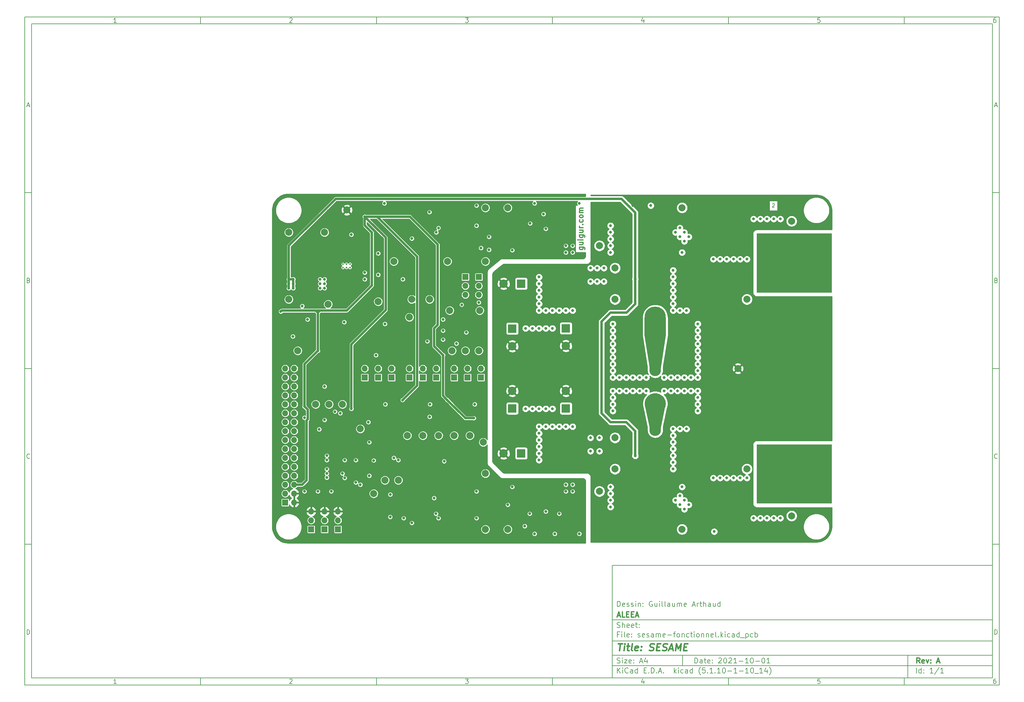
<source format=gbr>
%TF.GenerationSoftware,KiCad,Pcbnew,(5.1.10-1-10_14)*%
%TF.CreationDate,2021-10-01T13:06:55+02:00*%
%TF.ProjectId,sesame-fonctionnel,73657361-6d65-42d6-966f-6e6374696f6e,A*%
%TF.SameCoordinates,Original*%
%TF.FileFunction,Copper,L2,Inr*%
%TF.FilePolarity,Positive*%
%FSLAX46Y46*%
G04 Gerber Fmt 4.6, Leading zero omitted, Abs format (unit mm)*
G04 Created by KiCad (PCBNEW (5.1.10-1-10_14)) date 2021-10-01 13:06:55*
%MOMM*%
%LPD*%
G01*
G04 APERTURE LIST*
%ADD10C,0.100000*%
%ADD11C,0.150000*%
%ADD12C,0.300000*%
%ADD13C,0.400000*%
%TA.AperFunction,NonConductor*%
%ADD14C,0.300000*%
%TD*%
%TA.AperFunction,ComponentPad*%
%ADD15C,0.100000*%
%TD*%
%TA.AperFunction,ComponentPad*%
%ADD16C,6.000000*%
%TD*%
%TA.AperFunction,ComponentPad*%
%ADD17C,3.000000*%
%TD*%
%TA.AperFunction,ComponentPad*%
%ADD18O,3.300000X4.300000*%
%TD*%
%TA.AperFunction,ComponentPad*%
%ADD19C,2.000000*%
%TD*%
%TA.AperFunction,ComponentPad*%
%ADD20C,0.500000*%
%TD*%
%TA.AperFunction,ComponentPad*%
%ADD21O,1.700000X1.700000*%
%TD*%
%TA.AperFunction,ComponentPad*%
%ADD22R,1.700000X1.700000*%
%TD*%
%TA.AperFunction,ComponentPad*%
%ADD23C,2.400000*%
%TD*%
%TA.AperFunction,ComponentPad*%
%ADD24R,2.400000X2.400000*%
%TD*%
%TA.AperFunction,ViaPad*%
%ADD25C,0.820000*%
%TD*%
%TA.AperFunction,Conductor*%
%ADD26C,0.635000*%
%TD*%
%TA.AperFunction,Conductor*%
%ADD27C,0.254000*%
%TD*%
%TA.AperFunction,Conductor*%
%ADD28C,0.100000*%
%TD*%
G04 APERTURE END LIST*
D10*
D11*
X177002200Y-166007200D02*
X177002200Y-198007200D01*
X285002200Y-198007200D01*
X285002200Y-166007200D01*
X177002200Y-166007200D01*
D10*
D11*
X10000000Y-10000000D02*
X10000000Y-200007200D01*
X287002200Y-200007200D01*
X287002200Y-10000000D01*
X10000000Y-10000000D01*
D10*
D11*
X12000000Y-12000000D02*
X12000000Y-198007200D01*
X285002200Y-198007200D01*
X285002200Y-12000000D01*
X12000000Y-12000000D01*
D10*
D11*
X60000000Y-12000000D02*
X60000000Y-10000000D01*
D10*
D11*
X110000000Y-12000000D02*
X110000000Y-10000000D01*
D10*
D11*
X160000000Y-12000000D02*
X160000000Y-10000000D01*
D10*
D11*
X210000000Y-12000000D02*
X210000000Y-10000000D01*
D10*
D11*
X260000000Y-12000000D02*
X260000000Y-10000000D01*
D10*
D11*
X36065476Y-11588095D02*
X35322619Y-11588095D01*
X35694047Y-11588095D02*
X35694047Y-10288095D01*
X35570238Y-10473809D01*
X35446428Y-10597619D01*
X35322619Y-10659523D01*
D10*
D11*
X85322619Y-10411904D02*
X85384523Y-10350000D01*
X85508333Y-10288095D01*
X85817857Y-10288095D01*
X85941666Y-10350000D01*
X86003571Y-10411904D01*
X86065476Y-10535714D01*
X86065476Y-10659523D01*
X86003571Y-10845238D01*
X85260714Y-11588095D01*
X86065476Y-11588095D01*
D10*
D11*
X135260714Y-10288095D02*
X136065476Y-10288095D01*
X135632142Y-10783333D01*
X135817857Y-10783333D01*
X135941666Y-10845238D01*
X136003571Y-10907142D01*
X136065476Y-11030952D01*
X136065476Y-11340476D01*
X136003571Y-11464285D01*
X135941666Y-11526190D01*
X135817857Y-11588095D01*
X135446428Y-11588095D01*
X135322619Y-11526190D01*
X135260714Y-11464285D01*
D10*
D11*
X185941666Y-10721428D02*
X185941666Y-11588095D01*
X185632142Y-10226190D02*
X185322619Y-11154761D01*
X186127380Y-11154761D01*
D10*
D11*
X236003571Y-10288095D02*
X235384523Y-10288095D01*
X235322619Y-10907142D01*
X235384523Y-10845238D01*
X235508333Y-10783333D01*
X235817857Y-10783333D01*
X235941666Y-10845238D01*
X236003571Y-10907142D01*
X236065476Y-11030952D01*
X236065476Y-11340476D01*
X236003571Y-11464285D01*
X235941666Y-11526190D01*
X235817857Y-11588095D01*
X235508333Y-11588095D01*
X235384523Y-11526190D01*
X235322619Y-11464285D01*
D10*
D11*
X285941666Y-10288095D02*
X285694047Y-10288095D01*
X285570238Y-10350000D01*
X285508333Y-10411904D01*
X285384523Y-10597619D01*
X285322619Y-10845238D01*
X285322619Y-11340476D01*
X285384523Y-11464285D01*
X285446428Y-11526190D01*
X285570238Y-11588095D01*
X285817857Y-11588095D01*
X285941666Y-11526190D01*
X286003571Y-11464285D01*
X286065476Y-11340476D01*
X286065476Y-11030952D01*
X286003571Y-10907142D01*
X285941666Y-10845238D01*
X285817857Y-10783333D01*
X285570238Y-10783333D01*
X285446428Y-10845238D01*
X285384523Y-10907142D01*
X285322619Y-11030952D01*
D10*
D11*
X60000000Y-198007200D02*
X60000000Y-200007200D01*
D10*
D11*
X110000000Y-198007200D02*
X110000000Y-200007200D01*
D10*
D11*
X160000000Y-198007200D02*
X160000000Y-200007200D01*
D10*
D11*
X210000000Y-198007200D02*
X210000000Y-200007200D01*
D10*
D11*
X260000000Y-198007200D02*
X260000000Y-200007200D01*
D10*
D11*
X36065476Y-199595295D02*
X35322619Y-199595295D01*
X35694047Y-199595295D02*
X35694047Y-198295295D01*
X35570238Y-198481009D01*
X35446428Y-198604819D01*
X35322619Y-198666723D01*
D10*
D11*
X85322619Y-198419104D02*
X85384523Y-198357200D01*
X85508333Y-198295295D01*
X85817857Y-198295295D01*
X85941666Y-198357200D01*
X86003571Y-198419104D01*
X86065476Y-198542914D01*
X86065476Y-198666723D01*
X86003571Y-198852438D01*
X85260714Y-199595295D01*
X86065476Y-199595295D01*
D10*
D11*
X135260714Y-198295295D02*
X136065476Y-198295295D01*
X135632142Y-198790533D01*
X135817857Y-198790533D01*
X135941666Y-198852438D01*
X136003571Y-198914342D01*
X136065476Y-199038152D01*
X136065476Y-199347676D01*
X136003571Y-199471485D01*
X135941666Y-199533390D01*
X135817857Y-199595295D01*
X135446428Y-199595295D01*
X135322619Y-199533390D01*
X135260714Y-199471485D01*
D10*
D11*
X185941666Y-198728628D02*
X185941666Y-199595295D01*
X185632142Y-198233390D02*
X185322619Y-199161961D01*
X186127380Y-199161961D01*
D10*
D11*
X236003571Y-198295295D02*
X235384523Y-198295295D01*
X235322619Y-198914342D01*
X235384523Y-198852438D01*
X235508333Y-198790533D01*
X235817857Y-198790533D01*
X235941666Y-198852438D01*
X236003571Y-198914342D01*
X236065476Y-199038152D01*
X236065476Y-199347676D01*
X236003571Y-199471485D01*
X235941666Y-199533390D01*
X235817857Y-199595295D01*
X235508333Y-199595295D01*
X235384523Y-199533390D01*
X235322619Y-199471485D01*
D10*
D11*
X285941666Y-198295295D02*
X285694047Y-198295295D01*
X285570238Y-198357200D01*
X285508333Y-198419104D01*
X285384523Y-198604819D01*
X285322619Y-198852438D01*
X285322619Y-199347676D01*
X285384523Y-199471485D01*
X285446428Y-199533390D01*
X285570238Y-199595295D01*
X285817857Y-199595295D01*
X285941666Y-199533390D01*
X286003571Y-199471485D01*
X286065476Y-199347676D01*
X286065476Y-199038152D01*
X286003571Y-198914342D01*
X285941666Y-198852438D01*
X285817857Y-198790533D01*
X285570238Y-198790533D01*
X285446428Y-198852438D01*
X285384523Y-198914342D01*
X285322619Y-199038152D01*
D10*
D11*
X10000000Y-60000000D02*
X12000000Y-60000000D01*
D10*
D11*
X10000000Y-110000000D02*
X12000000Y-110000000D01*
D10*
D11*
X10000000Y-160000000D02*
X12000000Y-160000000D01*
D10*
D11*
X10690476Y-35216666D02*
X11309523Y-35216666D01*
X10566666Y-35588095D02*
X11000000Y-34288095D01*
X11433333Y-35588095D01*
D10*
D11*
X11092857Y-84907142D02*
X11278571Y-84969047D01*
X11340476Y-85030952D01*
X11402380Y-85154761D01*
X11402380Y-85340476D01*
X11340476Y-85464285D01*
X11278571Y-85526190D01*
X11154761Y-85588095D01*
X10659523Y-85588095D01*
X10659523Y-84288095D01*
X11092857Y-84288095D01*
X11216666Y-84350000D01*
X11278571Y-84411904D01*
X11340476Y-84535714D01*
X11340476Y-84659523D01*
X11278571Y-84783333D01*
X11216666Y-84845238D01*
X11092857Y-84907142D01*
X10659523Y-84907142D01*
D10*
D11*
X11402380Y-135464285D02*
X11340476Y-135526190D01*
X11154761Y-135588095D01*
X11030952Y-135588095D01*
X10845238Y-135526190D01*
X10721428Y-135402380D01*
X10659523Y-135278571D01*
X10597619Y-135030952D01*
X10597619Y-134845238D01*
X10659523Y-134597619D01*
X10721428Y-134473809D01*
X10845238Y-134350000D01*
X11030952Y-134288095D01*
X11154761Y-134288095D01*
X11340476Y-134350000D01*
X11402380Y-134411904D01*
D10*
D11*
X10659523Y-185588095D02*
X10659523Y-184288095D01*
X10969047Y-184288095D01*
X11154761Y-184350000D01*
X11278571Y-184473809D01*
X11340476Y-184597619D01*
X11402380Y-184845238D01*
X11402380Y-185030952D01*
X11340476Y-185278571D01*
X11278571Y-185402380D01*
X11154761Y-185526190D01*
X10969047Y-185588095D01*
X10659523Y-185588095D01*
D10*
D11*
X287002200Y-60000000D02*
X285002200Y-60000000D01*
D10*
D11*
X287002200Y-110000000D02*
X285002200Y-110000000D01*
D10*
D11*
X287002200Y-160000000D02*
X285002200Y-160000000D01*
D10*
D11*
X285692676Y-35216666D02*
X286311723Y-35216666D01*
X285568866Y-35588095D02*
X286002200Y-34288095D01*
X286435533Y-35588095D01*
D10*
D11*
X286095057Y-84907142D02*
X286280771Y-84969047D01*
X286342676Y-85030952D01*
X286404580Y-85154761D01*
X286404580Y-85340476D01*
X286342676Y-85464285D01*
X286280771Y-85526190D01*
X286156961Y-85588095D01*
X285661723Y-85588095D01*
X285661723Y-84288095D01*
X286095057Y-84288095D01*
X286218866Y-84350000D01*
X286280771Y-84411904D01*
X286342676Y-84535714D01*
X286342676Y-84659523D01*
X286280771Y-84783333D01*
X286218866Y-84845238D01*
X286095057Y-84907142D01*
X285661723Y-84907142D01*
D10*
D11*
X286404580Y-135464285D02*
X286342676Y-135526190D01*
X286156961Y-135588095D01*
X286033152Y-135588095D01*
X285847438Y-135526190D01*
X285723628Y-135402380D01*
X285661723Y-135278571D01*
X285599819Y-135030952D01*
X285599819Y-134845238D01*
X285661723Y-134597619D01*
X285723628Y-134473809D01*
X285847438Y-134350000D01*
X286033152Y-134288095D01*
X286156961Y-134288095D01*
X286342676Y-134350000D01*
X286404580Y-134411904D01*
D10*
D11*
X285661723Y-185588095D02*
X285661723Y-184288095D01*
X285971247Y-184288095D01*
X286156961Y-184350000D01*
X286280771Y-184473809D01*
X286342676Y-184597619D01*
X286404580Y-184845238D01*
X286404580Y-185030952D01*
X286342676Y-185278571D01*
X286280771Y-185402380D01*
X286156961Y-185526190D01*
X285971247Y-185588095D01*
X285661723Y-185588095D01*
D10*
D11*
X200434342Y-193785771D02*
X200434342Y-192285771D01*
X200791485Y-192285771D01*
X201005771Y-192357200D01*
X201148628Y-192500057D01*
X201220057Y-192642914D01*
X201291485Y-192928628D01*
X201291485Y-193142914D01*
X201220057Y-193428628D01*
X201148628Y-193571485D01*
X201005771Y-193714342D01*
X200791485Y-193785771D01*
X200434342Y-193785771D01*
X202577200Y-193785771D02*
X202577200Y-193000057D01*
X202505771Y-192857200D01*
X202362914Y-192785771D01*
X202077200Y-192785771D01*
X201934342Y-192857200D01*
X202577200Y-193714342D02*
X202434342Y-193785771D01*
X202077200Y-193785771D01*
X201934342Y-193714342D01*
X201862914Y-193571485D01*
X201862914Y-193428628D01*
X201934342Y-193285771D01*
X202077200Y-193214342D01*
X202434342Y-193214342D01*
X202577200Y-193142914D01*
X203077200Y-192785771D02*
X203648628Y-192785771D01*
X203291485Y-192285771D02*
X203291485Y-193571485D01*
X203362914Y-193714342D01*
X203505771Y-193785771D01*
X203648628Y-193785771D01*
X204720057Y-193714342D02*
X204577200Y-193785771D01*
X204291485Y-193785771D01*
X204148628Y-193714342D01*
X204077200Y-193571485D01*
X204077200Y-193000057D01*
X204148628Y-192857200D01*
X204291485Y-192785771D01*
X204577200Y-192785771D01*
X204720057Y-192857200D01*
X204791485Y-193000057D01*
X204791485Y-193142914D01*
X204077200Y-193285771D01*
X205434342Y-193642914D02*
X205505771Y-193714342D01*
X205434342Y-193785771D01*
X205362914Y-193714342D01*
X205434342Y-193642914D01*
X205434342Y-193785771D01*
X205434342Y-192857200D02*
X205505771Y-192928628D01*
X205434342Y-193000057D01*
X205362914Y-192928628D01*
X205434342Y-192857200D01*
X205434342Y-193000057D01*
X207220057Y-192428628D02*
X207291485Y-192357200D01*
X207434342Y-192285771D01*
X207791485Y-192285771D01*
X207934342Y-192357200D01*
X208005771Y-192428628D01*
X208077200Y-192571485D01*
X208077200Y-192714342D01*
X208005771Y-192928628D01*
X207148628Y-193785771D01*
X208077200Y-193785771D01*
X209005771Y-192285771D02*
X209148628Y-192285771D01*
X209291485Y-192357200D01*
X209362914Y-192428628D01*
X209434342Y-192571485D01*
X209505771Y-192857200D01*
X209505771Y-193214342D01*
X209434342Y-193500057D01*
X209362914Y-193642914D01*
X209291485Y-193714342D01*
X209148628Y-193785771D01*
X209005771Y-193785771D01*
X208862914Y-193714342D01*
X208791485Y-193642914D01*
X208720057Y-193500057D01*
X208648628Y-193214342D01*
X208648628Y-192857200D01*
X208720057Y-192571485D01*
X208791485Y-192428628D01*
X208862914Y-192357200D01*
X209005771Y-192285771D01*
X210077200Y-192428628D02*
X210148628Y-192357200D01*
X210291485Y-192285771D01*
X210648628Y-192285771D01*
X210791485Y-192357200D01*
X210862914Y-192428628D01*
X210934342Y-192571485D01*
X210934342Y-192714342D01*
X210862914Y-192928628D01*
X210005771Y-193785771D01*
X210934342Y-193785771D01*
X212362914Y-193785771D02*
X211505771Y-193785771D01*
X211934342Y-193785771D02*
X211934342Y-192285771D01*
X211791485Y-192500057D01*
X211648628Y-192642914D01*
X211505771Y-192714342D01*
X213005771Y-193214342D02*
X214148628Y-193214342D01*
X215648628Y-193785771D02*
X214791485Y-193785771D01*
X215220057Y-193785771D02*
X215220057Y-192285771D01*
X215077200Y-192500057D01*
X214934342Y-192642914D01*
X214791485Y-192714342D01*
X216577200Y-192285771D02*
X216720057Y-192285771D01*
X216862914Y-192357200D01*
X216934342Y-192428628D01*
X217005771Y-192571485D01*
X217077200Y-192857200D01*
X217077200Y-193214342D01*
X217005771Y-193500057D01*
X216934342Y-193642914D01*
X216862914Y-193714342D01*
X216720057Y-193785771D01*
X216577200Y-193785771D01*
X216434342Y-193714342D01*
X216362914Y-193642914D01*
X216291485Y-193500057D01*
X216220057Y-193214342D01*
X216220057Y-192857200D01*
X216291485Y-192571485D01*
X216362914Y-192428628D01*
X216434342Y-192357200D01*
X216577200Y-192285771D01*
X217720057Y-193214342D02*
X218862914Y-193214342D01*
X219862914Y-192285771D02*
X220005771Y-192285771D01*
X220148628Y-192357200D01*
X220220057Y-192428628D01*
X220291485Y-192571485D01*
X220362914Y-192857200D01*
X220362914Y-193214342D01*
X220291485Y-193500057D01*
X220220057Y-193642914D01*
X220148628Y-193714342D01*
X220005771Y-193785771D01*
X219862914Y-193785771D01*
X219720057Y-193714342D01*
X219648628Y-193642914D01*
X219577200Y-193500057D01*
X219505771Y-193214342D01*
X219505771Y-192857200D01*
X219577200Y-192571485D01*
X219648628Y-192428628D01*
X219720057Y-192357200D01*
X219862914Y-192285771D01*
X221791485Y-193785771D02*
X220934342Y-193785771D01*
X221362914Y-193785771D02*
X221362914Y-192285771D01*
X221220057Y-192500057D01*
X221077200Y-192642914D01*
X220934342Y-192714342D01*
D10*
D11*
X177002200Y-194507200D02*
X285002200Y-194507200D01*
D10*
D11*
X178434342Y-196585771D02*
X178434342Y-195085771D01*
X179291485Y-196585771D02*
X178648628Y-195728628D01*
X179291485Y-195085771D02*
X178434342Y-195942914D01*
X179934342Y-196585771D02*
X179934342Y-195585771D01*
X179934342Y-195085771D02*
X179862914Y-195157200D01*
X179934342Y-195228628D01*
X180005771Y-195157200D01*
X179934342Y-195085771D01*
X179934342Y-195228628D01*
X181505771Y-196442914D02*
X181434342Y-196514342D01*
X181220057Y-196585771D01*
X181077200Y-196585771D01*
X180862914Y-196514342D01*
X180720057Y-196371485D01*
X180648628Y-196228628D01*
X180577200Y-195942914D01*
X180577200Y-195728628D01*
X180648628Y-195442914D01*
X180720057Y-195300057D01*
X180862914Y-195157200D01*
X181077200Y-195085771D01*
X181220057Y-195085771D01*
X181434342Y-195157200D01*
X181505771Y-195228628D01*
X182791485Y-196585771D02*
X182791485Y-195800057D01*
X182720057Y-195657200D01*
X182577200Y-195585771D01*
X182291485Y-195585771D01*
X182148628Y-195657200D01*
X182791485Y-196514342D02*
X182648628Y-196585771D01*
X182291485Y-196585771D01*
X182148628Y-196514342D01*
X182077200Y-196371485D01*
X182077200Y-196228628D01*
X182148628Y-196085771D01*
X182291485Y-196014342D01*
X182648628Y-196014342D01*
X182791485Y-195942914D01*
X184148628Y-196585771D02*
X184148628Y-195085771D01*
X184148628Y-196514342D02*
X184005771Y-196585771D01*
X183720057Y-196585771D01*
X183577200Y-196514342D01*
X183505771Y-196442914D01*
X183434342Y-196300057D01*
X183434342Y-195871485D01*
X183505771Y-195728628D01*
X183577200Y-195657200D01*
X183720057Y-195585771D01*
X184005771Y-195585771D01*
X184148628Y-195657200D01*
X186005771Y-195800057D02*
X186505771Y-195800057D01*
X186720057Y-196585771D02*
X186005771Y-196585771D01*
X186005771Y-195085771D01*
X186720057Y-195085771D01*
X187362914Y-196442914D02*
X187434342Y-196514342D01*
X187362914Y-196585771D01*
X187291485Y-196514342D01*
X187362914Y-196442914D01*
X187362914Y-196585771D01*
X188077200Y-196585771D02*
X188077200Y-195085771D01*
X188434342Y-195085771D01*
X188648628Y-195157200D01*
X188791485Y-195300057D01*
X188862914Y-195442914D01*
X188934342Y-195728628D01*
X188934342Y-195942914D01*
X188862914Y-196228628D01*
X188791485Y-196371485D01*
X188648628Y-196514342D01*
X188434342Y-196585771D01*
X188077200Y-196585771D01*
X189577200Y-196442914D02*
X189648628Y-196514342D01*
X189577200Y-196585771D01*
X189505771Y-196514342D01*
X189577200Y-196442914D01*
X189577200Y-196585771D01*
X190220057Y-196157200D02*
X190934342Y-196157200D01*
X190077200Y-196585771D02*
X190577200Y-195085771D01*
X191077200Y-196585771D01*
X191577200Y-196442914D02*
X191648628Y-196514342D01*
X191577200Y-196585771D01*
X191505771Y-196514342D01*
X191577200Y-196442914D01*
X191577200Y-196585771D01*
X194577200Y-196585771D02*
X194577200Y-195085771D01*
X194720057Y-196014342D02*
X195148628Y-196585771D01*
X195148628Y-195585771D02*
X194577200Y-196157200D01*
X195791485Y-196585771D02*
X195791485Y-195585771D01*
X195791485Y-195085771D02*
X195720057Y-195157200D01*
X195791485Y-195228628D01*
X195862914Y-195157200D01*
X195791485Y-195085771D01*
X195791485Y-195228628D01*
X197148628Y-196514342D02*
X197005771Y-196585771D01*
X196720057Y-196585771D01*
X196577200Y-196514342D01*
X196505771Y-196442914D01*
X196434342Y-196300057D01*
X196434342Y-195871485D01*
X196505771Y-195728628D01*
X196577200Y-195657200D01*
X196720057Y-195585771D01*
X197005771Y-195585771D01*
X197148628Y-195657200D01*
X198434342Y-196585771D02*
X198434342Y-195800057D01*
X198362914Y-195657200D01*
X198220057Y-195585771D01*
X197934342Y-195585771D01*
X197791485Y-195657200D01*
X198434342Y-196514342D02*
X198291485Y-196585771D01*
X197934342Y-196585771D01*
X197791485Y-196514342D01*
X197720057Y-196371485D01*
X197720057Y-196228628D01*
X197791485Y-196085771D01*
X197934342Y-196014342D01*
X198291485Y-196014342D01*
X198434342Y-195942914D01*
X199791485Y-196585771D02*
X199791485Y-195085771D01*
X199791485Y-196514342D02*
X199648628Y-196585771D01*
X199362914Y-196585771D01*
X199220057Y-196514342D01*
X199148628Y-196442914D01*
X199077200Y-196300057D01*
X199077200Y-195871485D01*
X199148628Y-195728628D01*
X199220057Y-195657200D01*
X199362914Y-195585771D01*
X199648628Y-195585771D01*
X199791485Y-195657200D01*
X202077200Y-197157200D02*
X202005771Y-197085771D01*
X201862914Y-196871485D01*
X201791485Y-196728628D01*
X201720057Y-196514342D01*
X201648628Y-196157200D01*
X201648628Y-195871485D01*
X201720057Y-195514342D01*
X201791485Y-195300057D01*
X201862914Y-195157200D01*
X202005771Y-194942914D01*
X202077200Y-194871485D01*
X203362914Y-195085771D02*
X202648628Y-195085771D01*
X202577200Y-195800057D01*
X202648628Y-195728628D01*
X202791485Y-195657200D01*
X203148628Y-195657200D01*
X203291485Y-195728628D01*
X203362914Y-195800057D01*
X203434342Y-195942914D01*
X203434342Y-196300057D01*
X203362914Y-196442914D01*
X203291485Y-196514342D01*
X203148628Y-196585771D01*
X202791485Y-196585771D01*
X202648628Y-196514342D01*
X202577200Y-196442914D01*
X204077200Y-196442914D02*
X204148628Y-196514342D01*
X204077200Y-196585771D01*
X204005771Y-196514342D01*
X204077200Y-196442914D01*
X204077200Y-196585771D01*
X205577200Y-196585771D02*
X204720057Y-196585771D01*
X205148628Y-196585771D02*
X205148628Y-195085771D01*
X205005771Y-195300057D01*
X204862914Y-195442914D01*
X204720057Y-195514342D01*
X206220057Y-196442914D02*
X206291485Y-196514342D01*
X206220057Y-196585771D01*
X206148628Y-196514342D01*
X206220057Y-196442914D01*
X206220057Y-196585771D01*
X207720057Y-196585771D02*
X206862914Y-196585771D01*
X207291485Y-196585771D02*
X207291485Y-195085771D01*
X207148628Y-195300057D01*
X207005771Y-195442914D01*
X206862914Y-195514342D01*
X208648628Y-195085771D02*
X208791485Y-195085771D01*
X208934342Y-195157200D01*
X209005771Y-195228628D01*
X209077200Y-195371485D01*
X209148628Y-195657200D01*
X209148628Y-196014342D01*
X209077200Y-196300057D01*
X209005771Y-196442914D01*
X208934342Y-196514342D01*
X208791485Y-196585771D01*
X208648628Y-196585771D01*
X208505771Y-196514342D01*
X208434342Y-196442914D01*
X208362914Y-196300057D01*
X208291485Y-196014342D01*
X208291485Y-195657200D01*
X208362914Y-195371485D01*
X208434342Y-195228628D01*
X208505771Y-195157200D01*
X208648628Y-195085771D01*
X209791485Y-196014342D02*
X210934342Y-196014342D01*
X212434342Y-196585771D02*
X211577200Y-196585771D01*
X212005771Y-196585771D02*
X212005771Y-195085771D01*
X211862914Y-195300057D01*
X211720057Y-195442914D01*
X211577200Y-195514342D01*
X213077200Y-196014342D02*
X214220057Y-196014342D01*
X215720057Y-196585771D02*
X214862914Y-196585771D01*
X215291485Y-196585771D02*
X215291485Y-195085771D01*
X215148628Y-195300057D01*
X215005771Y-195442914D01*
X214862914Y-195514342D01*
X216648628Y-195085771D02*
X216791485Y-195085771D01*
X216934342Y-195157200D01*
X217005771Y-195228628D01*
X217077200Y-195371485D01*
X217148628Y-195657200D01*
X217148628Y-196014342D01*
X217077200Y-196300057D01*
X217005771Y-196442914D01*
X216934342Y-196514342D01*
X216791485Y-196585771D01*
X216648628Y-196585771D01*
X216505771Y-196514342D01*
X216434342Y-196442914D01*
X216362914Y-196300057D01*
X216291485Y-196014342D01*
X216291485Y-195657200D01*
X216362914Y-195371485D01*
X216434342Y-195228628D01*
X216505771Y-195157200D01*
X216648628Y-195085771D01*
X217434342Y-196728628D02*
X218577200Y-196728628D01*
X219720057Y-196585771D02*
X218862914Y-196585771D01*
X219291485Y-196585771D02*
X219291485Y-195085771D01*
X219148628Y-195300057D01*
X219005771Y-195442914D01*
X218862914Y-195514342D01*
X221005771Y-195585771D02*
X221005771Y-196585771D01*
X220648628Y-195014342D02*
X220291485Y-196085771D01*
X221220057Y-196085771D01*
X221648628Y-197157200D02*
X221720057Y-197085771D01*
X221862914Y-196871485D01*
X221934342Y-196728628D01*
X222005771Y-196514342D01*
X222077200Y-196157200D01*
X222077200Y-195871485D01*
X222005771Y-195514342D01*
X221934342Y-195300057D01*
X221862914Y-195157200D01*
X221720057Y-194942914D01*
X221648628Y-194871485D01*
D10*
D11*
X177002200Y-191507200D02*
X285002200Y-191507200D01*
D10*
D12*
X264411485Y-193785771D02*
X263911485Y-193071485D01*
X263554342Y-193785771D02*
X263554342Y-192285771D01*
X264125771Y-192285771D01*
X264268628Y-192357200D01*
X264340057Y-192428628D01*
X264411485Y-192571485D01*
X264411485Y-192785771D01*
X264340057Y-192928628D01*
X264268628Y-193000057D01*
X264125771Y-193071485D01*
X263554342Y-193071485D01*
X265625771Y-193714342D02*
X265482914Y-193785771D01*
X265197200Y-193785771D01*
X265054342Y-193714342D01*
X264982914Y-193571485D01*
X264982914Y-193000057D01*
X265054342Y-192857200D01*
X265197200Y-192785771D01*
X265482914Y-192785771D01*
X265625771Y-192857200D01*
X265697200Y-193000057D01*
X265697200Y-193142914D01*
X264982914Y-193285771D01*
X266197200Y-192785771D02*
X266554342Y-193785771D01*
X266911485Y-192785771D01*
X267482914Y-193642914D02*
X267554342Y-193714342D01*
X267482914Y-193785771D01*
X267411485Y-193714342D01*
X267482914Y-193642914D01*
X267482914Y-193785771D01*
X267482914Y-192857200D02*
X267554342Y-192928628D01*
X267482914Y-193000057D01*
X267411485Y-192928628D01*
X267482914Y-192857200D01*
X267482914Y-193000057D01*
X269268628Y-193357200D02*
X269982914Y-193357200D01*
X269125771Y-193785771D02*
X269625771Y-192285771D01*
X270125771Y-193785771D01*
D10*
D11*
X178362914Y-193714342D02*
X178577200Y-193785771D01*
X178934342Y-193785771D01*
X179077200Y-193714342D01*
X179148628Y-193642914D01*
X179220057Y-193500057D01*
X179220057Y-193357200D01*
X179148628Y-193214342D01*
X179077200Y-193142914D01*
X178934342Y-193071485D01*
X178648628Y-193000057D01*
X178505771Y-192928628D01*
X178434342Y-192857200D01*
X178362914Y-192714342D01*
X178362914Y-192571485D01*
X178434342Y-192428628D01*
X178505771Y-192357200D01*
X178648628Y-192285771D01*
X179005771Y-192285771D01*
X179220057Y-192357200D01*
X179862914Y-193785771D02*
X179862914Y-192785771D01*
X179862914Y-192285771D02*
X179791485Y-192357200D01*
X179862914Y-192428628D01*
X179934342Y-192357200D01*
X179862914Y-192285771D01*
X179862914Y-192428628D01*
X180434342Y-192785771D02*
X181220057Y-192785771D01*
X180434342Y-193785771D01*
X181220057Y-193785771D01*
X182362914Y-193714342D02*
X182220057Y-193785771D01*
X181934342Y-193785771D01*
X181791485Y-193714342D01*
X181720057Y-193571485D01*
X181720057Y-193000057D01*
X181791485Y-192857200D01*
X181934342Y-192785771D01*
X182220057Y-192785771D01*
X182362914Y-192857200D01*
X182434342Y-193000057D01*
X182434342Y-193142914D01*
X181720057Y-193285771D01*
X183077200Y-193642914D02*
X183148628Y-193714342D01*
X183077200Y-193785771D01*
X183005771Y-193714342D01*
X183077200Y-193642914D01*
X183077200Y-193785771D01*
X183077200Y-192857200D02*
X183148628Y-192928628D01*
X183077200Y-193000057D01*
X183005771Y-192928628D01*
X183077200Y-192857200D01*
X183077200Y-193000057D01*
X184862914Y-193357200D02*
X185577200Y-193357200D01*
X184720057Y-193785771D02*
X185220057Y-192285771D01*
X185720057Y-193785771D01*
X186862914Y-192785771D02*
X186862914Y-193785771D01*
X186505771Y-192214342D02*
X186148628Y-193285771D01*
X187077200Y-193285771D01*
D10*
D11*
X263434342Y-196585771D02*
X263434342Y-195085771D01*
X264791485Y-196585771D02*
X264791485Y-195085771D01*
X264791485Y-196514342D02*
X264648628Y-196585771D01*
X264362914Y-196585771D01*
X264220057Y-196514342D01*
X264148628Y-196442914D01*
X264077200Y-196300057D01*
X264077200Y-195871485D01*
X264148628Y-195728628D01*
X264220057Y-195657200D01*
X264362914Y-195585771D01*
X264648628Y-195585771D01*
X264791485Y-195657200D01*
X265505771Y-196442914D02*
X265577200Y-196514342D01*
X265505771Y-196585771D01*
X265434342Y-196514342D01*
X265505771Y-196442914D01*
X265505771Y-196585771D01*
X265505771Y-195657200D02*
X265577200Y-195728628D01*
X265505771Y-195800057D01*
X265434342Y-195728628D01*
X265505771Y-195657200D01*
X265505771Y-195800057D01*
X268148628Y-196585771D02*
X267291485Y-196585771D01*
X267720057Y-196585771D02*
X267720057Y-195085771D01*
X267577200Y-195300057D01*
X267434342Y-195442914D01*
X267291485Y-195514342D01*
X269862914Y-195014342D02*
X268577200Y-196942914D01*
X271148628Y-196585771D02*
X270291485Y-196585771D01*
X270720057Y-196585771D02*
X270720057Y-195085771D01*
X270577200Y-195300057D01*
X270434342Y-195442914D01*
X270291485Y-195514342D01*
D10*
D11*
X177002200Y-187507200D02*
X285002200Y-187507200D01*
D10*
D13*
X178714580Y-188211961D02*
X179857438Y-188211961D01*
X179036009Y-190211961D02*
X179286009Y-188211961D01*
X180274104Y-190211961D02*
X180440771Y-188878628D01*
X180524104Y-188211961D02*
X180416961Y-188307200D01*
X180500295Y-188402438D01*
X180607438Y-188307200D01*
X180524104Y-188211961D01*
X180500295Y-188402438D01*
X181107438Y-188878628D02*
X181869342Y-188878628D01*
X181476485Y-188211961D02*
X181262200Y-189926247D01*
X181333628Y-190116723D01*
X181512200Y-190211961D01*
X181702676Y-190211961D01*
X182655057Y-190211961D02*
X182476485Y-190116723D01*
X182405057Y-189926247D01*
X182619342Y-188211961D01*
X184190771Y-190116723D02*
X183988390Y-190211961D01*
X183607438Y-190211961D01*
X183428866Y-190116723D01*
X183357438Y-189926247D01*
X183452676Y-189164342D01*
X183571723Y-188973866D01*
X183774104Y-188878628D01*
X184155057Y-188878628D01*
X184333628Y-188973866D01*
X184405057Y-189164342D01*
X184381247Y-189354819D01*
X183405057Y-189545295D01*
X185155057Y-190021485D02*
X185238390Y-190116723D01*
X185131247Y-190211961D01*
X185047914Y-190116723D01*
X185155057Y-190021485D01*
X185131247Y-190211961D01*
X185286009Y-188973866D02*
X185369342Y-189069104D01*
X185262200Y-189164342D01*
X185178866Y-189069104D01*
X185286009Y-188973866D01*
X185262200Y-189164342D01*
X187524104Y-190116723D02*
X187797914Y-190211961D01*
X188274104Y-190211961D01*
X188476485Y-190116723D01*
X188583628Y-190021485D01*
X188702676Y-189831009D01*
X188726485Y-189640533D01*
X188655057Y-189450057D01*
X188571723Y-189354819D01*
X188393152Y-189259580D01*
X188024104Y-189164342D01*
X187845533Y-189069104D01*
X187762200Y-188973866D01*
X187690771Y-188783390D01*
X187714580Y-188592914D01*
X187833628Y-188402438D01*
X187940771Y-188307200D01*
X188143152Y-188211961D01*
X188619342Y-188211961D01*
X188893152Y-188307200D01*
X189643152Y-189164342D02*
X190309819Y-189164342D01*
X190464580Y-190211961D02*
X189512200Y-190211961D01*
X189762200Y-188211961D01*
X190714580Y-188211961D01*
X191238390Y-190116723D02*
X191512200Y-190211961D01*
X191988390Y-190211961D01*
X192190771Y-190116723D01*
X192297914Y-190021485D01*
X192416961Y-189831009D01*
X192440771Y-189640533D01*
X192369342Y-189450057D01*
X192286009Y-189354819D01*
X192107438Y-189259580D01*
X191738390Y-189164342D01*
X191559819Y-189069104D01*
X191476485Y-188973866D01*
X191405057Y-188783390D01*
X191428866Y-188592914D01*
X191547914Y-188402438D01*
X191655057Y-188307200D01*
X191857438Y-188211961D01*
X192333628Y-188211961D01*
X192607438Y-188307200D01*
X193202676Y-189640533D02*
X194155057Y-189640533D01*
X192940771Y-190211961D02*
X193857438Y-188211961D01*
X194274104Y-190211961D01*
X194940771Y-190211961D02*
X195190771Y-188211961D01*
X195678866Y-189640533D01*
X196524104Y-188211961D01*
X196274104Y-190211961D01*
X197357438Y-189164342D02*
X198024104Y-189164342D01*
X198178866Y-190211961D02*
X197226485Y-190211961D01*
X197476485Y-188211961D01*
X198428866Y-188211961D01*
D10*
D11*
X178934342Y-185600057D02*
X178434342Y-185600057D01*
X178434342Y-186385771D02*
X178434342Y-184885771D01*
X179148628Y-184885771D01*
X179720057Y-186385771D02*
X179720057Y-185385771D01*
X179720057Y-184885771D02*
X179648628Y-184957200D01*
X179720057Y-185028628D01*
X179791485Y-184957200D01*
X179720057Y-184885771D01*
X179720057Y-185028628D01*
X180648628Y-186385771D02*
X180505771Y-186314342D01*
X180434342Y-186171485D01*
X180434342Y-184885771D01*
X181791485Y-186314342D02*
X181648628Y-186385771D01*
X181362914Y-186385771D01*
X181220057Y-186314342D01*
X181148628Y-186171485D01*
X181148628Y-185600057D01*
X181220057Y-185457200D01*
X181362914Y-185385771D01*
X181648628Y-185385771D01*
X181791485Y-185457200D01*
X181862914Y-185600057D01*
X181862914Y-185742914D01*
X181148628Y-185885771D01*
X182505771Y-186242914D02*
X182577200Y-186314342D01*
X182505771Y-186385771D01*
X182434342Y-186314342D01*
X182505771Y-186242914D01*
X182505771Y-186385771D01*
X182505771Y-185457200D02*
X182577200Y-185528628D01*
X182505771Y-185600057D01*
X182434342Y-185528628D01*
X182505771Y-185457200D01*
X182505771Y-185600057D01*
X184291485Y-186314342D02*
X184434342Y-186385771D01*
X184720057Y-186385771D01*
X184862914Y-186314342D01*
X184934342Y-186171485D01*
X184934342Y-186100057D01*
X184862914Y-185957200D01*
X184720057Y-185885771D01*
X184505771Y-185885771D01*
X184362914Y-185814342D01*
X184291485Y-185671485D01*
X184291485Y-185600057D01*
X184362914Y-185457200D01*
X184505771Y-185385771D01*
X184720057Y-185385771D01*
X184862914Y-185457200D01*
X186148628Y-186314342D02*
X186005771Y-186385771D01*
X185720057Y-186385771D01*
X185577200Y-186314342D01*
X185505771Y-186171485D01*
X185505771Y-185600057D01*
X185577200Y-185457200D01*
X185720057Y-185385771D01*
X186005771Y-185385771D01*
X186148628Y-185457200D01*
X186220057Y-185600057D01*
X186220057Y-185742914D01*
X185505771Y-185885771D01*
X186791485Y-186314342D02*
X186934342Y-186385771D01*
X187220057Y-186385771D01*
X187362914Y-186314342D01*
X187434342Y-186171485D01*
X187434342Y-186100057D01*
X187362914Y-185957200D01*
X187220057Y-185885771D01*
X187005771Y-185885771D01*
X186862914Y-185814342D01*
X186791485Y-185671485D01*
X186791485Y-185600057D01*
X186862914Y-185457200D01*
X187005771Y-185385771D01*
X187220057Y-185385771D01*
X187362914Y-185457200D01*
X188720057Y-186385771D02*
X188720057Y-185600057D01*
X188648628Y-185457200D01*
X188505771Y-185385771D01*
X188220057Y-185385771D01*
X188077200Y-185457200D01*
X188720057Y-186314342D02*
X188577200Y-186385771D01*
X188220057Y-186385771D01*
X188077200Y-186314342D01*
X188005771Y-186171485D01*
X188005771Y-186028628D01*
X188077200Y-185885771D01*
X188220057Y-185814342D01*
X188577200Y-185814342D01*
X188720057Y-185742914D01*
X189434342Y-186385771D02*
X189434342Y-185385771D01*
X189434342Y-185528628D02*
X189505771Y-185457200D01*
X189648628Y-185385771D01*
X189862914Y-185385771D01*
X190005771Y-185457200D01*
X190077200Y-185600057D01*
X190077200Y-186385771D01*
X190077200Y-185600057D02*
X190148628Y-185457200D01*
X190291485Y-185385771D01*
X190505771Y-185385771D01*
X190648628Y-185457200D01*
X190720057Y-185600057D01*
X190720057Y-186385771D01*
X192005771Y-186314342D02*
X191862914Y-186385771D01*
X191577200Y-186385771D01*
X191434342Y-186314342D01*
X191362914Y-186171485D01*
X191362914Y-185600057D01*
X191434342Y-185457200D01*
X191577200Y-185385771D01*
X191862914Y-185385771D01*
X192005771Y-185457200D01*
X192077200Y-185600057D01*
X192077200Y-185742914D01*
X191362914Y-185885771D01*
X192720057Y-185814342D02*
X193862914Y-185814342D01*
X194362914Y-185385771D02*
X194934342Y-185385771D01*
X194577200Y-186385771D02*
X194577200Y-185100057D01*
X194648628Y-184957200D01*
X194791485Y-184885771D01*
X194934342Y-184885771D01*
X195648628Y-186385771D02*
X195505771Y-186314342D01*
X195434342Y-186242914D01*
X195362914Y-186100057D01*
X195362914Y-185671485D01*
X195434342Y-185528628D01*
X195505771Y-185457200D01*
X195648628Y-185385771D01*
X195862914Y-185385771D01*
X196005771Y-185457200D01*
X196077200Y-185528628D01*
X196148628Y-185671485D01*
X196148628Y-186100057D01*
X196077200Y-186242914D01*
X196005771Y-186314342D01*
X195862914Y-186385771D01*
X195648628Y-186385771D01*
X196791485Y-185385771D02*
X196791485Y-186385771D01*
X196791485Y-185528628D02*
X196862914Y-185457200D01*
X197005771Y-185385771D01*
X197220057Y-185385771D01*
X197362914Y-185457200D01*
X197434342Y-185600057D01*
X197434342Y-186385771D01*
X198791485Y-186314342D02*
X198648628Y-186385771D01*
X198362914Y-186385771D01*
X198220057Y-186314342D01*
X198148628Y-186242914D01*
X198077200Y-186100057D01*
X198077200Y-185671485D01*
X198148628Y-185528628D01*
X198220057Y-185457200D01*
X198362914Y-185385771D01*
X198648628Y-185385771D01*
X198791485Y-185457200D01*
X199220057Y-185385771D02*
X199791485Y-185385771D01*
X199434342Y-184885771D02*
X199434342Y-186171485D01*
X199505771Y-186314342D01*
X199648628Y-186385771D01*
X199791485Y-186385771D01*
X200291485Y-186385771D02*
X200291485Y-185385771D01*
X200291485Y-184885771D02*
X200220057Y-184957200D01*
X200291485Y-185028628D01*
X200362914Y-184957200D01*
X200291485Y-184885771D01*
X200291485Y-185028628D01*
X201220057Y-186385771D02*
X201077200Y-186314342D01*
X201005771Y-186242914D01*
X200934342Y-186100057D01*
X200934342Y-185671485D01*
X201005771Y-185528628D01*
X201077200Y-185457200D01*
X201220057Y-185385771D01*
X201434342Y-185385771D01*
X201577200Y-185457200D01*
X201648628Y-185528628D01*
X201720057Y-185671485D01*
X201720057Y-186100057D01*
X201648628Y-186242914D01*
X201577200Y-186314342D01*
X201434342Y-186385771D01*
X201220057Y-186385771D01*
X202362914Y-185385771D02*
X202362914Y-186385771D01*
X202362914Y-185528628D02*
X202434342Y-185457200D01*
X202577200Y-185385771D01*
X202791485Y-185385771D01*
X202934342Y-185457200D01*
X203005771Y-185600057D01*
X203005771Y-186385771D01*
X203720057Y-185385771D02*
X203720057Y-186385771D01*
X203720057Y-185528628D02*
X203791485Y-185457200D01*
X203934342Y-185385771D01*
X204148628Y-185385771D01*
X204291485Y-185457200D01*
X204362914Y-185600057D01*
X204362914Y-186385771D01*
X205648628Y-186314342D02*
X205505771Y-186385771D01*
X205220057Y-186385771D01*
X205077200Y-186314342D01*
X205005771Y-186171485D01*
X205005771Y-185600057D01*
X205077200Y-185457200D01*
X205220057Y-185385771D01*
X205505771Y-185385771D01*
X205648628Y-185457200D01*
X205720057Y-185600057D01*
X205720057Y-185742914D01*
X205005771Y-185885771D01*
X206577200Y-186385771D02*
X206434342Y-186314342D01*
X206362914Y-186171485D01*
X206362914Y-184885771D01*
X207148628Y-186242914D02*
X207220057Y-186314342D01*
X207148628Y-186385771D01*
X207077200Y-186314342D01*
X207148628Y-186242914D01*
X207148628Y-186385771D01*
X207862914Y-186385771D02*
X207862914Y-184885771D01*
X208005771Y-185814342D02*
X208434342Y-186385771D01*
X208434342Y-185385771D02*
X207862914Y-185957200D01*
X209077200Y-186385771D02*
X209077200Y-185385771D01*
X209077200Y-184885771D02*
X209005771Y-184957200D01*
X209077200Y-185028628D01*
X209148628Y-184957200D01*
X209077200Y-184885771D01*
X209077200Y-185028628D01*
X210434342Y-186314342D02*
X210291485Y-186385771D01*
X210005771Y-186385771D01*
X209862914Y-186314342D01*
X209791485Y-186242914D01*
X209720057Y-186100057D01*
X209720057Y-185671485D01*
X209791485Y-185528628D01*
X209862914Y-185457200D01*
X210005771Y-185385771D01*
X210291485Y-185385771D01*
X210434342Y-185457200D01*
X211720057Y-186385771D02*
X211720057Y-185600057D01*
X211648628Y-185457200D01*
X211505771Y-185385771D01*
X211220057Y-185385771D01*
X211077200Y-185457200D01*
X211720057Y-186314342D02*
X211577200Y-186385771D01*
X211220057Y-186385771D01*
X211077200Y-186314342D01*
X211005771Y-186171485D01*
X211005771Y-186028628D01*
X211077200Y-185885771D01*
X211220057Y-185814342D01*
X211577200Y-185814342D01*
X211720057Y-185742914D01*
X213077200Y-186385771D02*
X213077200Y-184885771D01*
X213077200Y-186314342D02*
X212934342Y-186385771D01*
X212648628Y-186385771D01*
X212505771Y-186314342D01*
X212434342Y-186242914D01*
X212362914Y-186100057D01*
X212362914Y-185671485D01*
X212434342Y-185528628D01*
X212505771Y-185457200D01*
X212648628Y-185385771D01*
X212934342Y-185385771D01*
X213077200Y-185457200D01*
X213434342Y-186528628D02*
X214577200Y-186528628D01*
X214934342Y-185385771D02*
X214934342Y-186885771D01*
X214934342Y-185457200D02*
X215077200Y-185385771D01*
X215362914Y-185385771D01*
X215505771Y-185457200D01*
X215577200Y-185528628D01*
X215648628Y-185671485D01*
X215648628Y-186100057D01*
X215577200Y-186242914D01*
X215505771Y-186314342D01*
X215362914Y-186385771D01*
X215077200Y-186385771D01*
X214934342Y-186314342D01*
X216934342Y-186314342D02*
X216791485Y-186385771D01*
X216505771Y-186385771D01*
X216362914Y-186314342D01*
X216291485Y-186242914D01*
X216220057Y-186100057D01*
X216220057Y-185671485D01*
X216291485Y-185528628D01*
X216362914Y-185457200D01*
X216505771Y-185385771D01*
X216791485Y-185385771D01*
X216934342Y-185457200D01*
X217577200Y-186385771D02*
X217577200Y-184885771D01*
X217577200Y-185457200D02*
X217720057Y-185385771D01*
X218005771Y-185385771D01*
X218148628Y-185457200D01*
X218220057Y-185528628D01*
X218291485Y-185671485D01*
X218291485Y-186100057D01*
X218220057Y-186242914D01*
X218148628Y-186314342D01*
X218005771Y-186385771D01*
X217720057Y-186385771D01*
X217577200Y-186314342D01*
D10*
D11*
X177002200Y-181507200D02*
X285002200Y-181507200D01*
D10*
D11*
X178362914Y-183614342D02*
X178577200Y-183685771D01*
X178934342Y-183685771D01*
X179077200Y-183614342D01*
X179148628Y-183542914D01*
X179220057Y-183400057D01*
X179220057Y-183257200D01*
X179148628Y-183114342D01*
X179077200Y-183042914D01*
X178934342Y-182971485D01*
X178648628Y-182900057D01*
X178505771Y-182828628D01*
X178434342Y-182757200D01*
X178362914Y-182614342D01*
X178362914Y-182471485D01*
X178434342Y-182328628D01*
X178505771Y-182257200D01*
X178648628Y-182185771D01*
X179005771Y-182185771D01*
X179220057Y-182257200D01*
X179862914Y-183685771D02*
X179862914Y-182185771D01*
X180505771Y-183685771D02*
X180505771Y-182900057D01*
X180434342Y-182757200D01*
X180291485Y-182685771D01*
X180077200Y-182685771D01*
X179934342Y-182757200D01*
X179862914Y-182828628D01*
X181791485Y-183614342D02*
X181648628Y-183685771D01*
X181362914Y-183685771D01*
X181220057Y-183614342D01*
X181148628Y-183471485D01*
X181148628Y-182900057D01*
X181220057Y-182757200D01*
X181362914Y-182685771D01*
X181648628Y-182685771D01*
X181791485Y-182757200D01*
X181862914Y-182900057D01*
X181862914Y-183042914D01*
X181148628Y-183185771D01*
X183077200Y-183614342D02*
X182934342Y-183685771D01*
X182648628Y-183685771D01*
X182505771Y-183614342D01*
X182434342Y-183471485D01*
X182434342Y-182900057D01*
X182505771Y-182757200D01*
X182648628Y-182685771D01*
X182934342Y-182685771D01*
X183077200Y-182757200D01*
X183148628Y-182900057D01*
X183148628Y-183042914D01*
X182434342Y-183185771D01*
X183577200Y-182685771D02*
X184148628Y-182685771D01*
X183791485Y-182185771D02*
X183791485Y-183471485D01*
X183862914Y-183614342D01*
X184005771Y-183685771D01*
X184148628Y-183685771D01*
X184648628Y-183542914D02*
X184720057Y-183614342D01*
X184648628Y-183685771D01*
X184577200Y-183614342D01*
X184648628Y-183542914D01*
X184648628Y-183685771D01*
X184648628Y-182757200D02*
X184720057Y-182828628D01*
X184648628Y-182900057D01*
X184577200Y-182828628D01*
X184648628Y-182757200D01*
X184648628Y-182900057D01*
D10*
D12*
X178482914Y-180257200D02*
X179197200Y-180257200D01*
X178340057Y-180685771D02*
X178840057Y-179185771D01*
X179340057Y-180685771D01*
X180554342Y-180685771D02*
X179840057Y-180685771D01*
X179840057Y-179185771D01*
X181054342Y-179900057D02*
X181554342Y-179900057D01*
X181768628Y-180685771D02*
X181054342Y-180685771D01*
X181054342Y-179185771D01*
X181768628Y-179185771D01*
X182411485Y-179900057D02*
X182911485Y-179900057D01*
X183125771Y-180685771D02*
X182411485Y-180685771D01*
X182411485Y-179185771D01*
X183125771Y-179185771D01*
X183697200Y-180257200D02*
X184411485Y-180257200D01*
X183554342Y-180685771D02*
X184054342Y-179185771D01*
X184554342Y-180685771D01*
D10*
D11*
X178434342Y-177685771D02*
X178434342Y-176185771D01*
X178791485Y-176185771D01*
X179005771Y-176257200D01*
X179148628Y-176400057D01*
X179220057Y-176542914D01*
X179291485Y-176828628D01*
X179291485Y-177042914D01*
X179220057Y-177328628D01*
X179148628Y-177471485D01*
X179005771Y-177614342D01*
X178791485Y-177685771D01*
X178434342Y-177685771D01*
X180505771Y-177614342D02*
X180362914Y-177685771D01*
X180077200Y-177685771D01*
X179934342Y-177614342D01*
X179862914Y-177471485D01*
X179862914Y-176900057D01*
X179934342Y-176757200D01*
X180077200Y-176685771D01*
X180362914Y-176685771D01*
X180505771Y-176757200D01*
X180577200Y-176900057D01*
X180577200Y-177042914D01*
X179862914Y-177185771D01*
X181148628Y-177614342D02*
X181291485Y-177685771D01*
X181577200Y-177685771D01*
X181720057Y-177614342D01*
X181791485Y-177471485D01*
X181791485Y-177400057D01*
X181720057Y-177257200D01*
X181577200Y-177185771D01*
X181362914Y-177185771D01*
X181220057Y-177114342D01*
X181148628Y-176971485D01*
X181148628Y-176900057D01*
X181220057Y-176757200D01*
X181362914Y-176685771D01*
X181577200Y-176685771D01*
X181720057Y-176757200D01*
X182362914Y-177614342D02*
X182505771Y-177685771D01*
X182791485Y-177685771D01*
X182934342Y-177614342D01*
X183005771Y-177471485D01*
X183005771Y-177400057D01*
X182934342Y-177257200D01*
X182791485Y-177185771D01*
X182577200Y-177185771D01*
X182434342Y-177114342D01*
X182362914Y-176971485D01*
X182362914Y-176900057D01*
X182434342Y-176757200D01*
X182577200Y-176685771D01*
X182791485Y-176685771D01*
X182934342Y-176757200D01*
X183648628Y-177685771D02*
X183648628Y-176685771D01*
X183648628Y-176185771D02*
X183577200Y-176257200D01*
X183648628Y-176328628D01*
X183720057Y-176257200D01*
X183648628Y-176185771D01*
X183648628Y-176328628D01*
X184362914Y-176685771D02*
X184362914Y-177685771D01*
X184362914Y-176828628D02*
X184434342Y-176757200D01*
X184577200Y-176685771D01*
X184791485Y-176685771D01*
X184934342Y-176757200D01*
X185005771Y-176900057D01*
X185005771Y-177685771D01*
X185720057Y-177542914D02*
X185791485Y-177614342D01*
X185720057Y-177685771D01*
X185648628Y-177614342D01*
X185720057Y-177542914D01*
X185720057Y-177685771D01*
X185720057Y-176757200D02*
X185791485Y-176828628D01*
X185720057Y-176900057D01*
X185648628Y-176828628D01*
X185720057Y-176757200D01*
X185720057Y-176900057D01*
X188362914Y-176257200D02*
X188220057Y-176185771D01*
X188005771Y-176185771D01*
X187791485Y-176257200D01*
X187648628Y-176400057D01*
X187577200Y-176542914D01*
X187505771Y-176828628D01*
X187505771Y-177042914D01*
X187577200Y-177328628D01*
X187648628Y-177471485D01*
X187791485Y-177614342D01*
X188005771Y-177685771D01*
X188148628Y-177685771D01*
X188362914Y-177614342D01*
X188434342Y-177542914D01*
X188434342Y-177042914D01*
X188148628Y-177042914D01*
X189720057Y-176685771D02*
X189720057Y-177685771D01*
X189077200Y-176685771D02*
X189077200Y-177471485D01*
X189148628Y-177614342D01*
X189291485Y-177685771D01*
X189505771Y-177685771D01*
X189648628Y-177614342D01*
X189720057Y-177542914D01*
X190434342Y-177685771D02*
X190434342Y-176685771D01*
X190434342Y-176185771D02*
X190362914Y-176257200D01*
X190434342Y-176328628D01*
X190505771Y-176257200D01*
X190434342Y-176185771D01*
X190434342Y-176328628D01*
X191362914Y-177685771D02*
X191220057Y-177614342D01*
X191148628Y-177471485D01*
X191148628Y-176185771D01*
X192148628Y-177685771D02*
X192005771Y-177614342D01*
X191934342Y-177471485D01*
X191934342Y-176185771D01*
X193362914Y-177685771D02*
X193362914Y-176900057D01*
X193291485Y-176757200D01*
X193148628Y-176685771D01*
X192862914Y-176685771D01*
X192720057Y-176757200D01*
X193362914Y-177614342D02*
X193220057Y-177685771D01*
X192862914Y-177685771D01*
X192720057Y-177614342D01*
X192648628Y-177471485D01*
X192648628Y-177328628D01*
X192720057Y-177185771D01*
X192862914Y-177114342D01*
X193220057Y-177114342D01*
X193362914Y-177042914D01*
X194720057Y-176685771D02*
X194720057Y-177685771D01*
X194077200Y-176685771D02*
X194077200Y-177471485D01*
X194148628Y-177614342D01*
X194291485Y-177685771D01*
X194505771Y-177685771D01*
X194648628Y-177614342D01*
X194720057Y-177542914D01*
X195434342Y-177685771D02*
X195434342Y-176685771D01*
X195434342Y-176828628D02*
X195505771Y-176757200D01*
X195648628Y-176685771D01*
X195862914Y-176685771D01*
X196005771Y-176757200D01*
X196077200Y-176900057D01*
X196077200Y-177685771D01*
X196077200Y-176900057D02*
X196148628Y-176757200D01*
X196291485Y-176685771D01*
X196505771Y-176685771D01*
X196648628Y-176757200D01*
X196720057Y-176900057D01*
X196720057Y-177685771D01*
X198005771Y-177614342D02*
X197862914Y-177685771D01*
X197577200Y-177685771D01*
X197434342Y-177614342D01*
X197362914Y-177471485D01*
X197362914Y-176900057D01*
X197434342Y-176757200D01*
X197577200Y-176685771D01*
X197862914Y-176685771D01*
X198005771Y-176757200D01*
X198077200Y-176900057D01*
X198077200Y-177042914D01*
X197362914Y-177185771D01*
X199791485Y-177257200D02*
X200505771Y-177257200D01*
X199648628Y-177685771D02*
X200148628Y-176185771D01*
X200648628Y-177685771D01*
X201148628Y-177685771D02*
X201148628Y-176685771D01*
X201148628Y-176971485D02*
X201220057Y-176828628D01*
X201291485Y-176757200D01*
X201434342Y-176685771D01*
X201577200Y-176685771D01*
X201862914Y-176685771D02*
X202434342Y-176685771D01*
X202077200Y-176185771D02*
X202077200Y-177471485D01*
X202148628Y-177614342D01*
X202291485Y-177685771D01*
X202434342Y-177685771D01*
X202934342Y-177685771D02*
X202934342Y-176185771D01*
X203577200Y-177685771D02*
X203577200Y-176900057D01*
X203505771Y-176757200D01*
X203362914Y-176685771D01*
X203148628Y-176685771D01*
X203005771Y-176757200D01*
X202934342Y-176828628D01*
X204934342Y-177685771D02*
X204934342Y-176900057D01*
X204862914Y-176757200D01*
X204720057Y-176685771D01*
X204434342Y-176685771D01*
X204291485Y-176757200D01*
X204934342Y-177614342D02*
X204791485Y-177685771D01*
X204434342Y-177685771D01*
X204291485Y-177614342D01*
X204220057Y-177471485D01*
X204220057Y-177328628D01*
X204291485Y-177185771D01*
X204434342Y-177114342D01*
X204791485Y-177114342D01*
X204934342Y-177042914D01*
X206291485Y-176685771D02*
X206291485Y-177685771D01*
X205648628Y-176685771D02*
X205648628Y-177471485D01*
X205720057Y-177614342D01*
X205862914Y-177685771D01*
X206077200Y-177685771D01*
X206220057Y-177614342D01*
X206291485Y-177542914D01*
X207648628Y-177685771D02*
X207648628Y-176185771D01*
X207648628Y-177614342D02*
X207505771Y-177685771D01*
X207220057Y-177685771D01*
X207077200Y-177614342D01*
X207005771Y-177542914D01*
X206934342Y-177400057D01*
X206934342Y-176971485D01*
X207005771Y-176828628D01*
X207077200Y-176757200D01*
X207220057Y-176685771D01*
X207505771Y-176685771D01*
X207648628Y-176757200D01*
D10*
D11*
X197002200Y-191507200D02*
X197002200Y-194507200D01*
D10*
D11*
X261002200Y-191507200D02*
X261002200Y-198007200D01*
D14*
X167669571Y-75463285D02*
X168883857Y-75463285D01*
X169026714Y-75534714D01*
X169098142Y-75606142D01*
X169169571Y-75749000D01*
X169169571Y-75963285D01*
X169098142Y-76106142D01*
X168598142Y-75463285D02*
X168669571Y-75606142D01*
X168669571Y-75891857D01*
X168598142Y-76034714D01*
X168526714Y-76106142D01*
X168383857Y-76177571D01*
X167955285Y-76177571D01*
X167812428Y-76106142D01*
X167741000Y-76034714D01*
X167669571Y-75891857D01*
X167669571Y-75606142D01*
X167741000Y-75463285D01*
X167669571Y-74106142D02*
X168669571Y-74106142D01*
X167669571Y-74749000D02*
X168455285Y-74749000D01*
X168598142Y-74677571D01*
X168669571Y-74534714D01*
X168669571Y-74320428D01*
X168598142Y-74177571D01*
X168526714Y-74106142D01*
X168669571Y-73391857D02*
X167669571Y-73391857D01*
X167169571Y-73391857D02*
X167241000Y-73463285D01*
X167312428Y-73391857D01*
X167241000Y-73320428D01*
X167169571Y-73391857D01*
X167312428Y-73391857D01*
X167669571Y-72034714D02*
X168883857Y-72034714D01*
X169026714Y-72106142D01*
X169098142Y-72177571D01*
X169169571Y-72320428D01*
X169169571Y-72534714D01*
X169098142Y-72677571D01*
X168598142Y-72034714D02*
X168669571Y-72177571D01*
X168669571Y-72463285D01*
X168598142Y-72606142D01*
X168526714Y-72677571D01*
X168383857Y-72749000D01*
X167955285Y-72749000D01*
X167812428Y-72677571D01*
X167741000Y-72606142D01*
X167669571Y-72463285D01*
X167669571Y-72177571D01*
X167741000Y-72034714D01*
X167669571Y-70677571D02*
X168669571Y-70677571D01*
X167669571Y-71320428D02*
X168455285Y-71320428D01*
X168598142Y-71249000D01*
X168669571Y-71106142D01*
X168669571Y-70891857D01*
X168598142Y-70749000D01*
X168526714Y-70677571D01*
X168669571Y-69963285D02*
X167669571Y-69963285D01*
X167955285Y-69963285D02*
X167812428Y-69891857D01*
X167741000Y-69820428D01*
X167669571Y-69677571D01*
X167669571Y-69534714D01*
X168526714Y-69034714D02*
X168598142Y-68963285D01*
X168669571Y-69034714D01*
X168598142Y-69106142D01*
X168526714Y-69034714D01*
X168669571Y-69034714D01*
X168598142Y-67677571D02*
X168669571Y-67820428D01*
X168669571Y-68106142D01*
X168598142Y-68249000D01*
X168526714Y-68320428D01*
X168383857Y-68391857D01*
X167955285Y-68391857D01*
X167812428Y-68320428D01*
X167741000Y-68249000D01*
X167669571Y-68106142D01*
X167669571Y-67820428D01*
X167741000Y-67677571D01*
X168669571Y-66820428D02*
X168598142Y-66963285D01*
X168526714Y-67034714D01*
X168383857Y-67106142D01*
X167955285Y-67106142D01*
X167812428Y-67034714D01*
X167741000Y-66963285D01*
X167669571Y-66820428D01*
X167669571Y-66606142D01*
X167741000Y-66463285D01*
X167812428Y-66391857D01*
X167955285Y-66320428D01*
X168383857Y-66320428D01*
X168526714Y-66391857D01*
X168598142Y-66463285D01*
X168669571Y-66606142D01*
X168669571Y-66820428D01*
X168669571Y-65677571D02*
X167669571Y-65677571D01*
X167812428Y-65677571D02*
X167741000Y-65606142D01*
X167669571Y-65463285D01*
X167669571Y-65249000D01*
X167741000Y-65106142D01*
X167883857Y-65034714D01*
X168669571Y-65034714D01*
X167883857Y-65034714D02*
X167741000Y-64963285D01*
X167669571Y-64820428D01*
X167669571Y-64606142D01*
X167741000Y-64463285D01*
X167883857Y-64391857D01*
X168669571Y-64391857D01*
%TO.C,REF\u002A\u002A*%
D11*
X222512285Y-63192619D02*
X222559904Y-63145000D01*
X222655142Y-63097380D01*
X222893238Y-63097380D01*
X222988476Y-63145000D01*
X223036095Y-63192619D01*
X223083714Y-63287857D01*
X223083714Y-63383095D01*
X223036095Y-63525952D01*
X222464666Y-64097380D01*
X223083714Y-64097380D01*
%TD*%
%TA.AperFunction,ComponentPad*%
D15*
%TO.N,/MOS DRIVER R/VS*%
%TO.C,L2*%
G36*
X192249388Y-100507798D02*
G01*
X190749388Y-110007798D01*
X190746918Y-110017283D01*
X190742644Y-110026105D01*
X190736732Y-110033922D01*
X190729409Y-110040437D01*
X190720955Y-110045397D01*
X190711695Y-110048613D01*
X190700000Y-110050000D01*
X187700000Y-110050000D01*
X187690245Y-110049039D01*
X187680866Y-110046194D01*
X187672221Y-110041573D01*
X187664645Y-110035355D01*
X187658427Y-110027779D01*
X187653806Y-110019134D01*
X187650612Y-110007798D01*
X186150612Y-100507798D01*
X186150383Y-100503888D01*
X186150000Y-100500000D01*
X186150000Y-95500000D01*
X186150961Y-95490245D01*
X186153806Y-95480866D01*
X186158427Y-95472221D01*
X186164645Y-95464645D01*
X186172221Y-95458427D01*
X186180866Y-95453806D01*
X186190245Y-95450961D01*
X186200000Y-95450000D01*
X192200000Y-95450000D01*
X192209755Y-95450961D01*
X192219134Y-95453806D01*
X192227779Y-95458427D01*
X192235355Y-95464645D01*
X192241573Y-95472221D01*
X192246194Y-95480866D01*
X192249039Y-95490245D01*
X192250000Y-95500000D01*
X192250000Y-100500000D01*
X192249388Y-100507798D01*
G37*
%TD.AperFunction*%
D16*
X189200000Y-95395000D03*
D17*
%TO.N,/MOS DRIVER L/VS*%
X189200000Y-124605000D03*
%TA.AperFunction,ComponentPad*%
D15*
G36*
X192198946Y-120060212D02*
G01*
X192196386Y-120072482D01*
X192196386Y-120147203D01*
X192167530Y-120440191D01*
X192110094Y-120728941D01*
X192024632Y-121010670D01*
X191976310Y-121127330D01*
X190748946Y-127010212D01*
X190746013Y-127019564D01*
X190741312Y-127028165D01*
X190735024Y-127035684D01*
X190727389Y-127041831D01*
X190718702Y-127046371D01*
X190709296Y-127049128D01*
X190700000Y-127050000D01*
X187700000Y-127050000D01*
X187690245Y-127049039D01*
X187680866Y-127046194D01*
X187672221Y-127041573D01*
X187664645Y-127035355D01*
X187658427Y-127027779D01*
X187653806Y-127019134D01*
X187651054Y-127010212D01*
X186423690Y-121127329D01*
X186375368Y-121010670D01*
X186289906Y-120728941D01*
X186232470Y-120440191D01*
X186203614Y-120147203D01*
X186203614Y-120072482D01*
X186201054Y-120060212D01*
X186200002Y-120050467D01*
X186200872Y-120040704D01*
X186203614Y-120031349D01*
X186203614Y-119852797D01*
X186232470Y-119559809D01*
X186289906Y-119271059D01*
X186375368Y-118989330D01*
X186488032Y-118717335D01*
X186626814Y-118457692D01*
X186790377Y-118212902D01*
X186977147Y-117985323D01*
X187185323Y-117777147D01*
X187412902Y-117590377D01*
X187657692Y-117426814D01*
X187917335Y-117288032D01*
X188189330Y-117175368D01*
X188471059Y-117089906D01*
X188759809Y-117032470D01*
X189052797Y-117003614D01*
X189347203Y-117003614D01*
X189640191Y-117032470D01*
X189928941Y-117089906D01*
X190210670Y-117175368D01*
X190482665Y-117288032D01*
X190742308Y-117426814D01*
X190987098Y-117590377D01*
X191214677Y-117777147D01*
X191422853Y-117985323D01*
X191609623Y-118212902D01*
X191773186Y-118457692D01*
X191911968Y-118717335D01*
X192024632Y-118989330D01*
X192110094Y-119271059D01*
X192167530Y-119559809D01*
X192196386Y-119852797D01*
X192196386Y-120031499D01*
X192199039Y-120040245D01*
X192200000Y-120050000D01*
X192198946Y-120060212D01*
G37*
%TD.AperFunction*%
D18*
%TO.N,/MOS DRIVER R/VS*%
X189200000Y-110000000D03*
%TO.N,/MOS DRIVER L/VS*%
X189200000Y-127000000D03*
%TD*%
D19*
%TO.N,/MOS DRIVER R/HB*%
%TO.C,TP49*%
X114905000Y-79520000D03*
%TD*%
%TO.N,/MOS DRIVER L/HB*%
%TO.C,TP48*%
X130145000Y-79520000D03*
%TD*%
%TO.N,Net-(C53-Pad2)*%
%TO.C,TP44*%
X119985000Y-90315000D03*
%TD*%
%TO.N,Net-(C52-Pad2)*%
%TO.C,TP43*%
X125065000Y-90315000D03*
%TD*%
%TA.AperFunction,ComponentPad*%
D15*
%TO.N,/L*%
%TO.C,J1*%
G36*
X218050961Y-131640245D02*
G01*
X218053806Y-131630866D01*
X218058427Y-131622221D01*
X218064645Y-131614645D01*
X218072221Y-131608427D01*
X218080866Y-131603806D01*
X218090245Y-131600961D01*
X218100000Y-131600000D01*
X239300000Y-131600000D01*
X239309755Y-131600961D01*
X239319134Y-131603806D01*
X239327779Y-131608427D01*
X239335355Y-131614645D01*
X239341573Y-131622221D01*
X239346194Y-131630866D01*
X239349039Y-131640245D01*
X239350000Y-131650000D01*
X239350000Y-148350000D01*
X239349039Y-148359755D01*
X239346194Y-148369134D01*
X239341573Y-148377779D01*
X239335355Y-148385355D01*
X239327779Y-148391573D01*
X239319134Y-148396194D01*
X239309755Y-148399039D01*
X239300000Y-148400000D01*
X218100000Y-148400000D01*
X218090245Y-148399039D01*
X218080866Y-148396194D01*
X218072221Y-148391573D01*
X218064645Y-148385355D01*
X218058427Y-148377779D01*
X218053806Y-148369134D01*
X218050961Y-148359755D01*
X218050000Y-148350000D01*
X218050000Y-131650000D01*
X218050961Y-131640245D01*
G37*
%TD.AperFunction*%
D19*
X233000000Y-143000000D03*
X233000000Y-137000000D03*
X226000000Y-134000000D03*
X230000000Y-134000000D03*
X233000000Y-134000000D03*
X236000000Y-134000000D03*
X236000000Y-137000000D03*
X236000000Y-140000000D03*
X236000000Y-143000000D03*
X236000000Y-146000000D03*
X233000000Y-146000000D03*
X230000000Y-146000000D03*
X226000000Y-146000000D03*
X223000000Y-137000000D03*
X223000000Y-143000000D03*
X223000000Y-146000000D03*
X223000000Y-134000000D03*
X220000000Y-134000000D03*
X220000000Y-137000000D03*
X220000000Y-146000000D03*
X220000000Y-143000000D03*
X220000000Y-140000000D03*
%TD*%
%TA.AperFunction,ComponentPad*%
D15*
%TO.N,/R*%
%TO.C,J7*%
G36*
X218050961Y-71650245D02*
G01*
X218053806Y-71640866D01*
X218058427Y-71632221D01*
X218064645Y-71624645D01*
X218072221Y-71618427D01*
X218080866Y-71613806D01*
X218090245Y-71610961D01*
X218100000Y-71610000D01*
X239300000Y-71610000D01*
X239309755Y-71610961D01*
X239319134Y-71613806D01*
X239327779Y-71618427D01*
X239335355Y-71624645D01*
X239341573Y-71632221D01*
X239346194Y-71640866D01*
X239349039Y-71650245D01*
X239350000Y-71660000D01*
X239350000Y-88360000D01*
X239349039Y-88369755D01*
X239346194Y-88379134D01*
X239341573Y-88387779D01*
X239335355Y-88395355D01*
X239327779Y-88401573D01*
X239319134Y-88406194D01*
X239309755Y-88409039D01*
X239300000Y-88410000D01*
X218100000Y-88410000D01*
X218090245Y-88409039D01*
X218080866Y-88406194D01*
X218072221Y-88401573D01*
X218064645Y-88395355D01*
X218058427Y-88387779D01*
X218053806Y-88379134D01*
X218050961Y-88369755D01*
X218050000Y-88360000D01*
X218050000Y-71660000D01*
X218050961Y-71650245D01*
G37*
%TD.AperFunction*%
D19*
X233000000Y-83010000D03*
X233000000Y-77010000D03*
X226000000Y-74010000D03*
X230000000Y-74010000D03*
X233000000Y-74010000D03*
X236000000Y-74010000D03*
X236000000Y-77010000D03*
X236000000Y-80010000D03*
X236000000Y-83010000D03*
X236000000Y-86010000D03*
X233000000Y-86010000D03*
X230000000Y-86010000D03*
X226000000Y-86010000D03*
X223000000Y-77010000D03*
X223000000Y-83010000D03*
X223000000Y-86010000D03*
X223000000Y-74010000D03*
X220000000Y-74010000D03*
X220000000Y-77010000D03*
X220000000Y-86010000D03*
X220000000Y-83010000D03*
X220000000Y-80010000D03*
%TD*%
%TA.AperFunction,ComponentPad*%
D15*
%TO.N,GND*%
%TO.C,J8*%
G36*
X218050961Y-111640245D02*
G01*
X218053806Y-111630866D01*
X218058427Y-111622221D01*
X218064645Y-111614645D01*
X218072221Y-111608427D01*
X218080866Y-111603806D01*
X218090245Y-111600961D01*
X218100000Y-111600000D01*
X239300000Y-111600000D01*
X239309755Y-111600961D01*
X239319134Y-111603806D01*
X239327779Y-111608427D01*
X239335355Y-111614645D01*
X239341573Y-111622221D01*
X239346194Y-111630866D01*
X239349039Y-111640245D01*
X239350000Y-111650000D01*
X239350000Y-128350000D01*
X239349039Y-128359755D01*
X239346194Y-128369134D01*
X239341573Y-128377779D01*
X239335355Y-128385355D01*
X239327779Y-128391573D01*
X239319134Y-128396194D01*
X239309755Y-128399039D01*
X239300000Y-128400000D01*
X218100000Y-128400000D01*
X218090245Y-128399039D01*
X218080866Y-128396194D01*
X218072221Y-128391573D01*
X218064645Y-128385355D01*
X218058427Y-128377779D01*
X218053806Y-128369134D01*
X218050961Y-128359755D01*
X218050000Y-128350000D01*
X218050000Y-111650000D01*
X218050961Y-111640245D01*
G37*
%TD.AperFunction*%
D19*
X233000000Y-123000000D03*
X233000000Y-117000000D03*
X226000000Y-114000000D03*
X230000000Y-114000000D03*
X233000000Y-114000000D03*
X236000000Y-114000000D03*
X236000000Y-117000000D03*
X236000000Y-120000000D03*
X236000000Y-123000000D03*
X236000000Y-126000000D03*
X233000000Y-126000000D03*
X230000000Y-126000000D03*
X226000000Y-126000000D03*
X223000000Y-117000000D03*
X223000000Y-123000000D03*
X223000000Y-126000000D03*
X223000000Y-114000000D03*
X220000000Y-114000000D03*
X220000000Y-117000000D03*
X220000000Y-126000000D03*
X220000000Y-123000000D03*
X220000000Y-120000000D03*
%TD*%
%TA.AperFunction,ComponentPad*%
D15*
%TO.N,GND*%
%TO.C,J2*%
G36*
X218050961Y-91640245D02*
G01*
X218053806Y-91630866D01*
X218058427Y-91622221D01*
X218064645Y-91614645D01*
X218072221Y-91608427D01*
X218080866Y-91603806D01*
X218090245Y-91600961D01*
X218100000Y-91600000D01*
X239300000Y-91600000D01*
X239309755Y-91600961D01*
X239319134Y-91603806D01*
X239327779Y-91608427D01*
X239335355Y-91614645D01*
X239341573Y-91622221D01*
X239346194Y-91630866D01*
X239349039Y-91640245D01*
X239350000Y-91650000D01*
X239350000Y-108350000D01*
X239349039Y-108359755D01*
X239346194Y-108369134D01*
X239341573Y-108377779D01*
X239335355Y-108385355D01*
X239327779Y-108391573D01*
X239319134Y-108396194D01*
X239309755Y-108399039D01*
X239300000Y-108400000D01*
X218100000Y-108400000D01*
X218090245Y-108399039D01*
X218080866Y-108396194D01*
X218072221Y-108391573D01*
X218064645Y-108385355D01*
X218058427Y-108377779D01*
X218053806Y-108369134D01*
X218050961Y-108359755D01*
X218050000Y-108350000D01*
X218050000Y-91650000D01*
X218050961Y-91640245D01*
G37*
%TD.AperFunction*%
D19*
X233000000Y-103000000D03*
X233000000Y-97000000D03*
X226000000Y-94000000D03*
X230000000Y-94000000D03*
X233000000Y-94000000D03*
X236000000Y-94000000D03*
X236000000Y-97000000D03*
X236000000Y-100000000D03*
X236000000Y-103000000D03*
X236000000Y-106000000D03*
X233000000Y-106000000D03*
X230000000Y-106000000D03*
X226000000Y-106000000D03*
X223000000Y-97000000D03*
X223000000Y-103000000D03*
X223000000Y-106000000D03*
X223000000Y-94000000D03*
X220000000Y-94000000D03*
X220000000Y-97000000D03*
X220000000Y-106000000D03*
X220000000Y-103000000D03*
X220000000Y-100000000D03*
%TD*%
D20*
%TO.N,GND*%
%TO.C,U15*%
X100443000Y-81290000D03*
X100443000Y-80290000D03*
X101443000Y-81290000D03*
X101443000Y-80290000D03*
X102443000Y-81290000D03*
X102443000Y-80290000D03*
%TD*%
D21*
%TO.N,/INT EXT CONFIG/~Ext_PWM*%
%TO.C,J9*%
X86584000Y-110000000D03*
%TO.N,GND*%
X84044000Y-110000000D03*
%TO.N,/INT EXT CONFIG/Ext_PWM*%
X86584000Y-112540000D03*
%TO.N,GND*%
X84044000Y-112540000D03*
%TO.N,/Voltage_Thres*%
X86584000Y-115080000D03*
%TO.N,GND*%
X84044000Y-115080000D03*
%TO.N,/Current_Thres*%
X86584000Y-117620000D03*
%TO.N,GND*%
X84044000Y-117620000D03*
%TO.N,/Ext_Setpoint*%
X86584000Y-120160000D03*
%TO.N,GND*%
X84044000Y-120160000D03*
%TO.N,/Rearm*%
X86584000Y-122700000D03*
%TO.N,GND*%
X84044000Y-122700000D03*
%TO.N,/Mode*%
X86584000Y-125240000D03*
%TO.N,GND*%
X84044000Y-125240000D03*
%TO.N,/CC_CV_Mode*%
X86584000Y-127780000D03*
%TO.N,GND*%
X84044000Y-127780000D03*
%TO.N,/Dir*%
X86584000Y-130320000D03*
%TO.N,GND*%
X84044000Y-130320000D03*
%TO.N,/Voltage_Sens_L*%
X86584000Y-132860000D03*
%TO.N,GND*%
X84044000Y-132860000D03*
%TO.N,/Voltage_Sens_R*%
X86584000Y-135400000D03*
%TO.N,GND*%
X84044000Y-135400000D03*
%TO.N,/Current_Sens_L*%
X86584000Y-137940000D03*
%TO.N,GND*%
X84044000Y-137940000D03*
%TO.N,/Current_Sens_R*%
X86584000Y-140480000D03*
%TO.N,GND*%
X84044000Y-140480000D03*
%TO.N,VREF*%
X86584000Y-143020000D03*
%TO.N,GND*%
X84044000Y-143020000D03*
%TO.N,VCC*%
X86584000Y-145560000D03*
%TO.N,GND*%
X84044000Y-145560000D03*
%TO.N,VCC*%
X86584000Y-148100000D03*
D22*
%TO.N,GND*%
X84044000Y-148100000D03*
%TD*%
D19*
%TO.N,/MOS DRIVER R/VG_P*%
%TO.C,TP47*%
X177770000Y-90315000D03*
%TD*%
%TO.N,/MOS DRIVER R/VS*%
%TO.C,TP46*%
X177770000Y-81425000D03*
%TD*%
%TO.N,/DC/DC CONVERTER/VG_RP*%
%TO.C,TP45*%
X215235000Y-90315000D03*
%TD*%
%TO.N,VCC*%
%TO.C,TP42*%
X101570000Y-64915000D03*
%TD*%
%TO.N,Net-(C30-Pad1)*%
%TO.C,TP41*%
X95220000Y-71265000D03*
%TD*%
%TO.N,Net-(C30-Pad2)*%
%TO.C,TP40*%
X85060000Y-71265000D03*
%TD*%
%TO.N,/INTERNAL SUPPLIES/VIN*%
%TO.C,TP39*%
X85060000Y-90315000D03*
%TD*%
%TO.N,/PWM GEN/~PWM_Freewheel_Jumper*%
%TO.C,TP38*%
X139307000Y-93490000D03*
%TD*%
%TO.N,/PWM GEN/PWM_Power_Jumper*%
%TO.C,TP37*%
X130780000Y-93490000D03*
%TD*%
%TO.N,/PWM GEN/Feedback_Deadtime*%
%TO.C,TP36*%
X119350000Y-95395000D03*
%TD*%
%TO.N,/PWM GEN/VDeadTime*%
%TO.C,TP35*%
X131415000Y-104920000D03*
%TD*%
%TO.N,/DC/DC CONVERTER/VG_LP*%
%TO.C,TP34*%
X215235000Y-138575000D03*
%TD*%
%TO.N,/MOS DRIVER L/VS*%
%TO.C,TP33*%
X177770000Y-129685000D03*
%TD*%
%TO.N,/DC/DC CONVERTER/VG_LS*%
%TO.C,TP32*%
X177770000Y-138575000D03*
%TD*%
%TO.N,/Voltage_Sens_R*%
%TO.C,TP31*%
X140940000Y-64280000D03*
%TD*%
%TO.N,/Current_Sens_R*%
%TO.C,TP30*%
X140940000Y-79520000D03*
%TD*%
%TO.N,Net-(Q12-Pad2)*%
%TO.C,TP29*%
X147290000Y-64280000D03*
%TD*%
%TO.N,/VProt_Right*%
%TO.C,TP28*%
X173325000Y-75075000D03*
%TD*%
%TO.N,Net-(D5-Pad1)*%
%TO.C,TP27*%
X196820000Y-64280000D03*
%TD*%
%TO.N,/R*%
%TO.C,TP26*%
X227935000Y-68090000D03*
%TD*%
%TO.N,/VProt_Left*%
%TO.C,TP25*%
X173325000Y-144925000D03*
%TD*%
%TO.N,Net-(D2-Pad1)*%
%TO.C,TP24*%
X196820000Y-155720000D03*
%TD*%
%TO.N,/L*%
%TO.C,TP23*%
X227935000Y-151910000D03*
%TD*%
%TO.N,/Voltage_Sens_L*%
%TO.C,TP22*%
X140940000Y-139845000D03*
%TD*%
%TO.N,/Current_Sens_L*%
%TO.C,TP21*%
X140940000Y-155720000D03*
%TD*%
%TO.N,Net-(Q4-Pad2)*%
%TO.C,TP20*%
X147290000Y-155720000D03*
%TD*%
%TO.N,/PWM GEN/Ramp*%
%TO.C,TP19*%
X96236000Y-91712000D03*
%TD*%
%TO.N,Net-(R40-Pad1)*%
%TO.C,TP18*%
X87600000Y-104920000D03*
%TD*%
%TO.N,/DRIVER COMMAND/Driver_RS*%
%TO.C,TP17*%
X132050000Y-129050000D03*
%TD*%
%TO.N,/DRIVER COMMAND/Driver_LS*%
%TO.C,TP16*%
X136495000Y-129050000D03*
%TD*%
%TO.N,/MOS DRIVER R/Driver_P*%
%TO.C,TP15*%
X123160000Y-129050000D03*
%TD*%
%TO.N,/DRIVER COMMAND/Driver_LP*%
%TO.C,TP14*%
X127605000Y-129050000D03*
%TD*%
%TO.N,/DRIVER COMMAND/Resistor_pull*%
%TO.C,TP13*%
X140305000Y-130955000D03*
%TD*%
%TO.N,/DRIVER COMMAND/Dir_Xor_Mode*%
%TO.C,TP12*%
X109190000Y-145560000D03*
%TD*%
%TO.N,/DRIVER COMMAND/PWM_Series*%
%TO.C,TP11*%
X116175000Y-141750000D03*
%TD*%
%TO.N,/DRIVER COMMAND/PWM_Parallel*%
%TO.C,TP10*%
X112365000Y-141750000D03*
%TD*%
%TO.N,/~Over_UI_Protection*%
%TO.C,TP9*%
X118715000Y-129050000D03*
%TD*%
%TO.N,Net-(C11-Pad1)*%
%TO.C,TP8*%
X105380000Y-127145000D03*
%TD*%
%TO.N,/PROGRAMMABLE BREAKER/S*%
%TO.C,TP7*%
X96490000Y-120160000D03*
%TD*%
%TO.N,Net-(C9-Pad2)*%
%TO.C,TP6*%
X100300000Y-120160000D03*
%TD*%
%TO.N,Net-(C7-Pad2)*%
%TO.C,TP5*%
X92680000Y-120160000D03*
%TD*%
%TO.N,/PID/Feedback*%
%TO.C,TP4*%
X135225000Y-104920000D03*
%TD*%
%TO.N,/PID/Feedback_raw*%
%TO.C,TP3*%
X110460000Y-90950000D03*
%TD*%
%TO.N,/PID/PID_Setpoint*%
%TO.C,TP2*%
X139035000Y-104920000D03*
%TD*%
%TO.N,GND*%
%TO.C,TP1*%
X212695000Y-110000000D03*
%TD*%
D21*
%TO.N,VCC*%
%TO.C,JP14*%
X95220000Y-150640000D03*
%TO.N,Net-(JP14-Pad2)*%
X95220000Y-153180000D03*
D22*
%TO.N,GND*%
X95220000Y-155720000D03*
%TD*%
D21*
%TO.N,VCC*%
%TO.C,JP13*%
X91410000Y-150640000D03*
%TO.N,Net-(JP13-Pad2)*%
X91410000Y-153180000D03*
D22*
%TO.N,GND*%
X91410000Y-155720000D03*
%TD*%
D21*
%TO.N,VCC*%
%TO.C,JP12*%
X99030000Y-150640000D03*
%TO.N,Net-(JP12-Pad2)*%
X99030000Y-153180000D03*
D22*
%TO.N,GND*%
X99030000Y-155720000D03*
%TD*%
D21*
%TO.N,/INT EXT CONFIG/~Ext_PWM*%
%TO.C,JP11*%
X135225000Y-89045000D03*
%TO.N,/~PWM_Freewheel*%
X135225000Y-86505000D03*
D22*
%TO.N,/~INT_PWM_Freewheel*%
X135225000Y-83965000D03*
%TD*%
D21*
%TO.N,/INT EXT CONFIG/Ext_PWM*%
%TO.C,JP10*%
X139035000Y-89045000D03*
%TO.N,/PWM_Power*%
X139035000Y-86505000D03*
D22*
%TO.N,/INT_PWM_Power*%
X139035000Y-83965000D03*
%TD*%
D21*
%TO.N,Net-(C9-Pad2)*%
%TO.C,JP9*%
X126970000Y-110000000D03*
D22*
%TO.N,Net-(JP9-Pad1)*%
X126970000Y-112540000D03*
%TD*%
D21*
%TO.N,Net-(C9-Pad2)*%
%TO.C,JP8*%
X123160000Y-110000000D03*
D22*
%TO.N,Net-(JP8-Pad1)*%
X123160000Y-112540000D03*
%TD*%
D21*
%TO.N,Net-(C9-Pad2)*%
%TO.C,JP7*%
X119350000Y-110000000D03*
D22*
%TO.N,Net-(JP7-Pad1)*%
X119350000Y-112540000D03*
%TD*%
D21*
%TO.N,Net-(C7-Pad2)*%
%TO.C,JP6*%
X114270000Y-110000000D03*
D22*
%TO.N,Net-(JP6-Pad1)*%
X114270000Y-112540000D03*
%TD*%
D21*
%TO.N,Net-(C7-Pad2)*%
%TO.C,JP5*%
X110460000Y-110000000D03*
D22*
%TO.N,Net-(JP5-Pad1)*%
X110460000Y-112540000D03*
%TD*%
D21*
%TO.N,Net-(C7-Pad2)*%
%TO.C,JP4*%
X106650000Y-110000000D03*
D22*
%TO.N,Net-(JP4-Pad1)*%
X106650000Y-112540000D03*
%TD*%
D21*
%TO.N,/PID/PID_Setpoint*%
%TO.C,JP3*%
X139670000Y-110000000D03*
D22*
%TO.N,Net-(JP3-Pad1)*%
X139670000Y-112540000D03*
%TD*%
D21*
%TO.N,/PID/PID_Setpoint*%
%TO.C,JP2*%
X135860000Y-110000000D03*
D22*
%TO.N,Net-(JP2-Pad1)*%
X135860000Y-112540000D03*
%TD*%
D21*
%TO.N,/PID/PID_Setpoint*%
%TO.C,JP1*%
X132050000Y-110000000D03*
D22*
%TO.N,Net-(JP1-Pad1)*%
X132050000Y-112540000D03*
%TD*%
D23*
%TO.N,GND*%
%TO.C,C49*%
X146100000Y-85870000D03*
D24*
%TO.N,/U/I SENSOR RIGHT/VD_Mos*%
X151100000Y-85870000D03*
%TD*%
D23*
%TO.N,GND*%
%TO.C,C48*%
X148560000Y-103650000D03*
D24*
%TO.N,/U/I SENSOR RIGHT/VD_Mos*%
X148560000Y-98650000D03*
%TD*%
D23*
%TO.N,GND*%
%TO.C,C47*%
X163800000Y-103570000D03*
D24*
%TO.N,/U/I SENSOR RIGHT/VD_Mos*%
X163800000Y-98570000D03*
%TD*%
D23*
%TO.N,GND*%
%TO.C,C38*%
X146100000Y-134130000D03*
D24*
%TO.N,/DC/DC CONVERTER/VD_LS*%
X151100000Y-134130000D03*
%TD*%
D23*
%TO.N,GND*%
%TO.C,C37*%
X148560000Y-116350000D03*
D24*
%TO.N,/DC/DC CONVERTER/VD_LS*%
X148560000Y-121350000D03*
%TD*%
D23*
%TO.N,GND*%
%TO.C,C36*%
X163800000Y-116350000D03*
D24*
%TO.N,/DC/DC CONVERTER/VD_LS*%
X163800000Y-121350000D03*
%TD*%
D25*
%TO.N,GND*%
X95220000Y-84600000D03*
X95220000Y-85870000D03*
X95220000Y-87140000D03*
X93950000Y-87140000D03*
X93950000Y-85870000D03*
X93950000Y-84600000D03*
X182850000Y-156355000D03*
X212060000Y-156355000D03*
X112365000Y-97300000D03*
X106650000Y-82695000D03*
X106650000Y-84600000D03*
X102840000Y-71900000D03*
X88870000Y-92220000D03*
X212060000Y-63645000D03*
X167610000Y-156990000D03*
X160625000Y-156990000D03*
X161895000Y-151275000D03*
X212695000Y-81425000D03*
X208885000Y-81425000D03*
X210790000Y-81425000D03*
X210790000Y-85235000D03*
X212695000Y-85235000D03*
X208885000Y-85235000D03*
X213965000Y-82695000D03*
X147290000Y-148735000D03*
X107666000Y-125240000D03*
X113889000Y-145814000D03*
X154910000Y-156990000D03*
X182850000Y-63645000D03*
X154910000Y-63010000D03*
X153640000Y-68725000D03*
X139670000Y-75710000D03*
X86203000Y-100856000D03*
X105380000Y-143020000D03*
X114905000Y-135400000D03*
X100935000Y-136035000D03*
X104110000Y-136035000D03*
X95220000Y-124605000D03*
X109825000Y-106190000D03*
X166975000Y-110000000D03*
X166975000Y-108095000D03*
X166975000Y-106190000D03*
X166975000Y-104285000D03*
X166975000Y-111905000D03*
X166975000Y-113810000D03*
X166975000Y-115715000D03*
X156180000Y-103650000D03*
X158085000Y-103650000D03*
X159990000Y-103650000D03*
X154275000Y-103650000D03*
X152370000Y-103650000D03*
X156180000Y-116350000D03*
X158085000Y-116350000D03*
X159990000Y-116350000D03*
X154275000Y-116350000D03*
X152370000Y-116350000D03*
X212060000Y-94760000D03*
X213965000Y-94760000D03*
X215870000Y-94760000D03*
X212060000Y-92855000D03*
X213965000Y-92855000D03*
X215870000Y-92855000D03*
X208885000Y-129685000D03*
X210790000Y-129685000D03*
X212695000Y-129685000D03*
X205075000Y-121430000D03*
X205075000Y-119525000D03*
X205075000Y-117620000D03*
X205075000Y-111905000D03*
X205075000Y-113810000D03*
X205075000Y-115715000D03*
X205075000Y-108095000D03*
X205075000Y-110000000D03*
X205075000Y-106190000D03*
X205075000Y-104285000D03*
X205075000Y-102380000D03*
X205075000Y-100475000D03*
X205075000Y-98570000D03*
X215870000Y-82695000D03*
X112238000Y-63010000D03*
X110460000Y-77234000D03*
X148560000Y-143655000D03*
X148560000Y-76345000D03*
X125065000Y-123716000D03*
X128875000Y-101745000D03*
X210790000Y-133495000D03*
X212695000Y-133495000D03*
X208885000Y-133495000D03*
X167610000Y-63010000D03*
X84044000Y-137940000D03*
X134187500Y-91860500D03*
X124430000Y-102253000D03*
X120025000Y-73025000D03*
X120025000Y-153899990D03*
%TO.N,VCC*%
X160625000Y-63010000D03*
X137765000Y-72535000D03*
X157450000Y-155085000D03*
X115942500Y-145792500D03*
X105380000Y-141115000D03*
X106650000Y-143655000D03*
X125065000Y-139210000D03*
X96490000Y-111270000D03*
X116810000Y-131590000D03*
X110460000Y-125875000D03*
X103475000Y-128415000D03*
X91410000Y-142385000D03*
X115942500Y-64512500D03*
X106650000Y-71900000D03*
X122525000Y-80155000D03*
X92870500Y-90251500D03*
X117889500Y-93172500D03*
X137384000Y-91585000D03*
X100935000Y-85489000D03*
X142845000Y-146449000D03*
%TO.N,Net-(C7-Pad2)*%
X95220000Y-115080000D03*
%TO.N,VREF*%
X102840000Y-121430000D03*
X89505000Y-120795000D03*
X93315000Y-104920000D03*
X128875000Y-106190000D03*
X117381500Y-118953500D03*
X130081500Y-118953500D03*
X137638000Y-124097000D03*
X106650000Y-66820000D03*
X82790000Y-93760000D03*
%TO.N,/PWM GEN/Ramp*%
X128875000Y-99205000D03*
X100808000Y-96792000D03*
%TO.N,/MOS DRIVER L/VS*%
X126335000Y-146830000D03*
X170785000Y-133495000D03*
X173325000Y-133495000D03*
X173325000Y-129685000D03*
X170785000Y-129685000D03*
X177135000Y-116350000D03*
X179040000Y-116350000D03*
X180945000Y-116350000D03*
X182850000Y-116350000D03*
X184755000Y-116350000D03*
X186660000Y-116350000D03*
X177135000Y-118255000D03*
X177135000Y-120160000D03*
X177135000Y-122065000D03*
X201265000Y-116350000D03*
X199360000Y-116350000D03*
X197455000Y-116350000D03*
X195550000Y-116350000D03*
X193645000Y-116350000D03*
X191740000Y-116350000D03*
X201265000Y-118255000D03*
X201265000Y-120160000D03*
X201265000Y-122065000D03*
X194280000Y-127145000D03*
X196185000Y-127145000D03*
X198090000Y-127145000D03*
X194280000Y-129050000D03*
X194280000Y-130955000D03*
X194280000Y-132860000D03*
X194280000Y-134765000D03*
X194280000Y-136670000D03*
X194280000Y-138575000D03*
X110460000Y-83330000D03*
X117699000Y-152545000D03*
%TO.N,/MOS DRIVER R/VS*%
X194280000Y-82060000D03*
X125025000Y-65510000D03*
X170785000Y-85235000D03*
X172690000Y-85235000D03*
X177135000Y-112540000D03*
X179040000Y-112540000D03*
X180945000Y-112540000D03*
X182850000Y-112540000D03*
X184755000Y-112540000D03*
X186660000Y-112540000D03*
X177135000Y-110635000D03*
X177135000Y-108730000D03*
X177135000Y-106825000D03*
X177135000Y-104920000D03*
X177135000Y-103015000D03*
X177135000Y-101110000D03*
X177135000Y-99205000D03*
X177135000Y-97300000D03*
X191740000Y-112540000D03*
X193645000Y-112540000D03*
X195550000Y-112540000D03*
X197455000Y-112540000D03*
X199360000Y-112540000D03*
X201265000Y-112540000D03*
X201265000Y-110635000D03*
X201265000Y-108730000D03*
X201265000Y-106825000D03*
X201265000Y-104920000D03*
X201265000Y-103015000D03*
X201265000Y-101110000D03*
X201265000Y-99205000D03*
X201265000Y-97300000D03*
X194280000Y-93490000D03*
X196185000Y-93490000D03*
X198090000Y-93490000D03*
X194280000Y-91585000D03*
X194280000Y-89680000D03*
X194280000Y-87775000D03*
X194280000Y-85870000D03*
X194280000Y-83965000D03*
X170785000Y-81425000D03*
X172690000Y-81425000D03*
X174595000Y-85235000D03*
X174595000Y-81425000D03*
X141956618Y-72535000D03*
%TO.N,/DC/DC CONVERTER/VD_LS*%
X156180000Y-121430000D03*
X158085000Y-121430000D03*
X159990000Y-121430000D03*
X154275000Y-121430000D03*
X152370000Y-121430000D03*
X156180000Y-126510000D03*
X156180000Y-128415000D03*
X156180000Y-130320000D03*
X156180000Y-132225000D03*
X156180000Y-134130000D03*
X156180000Y-136035000D03*
X158085000Y-126510000D03*
X159990000Y-126510000D03*
X161895000Y-126510000D03*
X163800000Y-126510000D03*
X165705000Y-126510000D03*
%TO.N,/U/I SENSOR RIGHT/VD_Mos*%
X156180000Y-98570000D03*
X158085000Y-98570000D03*
X159990000Y-98570000D03*
X154275000Y-98570000D03*
X152370000Y-98570000D03*
X156180000Y-93490000D03*
X156180000Y-91585000D03*
X156180000Y-89680000D03*
X156180000Y-87775000D03*
X156180000Y-85870000D03*
X156180000Y-83965000D03*
X158085000Y-93490000D03*
X159990000Y-93490000D03*
X161895000Y-93490000D03*
X165705000Y-93490000D03*
X163800000Y-93490000D03*
%TO.N,Net-(D2-Pad2)*%
X196820000Y-143655000D03*
X205964000Y-156355000D03*
%TO.N,Net-(D2-Pad1)*%
X194915000Y-147465000D03*
X197455000Y-147465000D03*
X196185000Y-146195000D03*
X196185000Y-148735000D03*
X198725000Y-148735000D03*
X197455000Y-150005000D03*
%TO.N,Net-(D5-Pad1)*%
X196185000Y-72535000D03*
X197455000Y-71265000D03*
X198725000Y-72535000D03*
X194915000Y-71265000D03*
X196185000Y-69995000D03*
X197455000Y-73805000D03*
%TO.N,Net-(D7-Pad2)*%
X196820000Y-76980000D03*
X187930000Y-63645000D03*
%TO.N,/DC/DC CONVERTER/VG_LS*%
X138400000Y-144925000D03*
%TO.N,/DC/DC CONVERTER/VG_LP*%
X138400000Y-152545000D03*
%TO.N,/VProt_Left*%
X176500000Y-143655000D03*
X176500000Y-145560000D03*
X176500000Y-147465000D03*
X176500000Y-149370000D03*
X163800000Y-144925000D03*
X163800000Y-143020000D03*
X165705000Y-143020000D03*
X165705000Y-144925000D03*
%TO.N,/INTERNAL SUPPLIES/VIN*%
X183525000Y-134805000D03*
X183525000Y-84560000D03*
X86330000Y-84600000D03*
X86330000Y-85870000D03*
X86330000Y-87140000D03*
X85060000Y-87140000D03*
X85060000Y-85870000D03*
X85060000Y-84600000D03*
%TO.N,/VProt_Right*%
X163800000Y-76980000D03*
X163800000Y-75075000D03*
X165705000Y-75075000D03*
X165705000Y-76980000D03*
X176500000Y-76980000D03*
X176500000Y-75075000D03*
X176500000Y-73170000D03*
X176500000Y-71265000D03*
X176500000Y-69360000D03*
%TO.N,/DC/DC CONVERTER/VG_RP*%
X138400000Y-63645000D03*
%TO.N,/MOS DRIVER R/VG_P*%
X138400000Y-69360000D03*
%TO.N,/CC_CV_Mode*%
X93315000Y-144925000D03*
%TO.N,/Dir*%
X89505000Y-144925000D03*
%TO.N,/Mode*%
X97125000Y-144925000D03*
X100300000Y-139845000D03*
%TO.N,/Rearm*%
X93680000Y-127256000D03*
%TO.N,/Voltage_Thres*%
X112492000Y-120160000D03*
%TO.N,/Current_Thres*%
X125192000Y-120160000D03*
%TO.N,/Ext_Setpoint*%
X137892000Y-120160000D03*
%TO.N,/Voltage_Sens_R*%
X95855000Y-134765000D03*
X141956000Y-76218000D03*
%TO.N,/Current_Sens_R*%
X104110000Y-142385000D03*
%TO.N,/Voltage_Sens_L*%
X95855000Y-136035000D03*
%TO.N,/Current_Sens_L*%
X100935000Y-141115000D03*
%TO.N,Net-(Q5-Pad3)*%
X152100000Y-154815000D03*
X153513000Y-151275000D03*
X158085000Y-150640000D03*
%TO.N,/MEASURE SELECTOR/Measure_Selected*%
X95855000Y-139845000D03*
X98188000Y-122252000D03*
%TO.N,/PROGRAMMABLE BREAKER/Voltage_Sens*%
X89505000Y-123970000D03*
X95855000Y-138575000D03*
%TO.N,/PROGRAMMABLE BREAKER/Current_Sens*%
X95855000Y-141005010D03*
X99665000Y-122700000D03*
%TO.N,/MOS DRIVER R/Driver_P*%
X127584158Y-70015842D03*
%TO.N,/DRIVER COMMAND/Driver_LS*%
X127605000Y-152545000D03*
%TO.N,/DRIVER COMMAND/Resistor_pull*%
X129192500Y-136352500D03*
X107920000Y-140480000D03*
%TO.N,/DRIVER COMMAND/Driver_LP*%
X126870000Y-151275000D03*
%TO.N,/DRIVER COMMAND/Driver_RS*%
X126970000Y-71265000D03*
%TO.N,Net-(R40-Pad1)*%
X90394000Y-96030000D03*
%TO.N,Net-(R60-Pad1)*%
X158085000Y-70249000D03*
X157450000Y-66058000D03*
%TO.N,/DRIVER COMMAND/PWM_Series*%
X116175000Y-136035000D03*
%TO.N,/INT_PWM_Power*%
X139035000Y-91204000D03*
%TO.N,/~INT_PWM_Freewheel*%
X135479000Y-99713000D03*
%TO.N,/L*%
X217140000Y-152545000D03*
X219045000Y-152545000D03*
X220950000Y-152545000D03*
X222855000Y-152545000D03*
X224760000Y-152545000D03*
X205710000Y-141115000D03*
X207615000Y-141115000D03*
X209520000Y-141115000D03*
X211425000Y-141115000D03*
X213330000Y-141115000D03*
X215235000Y-141115000D03*
%TO.N,/R*%
X217140000Y-67455000D03*
X219045000Y-67455000D03*
X220950000Y-67455000D03*
X222855000Y-67455000D03*
X224760000Y-67455000D03*
X215235000Y-78885000D03*
X213330000Y-78885000D03*
X211425000Y-78885000D03*
X209520000Y-78885000D03*
X207615000Y-78885000D03*
X205710000Y-78885000D03*
%TO.N,Net-(C53-Pad2)*%
X117445000Y-84600000D03*
%TO.N,/PWM GEN/Feedback_Deadtime_Jump*%
X128875000Y-96030000D03*
%TO.N,/PWM GEN/Feedback_Jump*%
X132685000Y-102888000D03*
%TO.N,/MOS DRIVER L/HB*%
X113867500Y-152185500D03*
%TO.N,/PWM_Power*%
X109190000Y-136135000D03*
%TO.N,/~PWM_Freewheel*%
X107920000Y-130955000D03*
%TD*%
D26*
%TO.N,VREF*%
X86584000Y-143020000D02*
X88870000Y-143020000D01*
X88870000Y-143020000D02*
X90140000Y-141750000D01*
X90432501Y-124415201D02*
X90432501Y-121722501D01*
X90432501Y-121722501D02*
X89505000Y-120795000D01*
X90140000Y-124707702D02*
X90432501Y-124415201D01*
X90140000Y-141750000D02*
X90140000Y-124707702D01*
X93315000Y-94125000D02*
X92680000Y-93490000D01*
X93315000Y-104920000D02*
X93315000Y-94125000D01*
X93315000Y-94125000D02*
X93950000Y-93490000D01*
X92680000Y-93490000D02*
X93950000Y-93490000D01*
X89505000Y-120795000D02*
X89505000Y-108730000D01*
X93315000Y-104920000D02*
X89505000Y-108730000D01*
X93950000Y-93490000D02*
X101570000Y-93490000D01*
X102840000Y-103117702D02*
X102840000Y-121430000D01*
X108660500Y-86399500D02*
X101570000Y-93490000D01*
X112606851Y-93350851D02*
X102840000Y-103117702D01*
X126335000Y-103650000D02*
X128875000Y-106190000D01*
X126335000Y-98570000D02*
X126335000Y-103650000D01*
X127382750Y-97522250D02*
X126335000Y-98570000D01*
X128875000Y-117747000D02*
X130081500Y-118953500D01*
X128875000Y-106190000D02*
X128875000Y-117747000D01*
X121502501Y-114832499D02*
X121502501Y-78159501D01*
X117381500Y-118953500D02*
X121502501Y-114832499D01*
X135225000Y-124097000D02*
X130081500Y-118953500D01*
X137638000Y-124097000D02*
X135225000Y-124097000D01*
X106650000Y-69276000D02*
X108660500Y-71286500D01*
X106650000Y-66820000D02*
X106650000Y-69276000D01*
X108660500Y-71286500D02*
X108660500Y-86399500D01*
X106650000Y-66820000D02*
X112606851Y-72776851D01*
X112606851Y-72776851D02*
X112606851Y-72801149D01*
X112606851Y-93350851D02*
X112606851Y-72801149D01*
X110163000Y-66820000D02*
X111899000Y-68556000D01*
X106650000Y-66820000D02*
X110163000Y-66820000D01*
X121502501Y-78159501D02*
X111899000Y-68556000D01*
X110163000Y-66820000D02*
X119477000Y-66820000D01*
X127382750Y-74725750D02*
X127382750Y-79170750D01*
X119477000Y-66820000D02*
X127382750Y-74725750D01*
X127382750Y-79170750D02*
X127382750Y-78916750D01*
X127382750Y-97522250D02*
X127382750Y-79170750D01*
X83060000Y-93490000D02*
X82790000Y-93760000D01*
X86711000Y-93490000D02*
X83060000Y-93490000D01*
X86330000Y-93490000D02*
X86711000Y-93490000D01*
X86711000Y-93490000D02*
X92680000Y-93490000D01*
%TO.N,/INTERNAL SUPPLIES/VIN*%
X86330000Y-87140000D02*
X86330000Y-85870000D01*
X86330000Y-85870000D02*
X86330000Y-84600000D01*
X85060000Y-87140000D02*
X85060000Y-85870000D01*
X85060000Y-85870000D02*
X85060000Y-84600000D01*
X86330000Y-84600000D02*
X85060000Y-84600000D01*
X183525000Y-84560000D02*
X183525000Y-85195000D01*
X85060000Y-75075000D02*
X85060000Y-84600000D01*
X98395000Y-61740000D02*
X85060000Y-75075000D01*
X179572298Y-61740000D02*
X98395000Y-61740000D01*
X183485000Y-65652702D02*
X179572298Y-61740000D01*
X183485000Y-85155000D02*
X183485000Y-65652702D01*
X183525000Y-85195000D02*
X183485000Y-85155000D01*
X181025000Y-94125000D02*
X183525000Y-91625000D01*
X173960000Y-96665000D02*
X176500000Y-94125000D01*
X180945000Y-125240000D02*
X176500000Y-125240000D01*
X176500000Y-125240000D02*
X173960000Y-122700000D01*
X183525000Y-127820000D02*
X180945000Y-125240000D01*
X176500000Y-94125000D02*
X181025000Y-94125000D01*
X173960000Y-122700000D02*
X173960000Y-96665000D01*
X183525000Y-91625000D02*
X183525000Y-85195000D01*
X183525000Y-134805000D02*
X183525000Y-127820000D01*
%TD*%
D27*
%TO.N,VCC*%
X169388000Y-61085500D02*
X98427137Y-61085500D01*
X98395000Y-61082335D01*
X98362863Y-61085500D01*
X98362855Y-61085500D01*
X98266696Y-61094971D01*
X98143322Y-61132396D01*
X98029620Y-61193171D01*
X97929960Y-61274960D01*
X97909470Y-61299927D01*
X84619932Y-74589466D01*
X84594960Y-74609960D01*
X84513171Y-74709621D01*
X84452396Y-74823323D01*
X84414971Y-74946697D01*
X84405500Y-75042856D01*
X84405500Y-75042863D01*
X84402335Y-75075000D01*
X84405500Y-75107137D01*
X84405501Y-84234964D01*
X84398018Y-84246163D01*
X84341707Y-84382108D01*
X84313000Y-84526427D01*
X84313000Y-84673573D01*
X84341707Y-84817892D01*
X84398018Y-84953837D01*
X84405501Y-84965036D01*
X84405500Y-85504965D01*
X84398018Y-85516163D01*
X84341707Y-85652108D01*
X84313000Y-85796427D01*
X84313000Y-85943573D01*
X84341707Y-86087892D01*
X84398018Y-86223837D01*
X84405501Y-86235036D01*
X84405500Y-86774965D01*
X84398018Y-86786163D01*
X84341707Y-86922108D01*
X84313000Y-87066427D01*
X84313000Y-87213573D01*
X84341707Y-87357892D01*
X84398018Y-87493837D01*
X84479768Y-87616184D01*
X84583816Y-87720232D01*
X84706163Y-87801982D01*
X84842108Y-87858293D01*
X84986427Y-87887000D01*
X85133573Y-87887000D01*
X85277892Y-87858293D01*
X85413837Y-87801982D01*
X85536184Y-87720232D01*
X85640232Y-87616184D01*
X85695000Y-87534218D01*
X85749768Y-87616184D01*
X85853816Y-87720232D01*
X85976163Y-87801982D01*
X86112108Y-87858293D01*
X86256427Y-87887000D01*
X86403573Y-87887000D01*
X86547892Y-87858293D01*
X86683837Y-87801982D01*
X86806184Y-87720232D01*
X86910232Y-87616184D01*
X86991982Y-87493837D01*
X87048293Y-87357892D01*
X87077000Y-87213573D01*
X87077000Y-87066427D01*
X87048293Y-86922108D01*
X86991982Y-86786163D01*
X86984500Y-86774965D01*
X86984500Y-86235035D01*
X86991982Y-86223837D01*
X87048293Y-86087892D01*
X87077000Y-85943573D01*
X87077000Y-85796427D01*
X87048293Y-85652108D01*
X86991982Y-85516163D01*
X86984500Y-85504965D01*
X86984500Y-84965035D01*
X86991982Y-84953837D01*
X87048293Y-84817892D01*
X87077000Y-84673573D01*
X87077000Y-84526427D01*
X93203000Y-84526427D01*
X93203000Y-84673573D01*
X93231707Y-84817892D01*
X93288018Y-84953837D01*
X93369768Y-85076184D01*
X93473816Y-85180232D01*
X93555782Y-85235000D01*
X93473816Y-85289768D01*
X93369768Y-85393816D01*
X93288018Y-85516163D01*
X93231707Y-85652108D01*
X93203000Y-85796427D01*
X93203000Y-85943573D01*
X93231707Y-86087892D01*
X93288018Y-86223837D01*
X93369768Y-86346184D01*
X93473816Y-86450232D01*
X93555782Y-86505000D01*
X93473816Y-86559768D01*
X93369768Y-86663816D01*
X93288018Y-86786163D01*
X93231707Y-86922108D01*
X93203000Y-87066427D01*
X93203000Y-87213573D01*
X93231707Y-87357892D01*
X93288018Y-87493837D01*
X93369768Y-87616184D01*
X93473816Y-87720232D01*
X93596163Y-87801982D01*
X93732108Y-87858293D01*
X93876427Y-87887000D01*
X94023573Y-87887000D01*
X94167892Y-87858293D01*
X94303837Y-87801982D01*
X94426184Y-87720232D01*
X94530232Y-87616184D01*
X94585000Y-87534218D01*
X94639768Y-87616184D01*
X94743816Y-87720232D01*
X94866163Y-87801982D01*
X95002108Y-87858293D01*
X95146427Y-87887000D01*
X95293573Y-87887000D01*
X95437892Y-87858293D01*
X95573837Y-87801982D01*
X95696184Y-87720232D01*
X95800232Y-87616184D01*
X95881982Y-87493837D01*
X95938293Y-87357892D01*
X95967000Y-87213573D01*
X95967000Y-87066427D01*
X95938293Y-86922108D01*
X95881982Y-86786163D01*
X95800232Y-86663816D01*
X95696184Y-86559768D01*
X95614218Y-86505000D01*
X95696184Y-86450232D01*
X95800232Y-86346184D01*
X95881982Y-86223837D01*
X95938293Y-86087892D01*
X95967000Y-85943573D01*
X95967000Y-85796427D01*
X95938293Y-85652108D01*
X95881982Y-85516163D01*
X95800232Y-85393816D01*
X95696184Y-85289768D01*
X95614218Y-85235000D01*
X95696184Y-85180232D01*
X95800232Y-85076184D01*
X95881982Y-84953837D01*
X95938293Y-84817892D01*
X95967000Y-84673573D01*
X95967000Y-84526427D01*
X105903000Y-84526427D01*
X105903000Y-84673573D01*
X105931707Y-84817892D01*
X105988018Y-84953837D01*
X106069768Y-85076184D01*
X106173816Y-85180232D01*
X106296163Y-85261982D01*
X106432108Y-85318293D01*
X106576427Y-85347000D01*
X106723573Y-85347000D01*
X106867892Y-85318293D01*
X107003837Y-85261982D01*
X107126184Y-85180232D01*
X107230232Y-85076184D01*
X107311982Y-84953837D01*
X107368293Y-84817892D01*
X107397000Y-84673573D01*
X107397000Y-84526427D01*
X107368293Y-84382108D01*
X107311982Y-84246163D01*
X107230232Y-84123816D01*
X107126184Y-84019768D01*
X107003837Y-83938018D01*
X106867892Y-83881707D01*
X106723573Y-83853000D01*
X106576427Y-83853000D01*
X106432108Y-83881707D01*
X106296163Y-83938018D01*
X106173816Y-84019768D01*
X106069768Y-84123816D01*
X105988018Y-84246163D01*
X105931707Y-84382108D01*
X105903000Y-84526427D01*
X95967000Y-84526427D01*
X95938293Y-84382108D01*
X95881982Y-84246163D01*
X95800232Y-84123816D01*
X95696184Y-84019768D01*
X95573837Y-83938018D01*
X95437892Y-83881707D01*
X95293573Y-83853000D01*
X95146427Y-83853000D01*
X95002108Y-83881707D01*
X94866163Y-83938018D01*
X94743816Y-84019768D01*
X94639768Y-84123816D01*
X94585000Y-84205782D01*
X94530232Y-84123816D01*
X94426184Y-84019768D01*
X94303837Y-83938018D01*
X94167892Y-83881707D01*
X94023573Y-83853000D01*
X93876427Y-83853000D01*
X93732108Y-83881707D01*
X93596163Y-83938018D01*
X93473816Y-84019768D01*
X93369768Y-84123816D01*
X93288018Y-84246163D01*
X93231707Y-84382108D01*
X93203000Y-84526427D01*
X87077000Y-84526427D01*
X87048293Y-84382108D01*
X86991982Y-84246163D01*
X86910232Y-84123816D01*
X86806184Y-84019768D01*
X86683837Y-83938018D01*
X86547892Y-83881707D01*
X86403573Y-83853000D01*
X86256427Y-83853000D01*
X86112108Y-83881707D01*
X85976163Y-83938018D01*
X85964965Y-83945500D01*
X85714500Y-83945500D01*
X85714500Y-82621427D01*
X105903000Y-82621427D01*
X105903000Y-82768573D01*
X105931707Y-82912892D01*
X105988018Y-83048837D01*
X106069768Y-83171184D01*
X106173816Y-83275232D01*
X106296163Y-83356982D01*
X106432108Y-83413293D01*
X106576427Y-83442000D01*
X106723573Y-83442000D01*
X106867892Y-83413293D01*
X107003837Y-83356982D01*
X107126184Y-83275232D01*
X107230232Y-83171184D01*
X107311982Y-83048837D01*
X107368293Y-82912892D01*
X107397000Y-82768573D01*
X107397000Y-82621427D01*
X107368293Y-82477108D01*
X107311982Y-82341163D01*
X107230232Y-82218816D01*
X107126184Y-82114768D01*
X107003837Y-82033018D01*
X106867892Y-81976707D01*
X106723573Y-81948000D01*
X106576427Y-81948000D01*
X106432108Y-81976707D01*
X106296163Y-82033018D01*
X106173816Y-82114768D01*
X106069768Y-82218816D01*
X105988018Y-82341163D01*
X105931707Y-82477108D01*
X105903000Y-82621427D01*
X85714500Y-82621427D01*
X85714500Y-80232186D01*
X99856000Y-80232186D01*
X99856000Y-80347814D01*
X99878558Y-80461222D01*
X99922808Y-80568049D01*
X99987048Y-80664191D01*
X100068809Y-80745952D01*
X100134732Y-80790000D01*
X100068809Y-80834048D01*
X99987048Y-80915809D01*
X99922808Y-81011951D01*
X99878558Y-81118778D01*
X99856000Y-81232186D01*
X99856000Y-81347814D01*
X99878558Y-81461222D01*
X99922808Y-81568049D01*
X99987048Y-81664191D01*
X100068809Y-81745952D01*
X100164951Y-81810192D01*
X100271778Y-81854442D01*
X100385186Y-81877000D01*
X100500814Y-81877000D01*
X100614222Y-81854442D01*
X100721049Y-81810192D01*
X100817191Y-81745952D01*
X100898952Y-81664191D01*
X100943000Y-81598268D01*
X100987048Y-81664191D01*
X101068809Y-81745952D01*
X101164951Y-81810192D01*
X101271778Y-81854442D01*
X101385186Y-81877000D01*
X101500814Y-81877000D01*
X101614222Y-81854442D01*
X101721049Y-81810192D01*
X101817191Y-81745952D01*
X101898952Y-81664191D01*
X101943000Y-81598268D01*
X101987048Y-81664191D01*
X102068809Y-81745952D01*
X102164951Y-81810192D01*
X102271778Y-81854442D01*
X102385186Y-81877000D01*
X102500814Y-81877000D01*
X102614222Y-81854442D01*
X102721049Y-81810192D01*
X102817191Y-81745952D01*
X102898952Y-81664191D01*
X102963192Y-81568049D01*
X103007442Y-81461222D01*
X103030000Y-81347814D01*
X103030000Y-81232186D01*
X103007442Y-81118778D01*
X102963192Y-81011951D01*
X102898952Y-80915809D01*
X102817191Y-80834048D01*
X102751268Y-80790000D01*
X102817191Y-80745952D01*
X102898952Y-80664191D01*
X102963192Y-80568049D01*
X103007442Y-80461222D01*
X103030000Y-80347814D01*
X103030000Y-80232186D01*
X103007442Y-80118778D01*
X102963192Y-80011951D01*
X102898952Y-79915809D01*
X102817191Y-79834048D01*
X102721049Y-79769808D01*
X102614222Y-79725558D01*
X102500814Y-79703000D01*
X102385186Y-79703000D01*
X102271778Y-79725558D01*
X102164951Y-79769808D01*
X102068809Y-79834048D01*
X101987048Y-79915809D01*
X101943000Y-79981732D01*
X101898952Y-79915809D01*
X101817191Y-79834048D01*
X101721049Y-79769808D01*
X101614222Y-79725558D01*
X101500814Y-79703000D01*
X101385186Y-79703000D01*
X101271778Y-79725558D01*
X101164951Y-79769808D01*
X101068809Y-79834048D01*
X100987048Y-79915809D01*
X100943000Y-79981732D01*
X100898952Y-79915809D01*
X100817191Y-79834048D01*
X100721049Y-79769808D01*
X100614222Y-79725558D01*
X100500814Y-79703000D01*
X100385186Y-79703000D01*
X100271778Y-79725558D01*
X100164951Y-79769808D01*
X100068809Y-79834048D01*
X99987048Y-79915809D01*
X99922808Y-80011951D01*
X99878558Y-80118778D01*
X99856000Y-80232186D01*
X85714500Y-80232186D01*
X85714500Y-75346102D01*
X89927285Y-71133317D01*
X93883000Y-71133317D01*
X93883000Y-71396683D01*
X93934380Y-71654988D01*
X94035166Y-71898307D01*
X94181484Y-72117288D01*
X94367712Y-72303516D01*
X94586693Y-72449834D01*
X94830012Y-72550620D01*
X95088317Y-72602000D01*
X95351683Y-72602000D01*
X95609988Y-72550620D01*
X95853307Y-72449834D01*
X96072288Y-72303516D01*
X96258516Y-72117288D01*
X96404834Y-71898307D01*
X96434607Y-71826427D01*
X102093000Y-71826427D01*
X102093000Y-71973573D01*
X102121707Y-72117892D01*
X102178018Y-72253837D01*
X102259768Y-72376184D01*
X102363816Y-72480232D01*
X102486163Y-72561982D01*
X102622108Y-72618293D01*
X102766427Y-72647000D01*
X102913573Y-72647000D01*
X103057892Y-72618293D01*
X103193837Y-72561982D01*
X103316184Y-72480232D01*
X103420232Y-72376184D01*
X103501982Y-72253837D01*
X103558293Y-72117892D01*
X103587000Y-71973573D01*
X103587000Y-71826427D01*
X103558293Y-71682108D01*
X103501982Y-71546163D01*
X103420232Y-71423816D01*
X103316184Y-71319768D01*
X103193837Y-71238018D01*
X103057892Y-71181707D01*
X102913573Y-71153000D01*
X102766427Y-71153000D01*
X102622108Y-71181707D01*
X102486163Y-71238018D01*
X102363816Y-71319768D01*
X102259768Y-71423816D01*
X102178018Y-71546163D01*
X102121707Y-71682108D01*
X102093000Y-71826427D01*
X96434607Y-71826427D01*
X96505620Y-71654988D01*
X96557000Y-71396683D01*
X96557000Y-71133317D01*
X96505620Y-70875012D01*
X96404834Y-70631693D01*
X96258516Y-70412712D01*
X96072288Y-70226484D01*
X95853307Y-70080166D01*
X95609988Y-69979380D01*
X95351683Y-69928000D01*
X95088317Y-69928000D01*
X94830012Y-69979380D01*
X94586693Y-70080166D01*
X94367712Y-70226484D01*
X94181484Y-70412712D01*
X94035166Y-70631693D01*
X93934380Y-70875012D01*
X93883000Y-71133317D01*
X89927285Y-71133317D01*
X95010189Y-66050413D01*
X100614192Y-66050413D01*
X100709956Y-66314814D01*
X100999571Y-66455704D01*
X101311108Y-66537384D01*
X101632595Y-66556718D01*
X101951675Y-66512961D01*
X102256088Y-66407795D01*
X102430044Y-66314814D01*
X102525808Y-66050413D01*
X101570000Y-65094605D01*
X100614192Y-66050413D01*
X95010189Y-66050413D01*
X96083007Y-64977595D01*
X99928282Y-64977595D01*
X99972039Y-65296675D01*
X100077205Y-65601088D01*
X100170186Y-65775044D01*
X100434587Y-65870808D01*
X101390395Y-64915000D01*
X101749605Y-64915000D01*
X102705413Y-65870808D01*
X102969814Y-65775044D01*
X103110704Y-65485429D01*
X103123551Y-65436427D01*
X124278000Y-65436427D01*
X124278000Y-65583573D01*
X124306707Y-65727892D01*
X124363018Y-65863837D01*
X124444768Y-65986184D01*
X124548816Y-66090232D01*
X124671163Y-66171982D01*
X124807108Y-66228293D01*
X124951427Y-66257000D01*
X125098573Y-66257000D01*
X125242892Y-66228293D01*
X125378837Y-66171982D01*
X125501184Y-66090232D01*
X125605232Y-65986184D01*
X125606405Y-65984427D01*
X156703000Y-65984427D01*
X156703000Y-66131573D01*
X156731707Y-66275892D01*
X156788018Y-66411837D01*
X156869768Y-66534184D01*
X156973816Y-66638232D01*
X157096163Y-66719982D01*
X157232108Y-66776293D01*
X157376427Y-66805000D01*
X157523573Y-66805000D01*
X157667892Y-66776293D01*
X157803837Y-66719982D01*
X157926184Y-66638232D01*
X158030232Y-66534184D01*
X158111982Y-66411837D01*
X158168293Y-66275892D01*
X158197000Y-66131573D01*
X158197000Y-65984427D01*
X158168293Y-65840108D01*
X158111982Y-65704163D01*
X158030232Y-65581816D01*
X157926184Y-65477768D01*
X157803837Y-65396018D01*
X157667892Y-65339707D01*
X157523573Y-65311000D01*
X157376427Y-65311000D01*
X157232108Y-65339707D01*
X157096163Y-65396018D01*
X156973816Y-65477768D01*
X156869768Y-65581816D01*
X156788018Y-65704163D01*
X156731707Y-65840108D01*
X156703000Y-65984427D01*
X125606405Y-65984427D01*
X125686982Y-65863837D01*
X125743293Y-65727892D01*
X125772000Y-65583573D01*
X125772000Y-65436427D01*
X125743293Y-65292108D01*
X125686982Y-65156163D01*
X125605232Y-65033816D01*
X125501184Y-64929768D01*
X125378837Y-64848018D01*
X125242892Y-64791707D01*
X125098573Y-64763000D01*
X124951427Y-64763000D01*
X124807108Y-64791707D01*
X124671163Y-64848018D01*
X124548816Y-64929768D01*
X124444768Y-65033816D01*
X124363018Y-65156163D01*
X124306707Y-65292108D01*
X124278000Y-65436427D01*
X103123551Y-65436427D01*
X103192384Y-65173892D01*
X103211718Y-64852405D01*
X103167961Y-64533325D01*
X103062795Y-64228912D01*
X102969814Y-64054956D01*
X102705413Y-63959192D01*
X101749605Y-64915000D01*
X101390395Y-64915000D01*
X100434587Y-63959192D01*
X100170186Y-64054956D01*
X100029296Y-64344571D01*
X99947616Y-64656108D01*
X99928282Y-64977595D01*
X96083007Y-64977595D01*
X97281015Y-63779587D01*
X100614192Y-63779587D01*
X101570000Y-64735395D01*
X102525808Y-63779587D01*
X102430044Y-63515186D01*
X102140429Y-63374296D01*
X101828892Y-63292616D01*
X101507405Y-63273282D01*
X101188325Y-63317039D01*
X100883912Y-63422205D01*
X100709956Y-63515186D01*
X100614192Y-63779587D01*
X97281015Y-63779587D01*
X98666103Y-62394500D01*
X111814598Y-62394500D01*
X111761816Y-62429768D01*
X111657768Y-62533816D01*
X111576018Y-62656163D01*
X111519707Y-62792108D01*
X111491000Y-62936427D01*
X111491000Y-63083573D01*
X111519707Y-63227892D01*
X111576018Y-63363837D01*
X111657768Y-63486184D01*
X111761816Y-63590232D01*
X111884163Y-63671982D01*
X112020108Y-63728293D01*
X112164427Y-63757000D01*
X112311573Y-63757000D01*
X112455892Y-63728293D01*
X112591837Y-63671982D01*
X112714184Y-63590232D01*
X112732989Y-63571427D01*
X137653000Y-63571427D01*
X137653000Y-63718573D01*
X137681707Y-63862892D01*
X137738018Y-63998837D01*
X137819768Y-64121184D01*
X137923816Y-64225232D01*
X138046163Y-64306982D01*
X138182108Y-64363293D01*
X138326427Y-64392000D01*
X138473573Y-64392000D01*
X138617892Y-64363293D01*
X138753837Y-64306982D01*
X138876184Y-64225232D01*
X138953099Y-64148317D01*
X139603000Y-64148317D01*
X139603000Y-64411683D01*
X139654380Y-64669988D01*
X139755166Y-64913307D01*
X139901484Y-65132288D01*
X140087712Y-65318516D01*
X140306693Y-65464834D01*
X140550012Y-65565620D01*
X140808317Y-65617000D01*
X141071683Y-65617000D01*
X141329988Y-65565620D01*
X141573307Y-65464834D01*
X141792288Y-65318516D01*
X141978516Y-65132288D01*
X142124834Y-64913307D01*
X142225620Y-64669988D01*
X142277000Y-64411683D01*
X142277000Y-64148317D01*
X145953000Y-64148317D01*
X145953000Y-64411683D01*
X146004380Y-64669988D01*
X146105166Y-64913307D01*
X146251484Y-65132288D01*
X146437712Y-65318516D01*
X146656693Y-65464834D01*
X146900012Y-65565620D01*
X147158317Y-65617000D01*
X147421683Y-65617000D01*
X147679988Y-65565620D01*
X147923307Y-65464834D01*
X148142288Y-65318516D01*
X148328516Y-65132288D01*
X148474834Y-64913307D01*
X148575620Y-64669988D01*
X148627000Y-64411683D01*
X148627000Y-64148317D01*
X148575620Y-63890012D01*
X148474834Y-63646693D01*
X148328516Y-63427712D01*
X148142288Y-63241484D01*
X147923307Y-63095166D01*
X147679988Y-62994380D01*
X147421683Y-62943000D01*
X147158317Y-62943000D01*
X146900012Y-62994380D01*
X146656693Y-63095166D01*
X146437712Y-63241484D01*
X146251484Y-63427712D01*
X146105166Y-63646693D01*
X146004380Y-63890012D01*
X145953000Y-64148317D01*
X142277000Y-64148317D01*
X142225620Y-63890012D01*
X142124834Y-63646693D01*
X141978516Y-63427712D01*
X141792288Y-63241484D01*
X141573307Y-63095166D01*
X141329988Y-62994380D01*
X141071683Y-62943000D01*
X140808317Y-62943000D01*
X140550012Y-62994380D01*
X140306693Y-63095166D01*
X140087712Y-63241484D01*
X139901484Y-63427712D01*
X139755166Y-63646693D01*
X139654380Y-63890012D01*
X139603000Y-64148317D01*
X138953099Y-64148317D01*
X138980232Y-64121184D01*
X139061982Y-63998837D01*
X139118293Y-63862892D01*
X139147000Y-63718573D01*
X139147000Y-63571427D01*
X139118293Y-63427108D01*
X139061982Y-63291163D01*
X138980232Y-63168816D01*
X138876184Y-63064768D01*
X138753837Y-62983018D01*
X138617892Y-62926707D01*
X138473573Y-62898000D01*
X138326427Y-62898000D01*
X138182108Y-62926707D01*
X138046163Y-62983018D01*
X137923816Y-63064768D01*
X137819768Y-63168816D01*
X137738018Y-63291163D01*
X137681707Y-63427108D01*
X137653000Y-63571427D01*
X112732989Y-63571427D01*
X112818232Y-63486184D01*
X112899982Y-63363837D01*
X112956293Y-63227892D01*
X112985000Y-63083573D01*
X112985000Y-62936427D01*
X112956293Y-62792108D01*
X112899982Y-62656163D01*
X112818232Y-62533816D01*
X112714184Y-62429768D01*
X112661402Y-62394500D01*
X154486598Y-62394500D01*
X154433816Y-62429768D01*
X154329768Y-62533816D01*
X154248018Y-62656163D01*
X154191707Y-62792108D01*
X154163000Y-62936427D01*
X154163000Y-63083573D01*
X154191707Y-63227892D01*
X154248018Y-63363837D01*
X154329768Y-63486184D01*
X154433816Y-63590232D01*
X154556163Y-63671982D01*
X154692108Y-63728293D01*
X154836427Y-63757000D01*
X154983573Y-63757000D01*
X155127892Y-63728293D01*
X155263837Y-63671982D01*
X155386184Y-63590232D01*
X155490232Y-63486184D01*
X155571982Y-63363837D01*
X155628293Y-63227892D01*
X155657000Y-63083573D01*
X155657000Y-62936427D01*
X155628293Y-62792108D01*
X155571982Y-62656163D01*
X155490232Y-62533816D01*
X155386184Y-62429768D01*
X155333402Y-62394500D01*
X167186598Y-62394500D01*
X167133816Y-62429768D01*
X167029768Y-62533816D01*
X166948018Y-62656163D01*
X166891707Y-62792108D01*
X166863000Y-62936427D01*
X166863000Y-63083573D01*
X166891707Y-63227892D01*
X166948018Y-63363837D01*
X167029768Y-63486184D01*
X167091298Y-63547714D01*
X166499000Y-63547714D01*
X166499000Y-76950285D01*
X169388000Y-76950285D01*
X169388000Y-77878766D01*
X169370624Y-78055189D01*
X169320978Y-78218850D01*
X169240362Y-78369672D01*
X169131870Y-78501870D01*
X168999672Y-78610362D01*
X168848850Y-78690978D01*
X168685189Y-78740624D01*
X168508766Y-78758000D01*
X145747050Y-78758000D01*
X145732377Y-78758850D01*
X145502862Y-78785545D01*
X145474301Y-78792280D01*
X145257040Y-78870939D01*
X145230786Y-78884050D01*
X145037378Y-79010475D01*
X145025563Y-79019215D01*
X141853513Y-81662590D01*
X141843337Y-81672060D01*
X141691720Y-81829502D01*
X141674765Y-81851482D01*
X141560977Y-82038106D01*
X141549203Y-82063244D01*
X141478680Y-82270131D01*
X141472649Y-82297227D01*
X141448761Y-82514495D01*
X141448000Y-82528375D01*
X141448000Y-130259084D01*
X141343516Y-130102712D01*
X141157288Y-129916484D01*
X140938307Y-129770166D01*
X140694988Y-129669380D01*
X140436683Y-129618000D01*
X140173317Y-129618000D01*
X139915012Y-129669380D01*
X139671693Y-129770166D01*
X139452712Y-129916484D01*
X139266484Y-130102712D01*
X139120166Y-130321693D01*
X139019380Y-130565012D01*
X138968000Y-130823317D01*
X138968000Y-131086683D01*
X139019380Y-131344988D01*
X139120166Y-131588307D01*
X139266484Y-131807288D01*
X139452712Y-131993516D01*
X139671693Y-132139834D01*
X139915012Y-132240620D01*
X140173317Y-132292000D01*
X140436683Y-132292000D01*
X140694988Y-132240620D01*
X140938307Y-132139834D01*
X141157288Y-131993516D01*
X141343516Y-131807288D01*
X141448000Y-131650916D01*
X141448000Y-136890786D01*
X141448612Y-136903234D01*
X141467827Y-137098325D01*
X141472683Y-137122743D01*
X141529588Y-137310336D01*
X141539116Y-137333337D01*
X141631526Y-137506224D01*
X141645358Y-137526925D01*
X141769721Y-137678461D01*
X141778090Y-137687696D01*
X145002304Y-140911910D01*
X145011539Y-140920279D01*
X145163075Y-141044642D01*
X145183776Y-141058474D01*
X145356663Y-141150884D01*
X145379664Y-141160412D01*
X145567257Y-141217317D01*
X145591675Y-141222173D01*
X145786766Y-141241388D01*
X145799214Y-141242000D01*
X168508766Y-141242000D01*
X168685189Y-141259376D01*
X168848850Y-141309022D01*
X168999672Y-141389638D01*
X169131870Y-141498130D01*
X169240362Y-141630328D01*
X169320978Y-141781150D01*
X169370624Y-141944811D01*
X169388000Y-142121234D01*
X169388000Y-159638000D01*
X85016123Y-159638000D01*
X84178936Y-159563283D01*
X83383824Y-159345765D01*
X82639797Y-158990882D01*
X81970376Y-158509854D01*
X81396713Y-157917880D01*
X80936952Y-157233682D01*
X80605614Y-156478874D01*
X80412510Y-155674539D01*
X80362000Y-154986724D01*
X80362000Y-154632923D01*
X81273000Y-154632923D01*
X81273000Y-155367077D01*
X81416227Y-156087126D01*
X81697176Y-156765396D01*
X82105050Y-157375824D01*
X82624176Y-157894950D01*
X83234604Y-158302824D01*
X83912874Y-158583773D01*
X84632923Y-158727000D01*
X85367077Y-158727000D01*
X86087126Y-158583773D01*
X86765396Y-158302824D01*
X87375824Y-157894950D01*
X87894950Y-157375824D01*
X88302824Y-156765396D01*
X88583773Y-156087126D01*
X88727000Y-155367077D01*
X88727000Y-154870000D01*
X90221370Y-154870000D01*
X90221370Y-156570000D01*
X90227877Y-156636063D01*
X90247147Y-156699588D01*
X90278439Y-156758133D01*
X90320552Y-156809448D01*
X90371867Y-156851561D01*
X90430412Y-156882853D01*
X90493937Y-156902123D01*
X90560000Y-156908630D01*
X92260000Y-156908630D01*
X92326063Y-156902123D01*
X92389588Y-156882853D01*
X92448133Y-156851561D01*
X92499448Y-156809448D01*
X92541561Y-156758133D01*
X92572853Y-156699588D01*
X92592123Y-156636063D01*
X92598630Y-156570000D01*
X92598630Y-154870000D01*
X94031370Y-154870000D01*
X94031370Y-156570000D01*
X94037877Y-156636063D01*
X94057147Y-156699588D01*
X94088439Y-156758133D01*
X94130552Y-156809448D01*
X94181867Y-156851561D01*
X94240412Y-156882853D01*
X94303937Y-156902123D01*
X94370000Y-156908630D01*
X96070000Y-156908630D01*
X96136063Y-156902123D01*
X96199588Y-156882853D01*
X96258133Y-156851561D01*
X96309448Y-156809448D01*
X96351561Y-156758133D01*
X96382853Y-156699588D01*
X96402123Y-156636063D01*
X96408630Y-156570000D01*
X96408630Y-154870000D01*
X97841370Y-154870000D01*
X97841370Y-156570000D01*
X97847877Y-156636063D01*
X97867147Y-156699588D01*
X97898439Y-156758133D01*
X97940552Y-156809448D01*
X97991867Y-156851561D01*
X98050412Y-156882853D01*
X98113937Y-156902123D01*
X98180000Y-156908630D01*
X99880000Y-156908630D01*
X99946063Y-156902123D01*
X100009588Y-156882853D01*
X100068133Y-156851561D01*
X100119448Y-156809448D01*
X100161561Y-156758133D01*
X100192853Y-156699588D01*
X100212123Y-156636063D01*
X100218630Y-156570000D01*
X100218630Y-155588317D01*
X139603000Y-155588317D01*
X139603000Y-155851683D01*
X139654380Y-156109988D01*
X139755166Y-156353307D01*
X139901484Y-156572288D01*
X140087712Y-156758516D01*
X140306693Y-156904834D01*
X140550012Y-157005620D01*
X140808317Y-157057000D01*
X141071683Y-157057000D01*
X141329988Y-157005620D01*
X141573307Y-156904834D01*
X141792288Y-156758516D01*
X141978516Y-156572288D01*
X142124834Y-156353307D01*
X142225620Y-156109988D01*
X142277000Y-155851683D01*
X142277000Y-155588317D01*
X145953000Y-155588317D01*
X145953000Y-155851683D01*
X146004380Y-156109988D01*
X146105166Y-156353307D01*
X146251484Y-156572288D01*
X146437712Y-156758516D01*
X146656693Y-156904834D01*
X146900012Y-157005620D01*
X147158317Y-157057000D01*
X147421683Y-157057000D01*
X147679988Y-157005620D01*
X147895319Y-156916427D01*
X154163000Y-156916427D01*
X154163000Y-157063573D01*
X154191707Y-157207892D01*
X154248018Y-157343837D01*
X154329768Y-157466184D01*
X154433816Y-157570232D01*
X154556163Y-157651982D01*
X154692108Y-157708293D01*
X154836427Y-157737000D01*
X154983573Y-157737000D01*
X155127892Y-157708293D01*
X155263837Y-157651982D01*
X155386184Y-157570232D01*
X155490232Y-157466184D01*
X155571982Y-157343837D01*
X155628293Y-157207892D01*
X155657000Y-157063573D01*
X155657000Y-156916427D01*
X159878000Y-156916427D01*
X159878000Y-157063573D01*
X159906707Y-157207892D01*
X159963018Y-157343837D01*
X160044768Y-157466184D01*
X160148816Y-157570232D01*
X160271163Y-157651982D01*
X160407108Y-157708293D01*
X160551427Y-157737000D01*
X160698573Y-157737000D01*
X160842892Y-157708293D01*
X160978837Y-157651982D01*
X161101184Y-157570232D01*
X161205232Y-157466184D01*
X161286982Y-157343837D01*
X161343293Y-157207892D01*
X161372000Y-157063573D01*
X161372000Y-156916427D01*
X166863000Y-156916427D01*
X166863000Y-157063573D01*
X166891707Y-157207892D01*
X166948018Y-157343837D01*
X167029768Y-157466184D01*
X167133816Y-157570232D01*
X167256163Y-157651982D01*
X167392108Y-157708293D01*
X167536427Y-157737000D01*
X167683573Y-157737000D01*
X167827892Y-157708293D01*
X167963837Y-157651982D01*
X168086184Y-157570232D01*
X168190232Y-157466184D01*
X168271982Y-157343837D01*
X168328293Y-157207892D01*
X168357000Y-157063573D01*
X168357000Y-156916427D01*
X168328293Y-156772108D01*
X168271982Y-156636163D01*
X168190232Y-156513816D01*
X168086184Y-156409768D01*
X167963837Y-156328018D01*
X167827892Y-156271707D01*
X167683573Y-156243000D01*
X167536427Y-156243000D01*
X167392108Y-156271707D01*
X167256163Y-156328018D01*
X167133816Y-156409768D01*
X167029768Y-156513816D01*
X166948018Y-156636163D01*
X166891707Y-156772108D01*
X166863000Y-156916427D01*
X161372000Y-156916427D01*
X161343293Y-156772108D01*
X161286982Y-156636163D01*
X161205232Y-156513816D01*
X161101184Y-156409768D01*
X160978837Y-156328018D01*
X160842892Y-156271707D01*
X160698573Y-156243000D01*
X160551427Y-156243000D01*
X160407108Y-156271707D01*
X160271163Y-156328018D01*
X160148816Y-156409768D01*
X160044768Y-156513816D01*
X159963018Y-156636163D01*
X159906707Y-156772108D01*
X159878000Y-156916427D01*
X155657000Y-156916427D01*
X155628293Y-156772108D01*
X155571982Y-156636163D01*
X155490232Y-156513816D01*
X155386184Y-156409768D01*
X155263837Y-156328018D01*
X155127892Y-156271707D01*
X154983573Y-156243000D01*
X154836427Y-156243000D01*
X154692108Y-156271707D01*
X154556163Y-156328018D01*
X154433816Y-156409768D01*
X154329768Y-156513816D01*
X154248018Y-156636163D01*
X154191707Y-156772108D01*
X154163000Y-156916427D01*
X147895319Y-156916427D01*
X147923307Y-156904834D01*
X148142288Y-156758516D01*
X148328516Y-156572288D01*
X148474834Y-156353307D01*
X148575620Y-156109988D01*
X148627000Y-155851683D01*
X148627000Y-155588317D01*
X148575620Y-155330012D01*
X148474834Y-155086693D01*
X148328516Y-154867712D01*
X148202231Y-154741427D01*
X151353000Y-154741427D01*
X151353000Y-154888573D01*
X151381707Y-155032892D01*
X151438018Y-155168837D01*
X151519768Y-155291184D01*
X151623816Y-155395232D01*
X151746163Y-155476982D01*
X151882108Y-155533293D01*
X152026427Y-155562000D01*
X152173573Y-155562000D01*
X152317892Y-155533293D01*
X152453837Y-155476982D01*
X152576184Y-155395232D01*
X152680232Y-155291184D01*
X152761982Y-155168837D01*
X152818293Y-155032892D01*
X152847000Y-154888573D01*
X152847000Y-154741427D01*
X152818293Y-154597108D01*
X152761982Y-154461163D01*
X152680232Y-154338816D01*
X152576184Y-154234768D01*
X152453837Y-154153018D01*
X152317892Y-154096707D01*
X152173573Y-154068000D01*
X152026427Y-154068000D01*
X151882108Y-154096707D01*
X151746163Y-154153018D01*
X151623816Y-154234768D01*
X151519768Y-154338816D01*
X151438018Y-154461163D01*
X151381707Y-154597108D01*
X151353000Y-154741427D01*
X148202231Y-154741427D01*
X148142288Y-154681484D01*
X147923307Y-154535166D01*
X147679988Y-154434380D01*
X147421683Y-154383000D01*
X147158317Y-154383000D01*
X146900012Y-154434380D01*
X146656693Y-154535166D01*
X146437712Y-154681484D01*
X146251484Y-154867712D01*
X146105166Y-155086693D01*
X146004380Y-155330012D01*
X145953000Y-155588317D01*
X142277000Y-155588317D01*
X142225620Y-155330012D01*
X142124834Y-155086693D01*
X141978516Y-154867712D01*
X141792288Y-154681484D01*
X141573307Y-154535166D01*
X141329988Y-154434380D01*
X141071683Y-154383000D01*
X140808317Y-154383000D01*
X140550012Y-154434380D01*
X140306693Y-154535166D01*
X140087712Y-154681484D01*
X139901484Y-154867712D01*
X139755166Y-155086693D01*
X139654380Y-155330012D01*
X139603000Y-155588317D01*
X100218630Y-155588317D01*
X100218630Y-154870000D01*
X100212123Y-154803937D01*
X100192853Y-154740412D01*
X100161561Y-154681867D01*
X100119448Y-154630552D01*
X100068133Y-154588439D01*
X100009588Y-154557147D01*
X99946063Y-154537877D01*
X99880000Y-154531370D01*
X98180000Y-154531370D01*
X98113937Y-154537877D01*
X98050412Y-154557147D01*
X97991867Y-154588439D01*
X97940552Y-154630552D01*
X97898439Y-154681867D01*
X97867147Y-154740412D01*
X97847877Y-154803937D01*
X97841370Y-154870000D01*
X96408630Y-154870000D01*
X96402123Y-154803937D01*
X96382853Y-154740412D01*
X96351561Y-154681867D01*
X96309448Y-154630552D01*
X96258133Y-154588439D01*
X96199588Y-154557147D01*
X96136063Y-154537877D01*
X96070000Y-154531370D01*
X94370000Y-154531370D01*
X94303937Y-154537877D01*
X94240412Y-154557147D01*
X94181867Y-154588439D01*
X94130552Y-154630552D01*
X94088439Y-154681867D01*
X94057147Y-154740412D01*
X94037877Y-154803937D01*
X94031370Y-154870000D01*
X92598630Y-154870000D01*
X92592123Y-154803937D01*
X92572853Y-154740412D01*
X92541561Y-154681867D01*
X92499448Y-154630552D01*
X92448133Y-154588439D01*
X92389588Y-154557147D01*
X92326063Y-154537877D01*
X92260000Y-154531370D01*
X90560000Y-154531370D01*
X90493937Y-154537877D01*
X90430412Y-154557147D01*
X90371867Y-154588439D01*
X90320552Y-154630552D01*
X90278439Y-154681867D01*
X90247147Y-154740412D01*
X90227877Y-154803937D01*
X90221370Y-154870000D01*
X88727000Y-154870000D01*
X88727000Y-154632923D01*
X88583773Y-153912874D01*
X88302824Y-153234604D01*
X87894950Y-152624176D01*
X87375824Y-152105050D01*
X86765396Y-151697176D01*
X86087126Y-151416227D01*
X85367077Y-151273000D01*
X84632923Y-151273000D01*
X83912874Y-151416227D01*
X83234604Y-151697176D01*
X82624176Y-152105050D01*
X82105050Y-152624176D01*
X81697176Y-153234604D01*
X81416227Y-153912874D01*
X81273000Y-154632923D01*
X80362000Y-154632923D01*
X80362000Y-150996890D01*
X89968524Y-150996890D01*
X90013175Y-151144099D01*
X90138359Y-151406920D01*
X90312412Y-151640269D01*
X90528645Y-151835178D01*
X90778748Y-151984157D01*
X91003104Y-152063743D01*
X90847745Y-152128095D01*
X90653332Y-152257997D01*
X90487997Y-152423332D01*
X90358095Y-152617745D01*
X90268616Y-152833765D01*
X90223000Y-153063091D01*
X90223000Y-153296909D01*
X90268616Y-153526235D01*
X90358095Y-153742255D01*
X90487997Y-153936668D01*
X90653332Y-154102003D01*
X90847745Y-154231905D01*
X91063765Y-154321384D01*
X91293091Y-154367000D01*
X91526909Y-154367000D01*
X91756235Y-154321384D01*
X91972255Y-154231905D01*
X92166668Y-154102003D01*
X92332003Y-153936668D01*
X92461905Y-153742255D01*
X92551384Y-153526235D01*
X92597000Y-153296909D01*
X92597000Y-153063091D01*
X92551384Y-152833765D01*
X92461905Y-152617745D01*
X92332003Y-152423332D01*
X92166668Y-152257997D01*
X91972255Y-152128095D01*
X91816896Y-152063743D01*
X92041252Y-151984157D01*
X92291355Y-151835178D01*
X92507588Y-151640269D01*
X92681641Y-151406920D01*
X92806825Y-151144099D01*
X92851476Y-150996890D01*
X93778524Y-150996890D01*
X93823175Y-151144099D01*
X93948359Y-151406920D01*
X94122412Y-151640269D01*
X94338645Y-151835178D01*
X94588748Y-151984157D01*
X94813104Y-152063743D01*
X94657745Y-152128095D01*
X94463332Y-152257997D01*
X94297997Y-152423332D01*
X94168095Y-152617745D01*
X94078616Y-152833765D01*
X94033000Y-153063091D01*
X94033000Y-153296909D01*
X94078616Y-153526235D01*
X94168095Y-153742255D01*
X94297997Y-153936668D01*
X94463332Y-154102003D01*
X94657745Y-154231905D01*
X94873765Y-154321384D01*
X95103091Y-154367000D01*
X95336909Y-154367000D01*
X95566235Y-154321384D01*
X95782255Y-154231905D01*
X95976668Y-154102003D01*
X96142003Y-153936668D01*
X96271905Y-153742255D01*
X96361384Y-153526235D01*
X96407000Y-153296909D01*
X96407000Y-153063091D01*
X96361384Y-152833765D01*
X96271905Y-152617745D01*
X96142003Y-152423332D01*
X95976668Y-152257997D01*
X95782255Y-152128095D01*
X95626896Y-152063743D01*
X95851252Y-151984157D01*
X96101355Y-151835178D01*
X96317588Y-151640269D01*
X96491641Y-151406920D01*
X96616825Y-151144099D01*
X96661476Y-150996890D01*
X97588524Y-150996890D01*
X97633175Y-151144099D01*
X97758359Y-151406920D01*
X97932412Y-151640269D01*
X98148645Y-151835178D01*
X98398748Y-151984157D01*
X98623104Y-152063743D01*
X98467745Y-152128095D01*
X98273332Y-152257997D01*
X98107997Y-152423332D01*
X97978095Y-152617745D01*
X97888616Y-152833765D01*
X97843000Y-153063091D01*
X97843000Y-153296909D01*
X97888616Y-153526235D01*
X97978095Y-153742255D01*
X98107997Y-153936668D01*
X98273332Y-154102003D01*
X98467745Y-154231905D01*
X98683765Y-154321384D01*
X98913091Y-154367000D01*
X99146909Y-154367000D01*
X99376235Y-154321384D01*
X99592255Y-154231905D01*
X99786668Y-154102003D01*
X99952003Y-153936668D01*
X100025670Y-153826417D01*
X119278000Y-153826417D01*
X119278000Y-153973563D01*
X119306707Y-154117882D01*
X119363018Y-154253827D01*
X119444768Y-154376174D01*
X119548816Y-154480222D01*
X119671163Y-154561972D01*
X119807108Y-154618283D01*
X119951427Y-154646990D01*
X120098573Y-154646990D01*
X120242892Y-154618283D01*
X120378837Y-154561972D01*
X120501184Y-154480222D01*
X120605232Y-154376174D01*
X120686982Y-154253827D01*
X120743293Y-154117882D01*
X120772000Y-153973563D01*
X120772000Y-153826417D01*
X120743293Y-153682098D01*
X120686982Y-153546153D01*
X120605232Y-153423806D01*
X120501184Y-153319758D01*
X120378837Y-153238008D01*
X120242892Y-153181697D01*
X120098573Y-153152990D01*
X119951427Y-153152990D01*
X119807108Y-153181697D01*
X119671163Y-153238008D01*
X119548816Y-153319758D01*
X119444768Y-153423806D01*
X119363018Y-153546153D01*
X119306707Y-153682098D01*
X119278000Y-153826417D01*
X100025670Y-153826417D01*
X100081905Y-153742255D01*
X100171384Y-153526235D01*
X100217000Y-153296909D01*
X100217000Y-153063091D01*
X100171384Y-152833765D01*
X100081905Y-152617745D01*
X99952003Y-152423332D01*
X99786668Y-152257997D01*
X99592255Y-152128095D01*
X99553223Y-152111927D01*
X113120500Y-152111927D01*
X113120500Y-152259073D01*
X113149207Y-152403392D01*
X113205518Y-152539337D01*
X113287268Y-152661684D01*
X113391316Y-152765732D01*
X113513663Y-152847482D01*
X113649608Y-152903793D01*
X113793927Y-152932500D01*
X113941073Y-152932500D01*
X114085392Y-152903793D01*
X114221337Y-152847482D01*
X114343684Y-152765732D01*
X114447732Y-152661684D01*
X114529482Y-152539337D01*
X114557611Y-152471427D01*
X116952000Y-152471427D01*
X116952000Y-152618573D01*
X116980707Y-152762892D01*
X117037018Y-152898837D01*
X117118768Y-153021184D01*
X117222816Y-153125232D01*
X117345163Y-153206982D01*
X117481108Y-153263293D01*
X117625427Y-153292000D01*
X117772573Y-153292000D01*
X117916892Y-153263293D01*
X118052837Y-153206982D01*
X118175184Y-153125232D01*
X118279232Y-153021184D01*
X118360982Y-152898837D01*
X118417293Y-152762892D01*
X118446000Y-152618573D01*
X118446000Y-152471427D01*
X118417293Y-152327108D01*
X118360982Y-152191163D01*
X118279232Y-152068816D01*
X118175184Y-151964768D01*
X118052837Y-151883018D01*
X117916892Y-151826707D01*
X117772573Y-151798000D01*
X117625427Y-151798000D01*
X117481108Y-151826707D01*
X117345163Y-151883018D01*
X117222816Y-151964768D01*
X117118768Y-152068816D01*
X117037018Y-152191163D01*
X116980707Y-152327108D01*
X116952000Y-152471427D01*
X114557611Y-152471427D01*
X114585793Y-152403392D01*
X114614500Y-152259073D01*
X114614500Y-152111927D01*
X114585793Y-151967608D01*
X114529482Y-151831663D01*
X114447732Y-151709316D01*
X114343684Y-151605268D01*
X114221337Y-151523518D01*
X114085392Y-151467207D01*
X113941073Y-151438500D01*
X113793927Y-151438500D01*
X113649608Y-151467207D01*
X113513663Y-151523518D01*
X113391316Y-151605268D01*
X113287268Y-151709316D01*
X113205518Y-151831663D01*
X113149207Y-151967608D01*
X113120500Y-152111927D01*
X99553223Y-152111927D01*
X99436896Y-152063743D01*
X99661252Y-151984157D01*
X99911355Y-151835178D01*
X100127588Y-151640269D01*
X100301641Y-151406920D01*
X100399519Y-151201427D01*
X126123000Y-151201427D01*
X126123000Y-151348573D01*
X126151707Y-151492892D01*
X126208018Y-151628837D01*
X126289768Y-151751184D01*
X126393816Y-151855232D01*
X126516163Y-151936982D01*
X126652108Y-151993293D01*
X126796427Y-152022000D01*
X126943573Y-152022000D01*
X127087892Y-151993293D01*
X127109059Y-151984525D01*
X127024768Y-152068816D01*
X126943018Y-152191163D01*
X126886707Y-152327108D01*
X126858000Y-152471427D01*
X126858000Y-152618573D01*
X126886707Y-152762892D01*
X126943018Y-152898837D01*
X127024768Y-153021184D01*
X127128816Y-153125232D01*
X127251163Y-153206982D01*
X127387108Y-153263293D01*
X127531427Y-153292000D01*
X127678573Y-153292000D01*
X127822892Y-153263293D01*
X127958837Y-153206982D01*
X128081184Y-153125232D01*
X128185232Y-153021184D01*
X128266982Y-152898837D01*
X128323293Y-152762892D01*
X128352000Y-152618573D01*
X128352000Y-152471427D01*
X137653000Y-152471427D01*
X137653000Y-152618573D01*
X137681707Y-152762892D01*
X137738018Y-152898837D01*
X137819768Y-153021184D01*
X137923816Y-153125232D01*
X138046163Y-153206982D01*
X138182108Y-153263293D01*
X138326427Y-153292000D01*
X138473573Y-153292000D01*
X138617892Y-153263293D01*
X138753837Y-153206982D01*
X138876184Y-153125232D01*
X138980232Y-153021184D01*
X139061982Y-152898837D01*
X139118293Y-152762892D01*
X139147000Y-152618573D01*
X139147000Y-152471427D01*
X139118293Y-152327108D01*
X139061982Y-152191163D01*
X138980232Y-152068816D01*
X138876184Y-151964768D01*
X138753837Y-151883018D01*
X138617892Y-151826707D01*
X138473573Y-151798000D01*
X138326427Y-151798000D01*
X138182108Y-151826707D01*
X138046163Y-151883018D01*
X137923816Y-151964768D01*
X137819768Y-152068816D01*
X137738018Y-152191163D01*
X137681707Y-152327108D01*
X137653000Y-152471427D01*
X128352000Y-152471427D01*
X128323293Y-152327108D01*
X128266982Y-152191163D01*
X128185232Y-152068816D01*
X128081184Y-151964768D01*
X127958837Y-151883018D01*
X127822892Y-151826707D01*
X127678573Y-151798000D01*
X127531427Y-151798000D01*
X127387108Y-151826707D01*
X127365941Y-151835475D01*
X127450232Y-151751184D01*
X127531982Y-151628837D01*
X127588293Y-151492892D01*
X127617000Y-151348573D01*
X127617000Y-151201427D01*
X152766000Y-151201427D01*
X152766000Y-151348573D01*
X152794707Y-151492892D01*
X152851018Y-151628837D01*
X152932768Y-151751184D01*
X153036816Y-151855232D01*
X153159163Y-151936982D01*
X153295108Y-151993293D01*
X153439427Y-152022000D01*
X153586573Y-152022000D01*
X153730892Y-151993293D01*
X153866837Y-151936982D01*
X153989184Y-151855232D01*
X154093232Y-151751184D01*
X154174982Y-151628837D01*
X154231293Y-151492892D01*
X154260000Y-151348573D01*
X154260000Y-151201427D01*
X154231293Y-151057108D01*
X154174982Y-150921163D01*
X154093232Y-150798816D01*
X153989184Y-150694768D01*
X153866837Y-150613018D01*
X153754358Y-150566427D01*
X157338000Y-150566427D01*
X157338000Y-150713573D01*
X157366707Y-150857892D01*
X157423018Y-150993837D01*
X157504768Y-151116184D01*
X157608816Y-151220232D01*
X157731163Y-151301982D01*
X157867108Y-151358293D01*
X158011427Y-151387000D01*
X158158573Y-151387000D01*
X158302892Y-151358293D01*
X158438837Y-151301982D01*
X158561184Y-151220232D01*
X158579989Y-151201427D01*
X161148000Y-151201427D01*
X161148000Y-151348573D01*
X161176707Y-151492892D01*
X161233018Y-151628837D01*
X161314768Y-151751184D01*
X161418816Y-151855232D01*
X161541163Y-151936982D01*
X161677108Y-151993293D01*
X161821427Y-152022000D01*
X161968573Y-152022000D01*
X162112892Y-151993293D01*
X162248837Y-151936982D01*
X162371184Y-151855232D01*
X162475232Y-151751184D01*
X162556982Y-151628837D01*
X162613293Y-151492892D01*
X162642000Y-151348573D01*
X162642000Y-151201427D01*
X162613293Y-151057108D01*
X162556982Y-150921163D01*
X162475232Y-150798816D01*
X162371184Y-150694768D01*
X162248837Y-150613018D01*
X162112892Y-150556707D01*
X161968573Y-150528000D01*
X161821427Y-150528000D01*
X161677108Y-150556707D01*
X161541163Y-150613018D01*
X161418816Y-150694768D01*
X161314768Y-150798816D01*
X161233018Y-150921163D01*
X161176707Y-151057108D01*
X161148000Y-151201427D01*
X158579989Y-151201427D01*
X158665232Y-151116184D01*
X158746982Y-150993837D01*
X158803293Y-150857892D01*
X158832000Y-150713573D01*
X158832000Y-150566427D01*
X158803293Y-150422108D01*
X158746982Y-150286163D01*
X158665232Y-150163816D01*
X158561184Y-150059768D01*
X158438837Y-149978018D01*
X158302892Y-149921707D01*
X158158573Y-149893000D01*
X158011427Y-149893000D01*
X157867108Y-149921707D01*
X157731163Y-149978018D01*
X157608816Y-150059768D01*
X157504768Y-150163816D01*
X157423018Y-150286163D01*
X157366707Y-150422108D01*
X157338000Y-150566427D01*
X153754358Y-150566427D01*
X153730892Y-150556707D01*
X153586573Y-150528000D01*
X153439427Y-150528000D01*
X153295108Y-150556707D01*
X153159163Y-150613018D01*
X153036816Y-150694768D01*
X152932768Y-150798816D01*
X152851018Y-150921163D01*
X152794707Y-151057108D01*
X152766000Y-151201427D01*
X127617000Y-151201427D01*
X127588293Y-151057108D01*
X127531982Y-150921163D01*
X127450232Y-150798816D01*
X127346184Y-150694768D01*
X127223837Y-150613018D01*
X127087892Y-150556707D01*
X126943573Y-150528000D01*
X126796427Y-150528000D01*
X126652108Y-150556707D01*
X126516163Y-150613018D01*
X126393816Y-150694768D01*
X126289768Y-150798816D01*
X126208018Y-150921163D01*
X126151707Y-151057108D01*
X126123000Y-151201427D01*
X100399519Y-151201427D01*
X100426825Y-151144099D01*
X100471476Y-150996890D01*
X100350155Y-150767000D01*
X99157000Y-150767000D01*
X99157000Y-150787000D01*
X98903000Y-150787000D01*
X98903000Y-150767000D01*
X97709845Y-150767000D01*
X97588524Y-150996890D01*
X96661476Y-150996890D01*
X96540155Y-150767000D01*
X95347000Y-150767000D01*
X95347000Y-150787000D01*
X95093000Y-150787000D01*
X95093000Y-150767000D01*
X93899845Y-150767000D01*
X93778524Y-150996890D01*
X92851476Y-150996890D01*
X92730155Y-150767000D01*
X91537000Y-150767000D01*
X91537000Y-150787000D01*
X91283000Y-150787000D01*
X91283000Y-150767000D01*
X90089845Y-150767000D01*
X89968524Y-150996890D01*
X80362000Y-150996890D01*
X80362000Y-150283110D01*
X89968524Y-150283110D01*
X90089845Y-150513000D01*
X91283000Y-150513000D01*
X91283000Y-149319186D01*
X91537000Y-149319186D01*
X91537000Y-150513000D01*
X92730155Y-150513000D01*
X92851476Y-150283110D01*
X93778524Y-150283110D01*
X93899845Y-150513000D01*
X95093000Y-150513000D01*
X95093000Y-149319186D01*
X95347000Y-149319186D01*
X95347000Y-150513000D01*
X96540155Y-150513000D01*
X96661476Y-150283110D01*
X97588524Y-150283110D01*
X97709845Y-150513000D01*
X98903000Y-150513000D01*
X98903000Y-149319186D01*
X99157000Y-149319186D01*
X99157000Y-150513000D01*
X100350155Y-150513000D01*
X100471476Y-150283110D01*
X100426825Y-150135901D01*
X100301641Y-149873080D01*
X100127588Y-149639731D01*
X99911355Y-149444822D01*
X99661252Y-149295843D01*
X99386891Y-149198519D01*
X99157000Y-149319186D01*
X98903000Y-149319186D01*
X98673109Y-149198519D01*
X98398748Y-149295843D01*
X98148645Y-149444822D01*
X97932412Y-149639731D01*
X97758359Y-149873080D01*
X97633175Y-150135901D01*
X97588524Y-150283110D01*
X96661476Y-150283110D01*
X96616825Y-150135901D01*
X96491641Y-149873080D01*
X96317588Y-149639731D01*
X96101355Y-149444822D01*
X95851252Y-149295843D01*
X95576891Y-149198519D01*
X95347000Y-149319186D01*
X95093000Y-149319186D01*
X94863109Y-149198519D01*
X94588748Y-149295843D01*
X94338645Y-149444822D01*
X94122412Y-149639731D01*
X93948359Y-149873080D01*
X93823175Y-150135901D01*
X93778524Y-150283110D01*
X92851476Y-150283110D01*
X92806825Y-150135901D01*
X92681641Y-149873080D01*
X92507588Y-149639731D01*
X92291355Y-149444822D01*
X92041252Y-149295843D01*
X91766891Y-149198519D01*
X91537000Y-149319186D01*
X91283000Y-149319186D01*
X91053109Y-149198519D01*
X90778748Y-149295843D01*
X90528645Y-149444822D01*
X90312412Y-149639731D01*
X90138359Y-149873080D01*
X90013175Y-150135901D01*
X89968524Y-150283110D01*
X80362000Y-150283110D01*
X80362000Y-142903091D01*
X82857000Y-142903091D01*
X82857000Y-143136909D01*
X82902616Y-143366235D01*
X82992095Y-143582255D01*
X83121997Y-143776668D01*
X83287332Y-143942003D01*
X83481745Y-144071905D01*
X83697765Y-144161384D01*
X83927091Y-144207000D01*
X84160909Y-144207000D01*
X84390235Y-144161384D01*
X84606255Y-144071905D01*
X84800668Y-143942003D01*
X84966003Y-143776668D01*
X85095905Y-143582255D01*
X85185384Y-143366235D01*
X85231000Y-143136909D01*
X85231000Y-142903091D01*
X85185384Y-142673765D01*
X85095905Y-142457745D01*
X84966003Y-142263332D01*
X84800668Y-142097997D01*
X84606255Y-141968095D01*
X84390235Y-141878616D01*
X84160909Y-141833000D01*
X83927091Y-141833000D01*
X83697765Y-141878616D01*
X83481745Y-141968095D01*
X83287332Y-142097997D01*
X83121997Y-142263332D01*
X82992095Y-142457745D01*
X82902616Y-142673765D01*
X82857000Y-142903091D01*
X80362000Y-142903091D01*
X80362000Y-140363091D01*
X82857000Y-140363091D01*
X82857000Y-140596909D01*
X82902616Y-140826235D01*
X82992095Y-141042255D01*
X83121997Y-141236668D01*
X83287332Y-141402003D01*
X83481745Y-141531905D01*
X83697765Y-141621384D01*
X83927091Y-141667000D01*
X84160909Y-141667000D01*
X84390235Y-141621384D01*
X84606255Y-141531905D01*
X84800668Y-141402003D01*
X84966003Y-141236668D01*
X85095905Y-141042255D01*
X85185384Y-140826235D01*
X85231000Y-140596909D01*
X85231000Y-140363091D01*
X85397000Y-140363091D01*
X85397000Y-140596909D01*
X85442616Y-140826235D01*
X85532095Y-141042255D01*
X85661997Y-141236668D01*
X85827332Y-141402003D01*
X86021745Y-141531905D01*
X86237765Y-141621384D01*
X86467091Y-141667000D01*
X86700909Y-141667000D01*
X86930235Y-141621384D01*
X87146255Y-141531905D01*
X87340668Y-141402003D01*
X87506003Y-141236668D01*
X87635905Y-141042255D01*
X87725384Y-140826235D01*
X87771000Y-140596909D01*
X87771000Y-140363091D01*
X87725384Y-140133765D01*
X87635905Y-139917745D01*
X87506003Y-139723332D01*
X87340668Y-139557997D01*
X87146255Y-139428095D01*
X86930235Y-139338616D01*
X86700909Y-139293000D01*
X86467091Y-139293000D01*
X86237765Y-139338616D01*
X86021745Y-139428095D01*
X85827332Y-139557997D01*
X85661997Y-139723332D01*
X85532095Y-139917745D01*
X85442616Y-140133765D01*
X85397000Y-140363091D01*
X85231000Y-140363091D01*
X85185384Y-140133765D01*
X85095905Y-139917745D01*
X84966003Y-139723332D01*
X84800668Y-139557997D01*
X84606255Y-139428095D01*
X84390235Y-139338616D01*
X84160909Y-139293000D01*
X83927091Y-139293000D01*
X83697765Y-139338616D01*
X83481745Y-139428095D01*
X83287332Y-139557997D01*
X83121997Y-139723332D01*
X82992095Y-139917745D01*
X82902616Y-140133765D01*
X82857000Y-140363091D01*
X80362000Y-140363091D01*
X80362000Y-137823091D01*
X82857000Y-137823091D01*
X82857000Y-138056909D01*
X82902616Y-138286235D01*
X82992095Y-138502255D01*
X83121997Y-138696668D01*
X83287332Y-138862003D01*
X83481745Y-138991905D01*
X83697765Y-139081384D01*
X83927091Y-139127000D01*
X84160909Y-139127000D01*
X84390235Y-139081384D01*
X84606255Y-138991905D01*
X84800668Y-138862003D01*
X84966003Y-138696668D01*
X85095905Y-138502255D01*
X85185384Y-138286235D01*
X85231000Y-138056909D01*
X85231000Y-137823091D01*
X85397000Y-137823091D01*
X85397000Y-138056909D01*
X85442616Y-138286235D01*
X85532095Y-138502255D01*
X85661997Y-138696668D01*
X85827332Y-138862003D01*
X86021745Y-138991905D01*
X86237765Y-139081384D01*
X86467091Y-139127000D01*
X86700909Y-139127000D01*
X86930235Y-139081384D01*
X87146255Y-138991905D01*
X87340668Y-138862003D01*
X87506003Y-138696668D01*
X87635905Y-138502255D01*
X87725384Y-138286235D01*
X87771000Y-138056909D01*
X87771000Y-137823091D01*
X87725384Y-137593765D01*
X87635905Y-137377745D01*
X87506003Y-137183332D01*
X87340668Y-137017997D01*
X87146255Y-136888095D01*
X86930235Y-136798616D01*
X86700909Y-136753000D01*
X86467091Y-136753000D01*
X86237765Y-136798616D01*
X86021745Y-136888095D01*
X85827332Y-137017997D01*
X85661997Y-137183332D01*
X85532095Y-137377745D01*
X85442616Y-137593765D01*
X85397000Y-137823091D01*
X85231000Y-137823091D01*
X85185384Y-137593765D01*
X85095905Y-137377745D01*
X84966003Y-137183332D01*
X84800668Y-137017997D01*
X84606255Y-136888095D01*
X84390235Y-136798616D01*
X84160909Y-136753000D01*
X83927091Y-136753000D01*
X83697765Y-136798616D01*
X83481745Y-136888095D01*
X83287332Y-137017997D01*
X83121997Y-137183332D01*
X82992095Y-137377745D01*
X82902616Y-137593765D01*
X82857000Y-137823091D01*
X80362000Y-137823091D01*
X80362000Y-135283091D01*
X82857000Y-135283091D01*
X82857000Y-135516909D01*
X82902616Y-135746235D01*
X82992095Y-135962255D01*
X83121997Y-136156668D01*
X83287332Y-136322003D01*
X83481745Y-136451905D01*
X83697765Y-136541384D01*
X83927091Y-136587000D01*
X84160909Y-136587000D01*
X84390235Y-136541384D01*
X84606255Y-136451905D01*
X84800668Y-136322003D01*
X84966003Y-136156668D01*
X85095905Y-135962255D01*
X85185384Y-135746235D01*
X85231000Y-135516909D01*
X85231000Y-135283091D01*
X85397000Y-135283091D01*
X85397000Y-135516909D01*
X85442616Y-135746235D01*
X85532095Y-135962255D01*
X85661997Y-136156668D01*
X85827332Y-136322003D01*
X86021745Y-136451905D01*
X86237765Y-136541384D01*
X86467091Y-136587000D01*
X86700909Y-136587000D01*
X86930235Y-136541384D01*
X87146255Y-136451905D01*
X87340668Y-136322003D01*
X87506003Y-136156668D01*
X87635905Y-135962255D01*
X87725384Y-135746235D01*
X87771000Y-135516909D01*
X87771000Y-135283091D01*
X87725384Y-135053765D01*
X87635905Y-134837745D01*
X87506003Y-134643332D01*
X87340668Y-134477997D01*
X87146255Y-134348095D01*
X86930235Y-134258616D01*
X86700909Y-134213000D01*
X86467091Y-134213000D01*
X86237765Y-134258616D01*
X86021745Y-134348095D01*
X85827332Y-134477997D01*
X85661997Y-134643332D01*
X85532095Y-134837745D01*
X85442616Y-135053765D01*
X85397000Y-135283091D01*
X85231000Y-135283091D01*
X85185384Y-135053765D01*
X85095905Y-134837745D01*
X84966003Y-134643332D01*
X84800668Y-134477997D01*
X84606255Y-134348095D01*
X84390235Y-134258616D01*
X84160909Y-134213000D01*
X83927091Y-134213000D01*
X83697765Y-134258616D01*
X83481745Y-134348095D01*
X83287332Y-134477997D01*
X83121997Y-134643332D01*
X82992095Y-134837745D01*
X82902616Y-135053765D01*
X82857000Y-135283091D01*
X80362000Y-135283091D01*
X80362000Y-132743091D01*
X82857000Y-132743091D01*
X82857000Y-132976909D01*
X82902616Y-133206235D01*
X82992095Y-133422255D01*
X83121997Y-133616668D01*
X83287332Y-133782003D01*
X83481745Y-133911905D01*
X83697765Y-134001384D01*
X83927091Y-134047000D01*
X84160909Y-134047000D01*
X84390235Y-134001384D01*
X84606255Y-133911905D01*
X84800668Y-133782003D01*
X84966003Y-133616668D01*
X85095905Y-133422255D01*
X85185384Y-133206235D01*
X85231000Y-132976909D01*
X85231000Y-132743091D01*
X85397000Y-132743091D01*
X85397000Y-132976909D01*
X85442616Y-133206235D01*
X85532095Y-133422255D01*
X85661997Y-133616668D01*
X85827332Y-133782003D01*
X86021745Y-133911905D01*
X86237765Y-134001384D01*
X86467091Y-134047000D01*
X86700909Y-134047000D01*
X86930235Y-134001384D01*
X87146255Y-133911905D01*
X87340668Y-133782003D01*
X87506003Y-133616668D01*
X87635905Y-133422255D01*
X87725384Y-133206235D01*
X87771000Y-132976909D01*
X87771000Y-132743091D01*
X87725384Y-132513765D01*
X87635905Y-132297745D01*
X87506003Y-132103332D01*
X87340668Y-131937997D01*
X87146255Y-131808095D01*
X86930235Y-131718616D01*
X86700909Y-131673000D01*
X86467091Y-131673000D01*
X86237765Y-131718616D01*
X86021745Y-131808095D01*
X85827332Y-131937997D01*
X85661997Y-132103332D01*
X85532095Y-132297745D01*
X85442616Y-132513765D01*
X85397000Y-132743091D01*
X85231000Y-132743091D01*
X85185384Y-132513765D01*
X85095905Y-132297745D01*
X84966003Y-132103332D01*
X84800668Y-131937997D01*
X84606255Y-131808095D01*
X84390235Y-131718616D01*
X84160909Y-131673000D01*
X83927091Y-131673000D01*
X83697765Y-131718616D01*
X83481745Y-131808095D01*
X83287332Y-131937997D01*
X83121997Y-132103332D01*
X82992095Y-132297745D01*
X82902616Y-132513765D01*
X82857000Y-132743091D01*
X80362000Y-132743091D01*
X80362000Y-130203091D01*
X82857000Y-130203091D01*
X82857000Y-130436909D01*
X82902616Y-130666235D01*
X82992095Y-130882255D01*
X83121997Y-131076668D01*
X83287332Y-131242003D01*
X83481745Y-131371905D01*
X83697765Y-131461384D01*
X83927091Y-131507000D01*
X84160909Y-131507000D01*
X84390235Y-131461384D01*
X84606255Y-131371905D01*
X84800668Y-131242003D01*
X84966003Y-131076668D01*
X85095905Y-130882255D01*
X85185384Y-130666235D01*
X85231000Y-130436909D01*
X85231000Y-130203091D01*
X85397000Y-130203091D01*
X85397000Y-130436909D01*
X85442616Y-130666235D01*
X85532095Y-130882255D01*
X85661997Y-131076668D01*
X85827332Y-131242003D01*
X86021745Y-131371905D01*
X86237765Y-131461384D01*
X86467091Y-131507000D01*
X86700909Y-131507000D01*
X86930235Y-131461384D01*
X87146255Y-131371905D01*
X87340668Y-131242003D01*
X87506003Y-131076668D01*
X87635905Y-130882255D01*
X87725384Y-130666235D01*
X87771000Y-130436909D01*
X87771000Y-130203091D01*
X87725384Y-129973765D01*
X87635905Y-129757745D01*
X87506003Y-129563332D01*
X87340668Y-129397997D01*
X87146255Y-129268095D01*
X86930235Y-129178616D01*
X86700909Y-129133000D01*
X86467091Y-129133000D01*
X86237765Y-129178616D01*
X86021745Y-129268095D01*
X85827332Y-129397997D01*
X85661997Y-129563332D01*
X85532095Y-129757745D01*
X85442616Y-129973765D01*
X85397000Y-130203091D01*
X85231000Y-130203091D01*
X85185384Y-129973765D01*
X85095905Y-129757745D01*
X84966003Y-129563332D01*
X84800668Y-129397997D01*
X84606255Y-129268095D01*
X84390235Y-129178616D01*
X84160909Y-129133000D01*
X83927091Y-129133000D01*
X83697765Y-129178616D01*
X83481745Y-129268095D01*
X83287332Y-129397997D01*
X83121997Y-129563332D01*
X82992095Y-129757745D01*
X82902616Y-129973765D01*
X82857000Y-130203091D01*
X80362000Y-130203091D01*
X80362000Y-127663091D01*
X82857000Y-127663091D01*
X82857000Y-127896909D01*
X82902616Y-128126235D01*
X82992095Y-128342255D01*
X83121997Y-128536668D01*
X83287332Y-128702003D01*
X83481745Y-128831905D01*
X83697765Y-128921384D01*
X83927091Y-128967000D01*
X84160909Y-128967000D01*
X84390235Y-128921384D01*
X84606255Y-128831905D01*
X84800668Y-128702003D01*
X84966003Y-128536668D01*
X85095905Y-128342255D01*
X85185384Y-128126235D01*
X85231000Y-127896909D01*
X85231000Y-127663091D01*
X85397000Y-127663091D01*
X85397000Y-127896909D01*
X85442616Y-128126235D01*
X85532095Y-128342255D01*
X85661997Y-128536668D01*
X85827332Y-128702003D01*
X86021745Y-128831905D01*
X86237765Y-128921384D01*
X86467091Y-128967000D01*
X86700909Y-128967000D01*
X86930235Y-128921384D01*
X87146255Y-128831905D01*
X87340668Y-128702003D01*
X87506003Y-128536668D01*
X87635905Y-128342255D01*
X87725384Y-128126235D01*
X87771000Y-127896909D01*
X87771000Y-127663091D01*
X87725384Y-127433765D01*
X87635905Y-127217745D01*
X87506003Y-127023332D01*
X87340668Y-126857997D01*
X87146255Y-126728095D01*
X86930235Y-126638616D01*
X86700909Y-126593000D01*
X86467091Y-126593000D01*
X86237765Y-126638616D01*
X86021745Y-126728095D01*
X85827332Y-126857997D01*
X85661997Y-127023332D01*
X85532095Y-127217745D01*
X85442616Y-127433765D01*
X85397000Y-127663091D01*
X85231000Y-127663091D01*
X85185384Y-127433765D01*
X85095905Y-127217745D01*
X84966003Y-127023332D01*
X84800668Y-126857997D01*
X84606255Y-126728095D01*
X84390235Y-126638616D01*
X84160909Y-126593000D01*
X83927091Y-126593000D01*
X83697765Y-126638616D01*
X83481745Y-126728095D01*
X83287332Y-126857997D01*
X83121997Y-127023332D01*
X82992095Y-127217745D01*
X82902616Y-127433765D01*
X82857000Y-127663091D01*
X80362000Y-127663091D01*
X80362000Y-125123091D01*
X82857000Y-125123091D01*
X82857000Y-125356909D01*
X82902616Y-125586235D01*
X82992095Y-125802255D01*
X83121997Y-125996668D01*
X83287332Y-126162003D01*
X83481745Y-126291905D01*
X83697765Y-126381384D01*
X83927091Y-126427000D01*
X84160909Y-126427000D01*
X84390235Y-126381384D01*
X84606255Y-126291905D01*
X84800668Y-126162003D01*
X84966003Y-125996668D01*
X85095905Y-125802255D01*
X85185384Y-125586235D01*
X85231000Y-125356909D01*
X85231000Y-125123091D01*
X85397000Y-125123091D01*
X85397000Y-125356909D01*
X85442616Y-125586235D01*
X85532095Y-125802255D01*
X85661997Y-125996668D01*
X85827332Y-126162003D01*
X86021745Y-126291905D01*
X86237765Y-126381384D01*
X86467091Y-126427000D01*
X86700909Y-126427000D01*
X86930235Y-126381384D01*
X87146255Y-126291905D01*
X87340668Y-126162003D01*
X87506003Y-125996668D01*
X87635905Y-125802255D01*
X87725384Y-125586235D01*
X87771000Y-125356909D01*
X87771000Y-125123091D01*
X87725384Y-124893765D01*
X87635905Y-124677745D01*
X87506003Y-124483332D01*
X87340668Y-124317997D01*
X87146255Y-124188095D01*
X86930235Y-124098616D01*
X86700909Y-124053000D01*
X86467091Y-124053000D01*
X86237765Y-124098616D01*
X86021745Y-124188095D01*
X85827332Y-124317997D01*
X85661997Y-124483332D01*
X85532095Y-124677745D01*
X85442616Y-124893765D01*
X85397000Y-125123091D01*
X85231000Y-125123091D01*
X85185384Y-124893765D01*
X85095905Y-124677745D01*
X84966003Y-124483332D01*
X84800668Y-124317997D01*
X84606255Y-124188095D01*
X84390235Y-124098616D01*
X84160909Y-124053000D01*
X83927091Y-124053000D01*
X83697765Y-124098616D01*
X83481745Y-124188095D01*
X83287332Y-124317997D01*
X83121997Y-124483332D01*
X82992095Y-124677745D01*
X82902616Y-124893765D01*
X82857000Y-125123091D01*
X80362000Y-125123091D01*
X80362000Y-122583091D01*
X82857000Y-122583091D01*
X82857000Y-122816909D01*
X82902616Y-123046235D01*
X82992095Y-123262255D01*
X83121997Y-123456668D01*
X83287332Y-123622003D01*
X83481745Y-123751905D01*
X83697765Y-123841384D01*
X83927091Y-123887000D01*
X84160909Y-123887000D01*
X84390235Y-123841384D01*
X84606255Y-123751905D01*
X84800668Y-123622003D01*
X84966003Y-123456668D01*
X85095905Y-123262255D01*
X85185384Y-123046235D01*
X85231000Y-122816909D01*
X85231000Y-122583091D01*
X85397000Y-122583091D01*
X85397000Y-122816909D01*
X85442616Y-123046235D01*
X85532095Y-123262255D01*
X85661997Y-123456668D01*
X85827332Y-123622003D01*
X86021745Y-123751905D01*
X86237765Y-123841384D01*
X86467091Y-123887000D01*
X86700909Y-123887000D01*
X86930235Y-123841384D01*
X87146255Y-123751905D01*
X87340668Y-123622003D01*
X87506003Y-123456668D01*
X87635905Y-123262255D01*
X87725384Y-123046235D01*
X87771000Y-122816909D01*
X87771000Y-122583091D01*
X87725384Y-122353765D01*
X87635905Y-122137745D01*
X87506003Y-121943332D01*
X87340668Y-121777997D01*
X87146255Y-121648095D01*
X86930235Y-121558616D01*
X86700909Y-121513000D01*
X86467091Y-121513000D01*
X86237765Y-121558616D01*
X86021745Y-121648095D01*
X85827332Y-121777997D01*
X85661997Y-121943332D01*
X85532095Y-122137745D01*
X85442616Y-122353765D01*
X85397000Y-122583091D01*
X85231000Y-122583091D01*
X85185384Y-122353765D01*
X85095905Y-122137745D01*
X84966003Y-121943332D01*
X84800668Y-121777997D01*
X84606255Y-121648095D01*
X84390235Y-121558616D01*
X84160909Y-121513000D01*
X83927091Y-121513000D01*
X83697765Y-121558616D01*
X83481745Y-121648095D01*
X83287332Y-121777997D01*
X83121997Y-121943332D01*
X82992095Y-122137745D01*
X82902616Y-122353765D01*
X82857000Y-122583091D01*
X80362000Y-122583091D01*
X80362000Y-120043091D01*
X82857000Y-120043091D01*
X82857000Y-120276909D01*
X82902616Y-120506235D01*
X82992095Y-120722255D01*
X83121997Y-120916668D01*
X83287332Y-121082003D01*
X83481745Y-121211905D01*
X83697765Y-121301384D01*
X83927091Y-121347000D01*
X84160909Y-121347000D01*
X84390235Y-121301384D01*
X84606255Y-121211905D01*
X84800668Y-121082003D01*
X84966003Y-120916668D01*
X85095905Y-120722255D01*
X85185384Y-120506235D01*
X85231000Y-120276909D01*
X85231000Y-120043091D01*
X85397000Y-120043091D01*
X85397000Y-120276909D01*
X85442616Y-120506235D01*
X85532095Y-120722255D01*
X85661997Y-120916668D01*
X85827332Y-121082003D01*
X86021745Y-121211905D01*
X86237765Y-121301384D01*
X86467091Y-121347000D01*
X86700909Y-121347000D01*
X86930235Y-121301384D01*
X87146255Y-121211905D01*
X87340668Y-121082003D01*
X87506003Y-120916668D01*
X87635905Y-120722255D01*
X87725384Y-120506235D01*
X87771000Y-120276909D01*
X87771000Y-120043091D01*
X87725384Y-119813765D01*
X87635905Y-119597745D01*
X87506003Y-119403332D01*
X87340668Y-119237997D01*
X87146255Y-119108095D01*
X86930235Y-119018616D01*
X86700909Y-118973000D01*
X86467091Y-118973000D01*
X86237765Y-119018616D01*
X86021745Y-119108095D01*
X85827332Y-119237997D01*
X85661997Y-119403332D01*
X85532095Y-119597745D01*
X85442616Y-119813765D01*
X85397000Y-120043091D01*
X85231000Y-120043091D01*
X85185384Y-119813765D01*
X85095905Y-119597745D01*
X84966003Y-119403332D01*
X84800668Y-119237997D01*
X84606255Y-119108095D01*
X84390235Y-119018616D01*
X84160909Y-118973000D01*
X83927091Y-118973000D01*
X83697765Y-119018616D01*
X83481745Y-119108095D01*
X83287332Y-119237997D01*
X83121997Y-119403332D01*
X82992095Y-119597745D01*
X82902616Y-119813765D01*
X82857000Y-120043091D01*
X80362000Y-120043091D01*
X80362000Y-117503091D01*
X82857000Y-117503091D01*
X82857000Y-117736909D01*
X82902616Y-117966235D01*
X82992095Y-118182255D01*
X83121997Y-118376668D01*
X83287332Y-118542003D01*
X83481745Y-118671905D01*
X83697765Y-118761384D01*
X83927091Y-118807000D01*
X84160909Y-118807000D01*
X84390235Y-118761384D01*
X84606255Y-118671905D01*
X84800668Y-118542003D01*
X84966003Y-118376668D01*
X85095905Y-118182255D01*
X85185384Y-117966235D01*
X85231000Y-117736909D01*
X85231000Y-117503091D01*
X85397000Y-117503091D01*
X85397000Y-117736909D01*
X85442616Y-117966235D01*
X85532095Y-118182255D01*
X85661997Y-118376668D01*
X85827332Y-118542003D01*
X86021745Y-118671905D01*
X86237765Y-118761384D01*
X86467091Y-118807000D01*
X86700909Y-118807000D01*
X86930235Y-118761384D01*
X87146255Y-118671905D01*
X87340668Y-118542003D01*
X87506003Y-118376668D01*
X87635905Y-118182255D01*
X87725384Y-117966235D01*
X87771000Y-117736909D01*
X87771000Y-117503091D01*
X87725384Y-117273765D01*
X87635905Y-117057745D01*
X87506003Y-116863332D01*
X87340668Y-116697997D01*
X87146255Y-116568095D01*
X86930235Y-116478616D01*
X86700909Y-116433000D01*
X86467091Y-116433000D01*
X86237765Y-116478616D01*
X86021745Y-116568095D01*
X85827332Y-116697997D01*
X85661997Y-116863332D01*
X85532095Y-117057745D01*
X85442616Y-117273765D01*
X85397000Y-117503091D01*
X85231000Y-117503091D01*
X85185384Y-117273765D01*
X85095905Y-117057745D01*
X84966003Y-116863332D01*
X84800668Y-116697997D01*
X84606255Y-116568095D01*
X84390235Y-116478616D01*
X84160909Y-116433000D01*
X83927091Y-116433000D01*
X83697765Y-116478616D01*
X83481745Y-116568095D01*
X83287332Y-116697997D01*
X83121997Y-116863332D01*
X82992095Y-117057745D01*
X82902616Y-117273765D01*
X82857000Y-117503091D01*
X80362000Y-117503091D01*
X80362000Y-114963091D01*
X82857000Y-114963091D01*
X82857000Y-115196909D01*
X82902616Y-115426235D01*
X82992095Y-115642255D01*
X83121997Y-115836668D01*
X83287332Y-116002003D01*
X83481745Y-116131905D01*
X83697765Y-116221384D01*
X83927091Y-116267000D01*
X84160909Y-116267000D01*
X84390235Y-116221384D01*
X84606255Y-116131905D01*
X84800668Y-116002003D01*
X84966003Y-115836668D01*
X85095905Y-115642255D01*
X85185384Y-115426235D01*
X85231000Y-115196909D01*
X85231000Y-114963091D01*
X85397000Y-114963091D01*
X85397000Y-115196909D01*
X85442616Y-115426235D01*
X85532095Y-115642255D01*
X85661997Y-115836668D01*
X85827332Y-116002003D01*
X86021745Y-116131905D01*
X86237765Y-116221384D01*
X86467091Y-116267000D01*
X86700909Y-116267000D01*
X86930235Y-116221384D01*
X87146255Y-116131905D01*
X87340668Y-116002003D01*
X87506003Y-115836668D01*
X87635905Y-115642255D01*
X87725384Y-115426235D01*
X87771000Y-115196909D01*
X87771000Y-114963091D01*
X87725384Y-114733765D01*
X87635905Y-114517745D01*
X87506003Y-114323332D01*
X87340668Y-114157997D01*
X87146255Y-114028095D01*
X86930235Y-113938616D01*
X86700909Y-113893000D01*
X86467091Y-113893000D01*
X86237765Y-113938616D01*
X86021745Y-114028095D01*
X85827332Y-114157997D01*
X85661997Y-114323332D01*
X85532095Y-114517745D01*
X85442616Y-114733765D01*
X85397000Y-114963091D01*
X85231000Y-114963091D01*
X85185384Y-114733765D01*
X85095905Y-114517745D01*
X84966003Y-114323332D01*
X84800668Y-114157997D01*
X84606255Y-114028095D01*
X84390235Y-113938616D01*
X84160909Y-113893000D01*
X83927091Y-113893000D01*
X83697765Y-113938616D01*
X83481745Y-114028095D01*
X83287332Y-114157997D01*
X83121997Y-114323332D01*
X82992095Y-114517745D01*
X82902616Y-114733765D01*
X82857000Y-114963091D01*
X80362000Y-114963091D01*
X80362000Y-112423091D01*
X82857000Y-112423091D01*
X82857000Y-112656909D01*
X82902616Y-112886235D01*
X82992095Y-113102255D01*
X83121997Y-113296668D01*
X83287332Y-113462003D01*
X83481745Y-113591905D01*
X83697765Y-113681384D01*
X83927091Y-113727000D01*
X84160909Y-113727000D01*
X84390235Y-113681384D01*
X84606255Y-113591905D01*
X84800668Y-113462003D01*
X84966003Y-113296668D01*
X85095905Y-113102255D01*
X85185384Y-112886235D01*
X85231000Y-112656909D01*
X85231000Y-112423091D01*
X85397000Y-112423091D01*
X85397000Y-112656909D01*
X85442616Y-112886235D01*
X85532095Y-113102255D01*
X85661997Y-113296668D01*
X85827332Y-113462003D01*
X86021745Y-113591905D01*
X86237765Y-113681384D01*
X86467091Y-113727000D01*
X86700909Y-113727000D01*
X86930235Y-113681384D01*
X87146255Y-113591905D01*
X87340668Y-113462003D01*
X87506003Y-113296668D01*
X87635905Y-113102255D01*
X87725384Y-112886235D01*
X87771000Y-112656909D01*
X87771000Y-112423091D01*
X87725384Y-112193765D01*
X87635905Y-111977745D01*
X87506003Y-111783332D01*
X87340668Y-111617997D01*
X87146255Y-111488095D01*
X86930235Y-111398616D01*
X86700909Y-111353000D01*
X86467091Y-111353000D01*
X86237765Y-111398616D01*
X86021745Y-111488095D01*
X85827332Y-111617997D01*
X85661997Y-111783332D01*
X85532095Y-111977745D01*
X85442616Y-112193765D01*
X85397000Y-112423091D01*
X85231000Y-112423091D01*
X85185384Y-112193765D01*
X85095905Y-111977745D01*
X84966003Y-111783332D01*
X84800668Y-111617997D01*
X84606255Y-111488095D01*
X84390235Y-111398616D01*
X84160909Y-111353000D01*
X83927091Y-111353000D01*
X83697765Y-111398616D01*
X83481745Y-111488095D01*
X83287332Y-111617997D01*
X83121997Y-111783332D01*
X82992095Y-111977745D01*
X82902616Y-112193765D01*
X82857000Y-112423091D01*
X80362000Y-112423091D01*
X80362000Y-109883091D01*
X82857000Y-109883091D01*
X82857000Y-110116909D01*
X82902616Y-110346235D01*
X82992095Y-110562255D01*
X83121997Y-110756668D01*
X83287332Y-110922003D01*
X83481745Y-111051905D01*
X83697765Y-111141384D01*
X83927091Y-111187000D01*
X84160909Y-111187000D01*
X84390235Y-111141384D01*
X84606255Y-111051905D01*
X84800668Y-110922003D01*
X84966003Y-110756668D01*
X85095905Y-110562255D01*
X85185384Y-110346235D01*
X85231000Y-110116909D01*
X85231000Y-109883091D01*
X85397000Y-109883091D01*
X85397000Y-110116909D01*
X85442616Y-110346235D01*
X85532095Y-110562255D01*
X85661997Y-110756668D01*
X85827332Y-110922003D01*
X86021745Y-111051905D01*
X86237765Y-111141384D01*
X86467091Y-111187000D01*
X86700909Y-111187000D01*
X86930235Y-111141384D01*
X87146255Y-111051905D01*
X87340668Y-110922003D01*
X87506003Y-110756668D01*
X87635905Y-110562255D01*
X87725384Y-110346235D01*
X87771000Y-110116909D01*
X87771000Y-109883091D01*
X87725384Y-109653765D01*
X87635905Y-109437745D01*
X87506003Y-109243332D01*
X87340668Y-109077997D01*
X87146255Y-108948095D01*
X86930235Y-108858616D01*
X86700909Y-108813000D01*
X86467091Y-108813000D01*
X86237765Y-108858616D01*
X86021745Y-108948095D01*
X85827332Y-109077997D01*
X85661997Y-109243332D01*
X85532095Y-109437745D01*
X85442616Y-109653765D01*
X85397000Y-109883091D01*
X85231000Y-109883091D01*
X85185384Y-109653765D01*
X85095905Y-109437745D01*
X84966003Y-109243332D01*
X84800668Y-109077997D01*
X84606255Y-108948095D01*
X84390235Y-108858616D01*
X84160909Y-108813000D01*
X83927091Y-108813000D01*
X83697765Y-108858616D01*
X83481745Y-108948095D01*
X83287332Y-109077997D01*
X83121997Y-109243332D01*
X82992095Y-109437745D01*
X82902616Y-109653765D01*
X82857000Y-109883091D01*
X80362000Y-109883091D01*
X80362000Y-104788317D01*
X86263000Y-104788317D01*
X86263000Y-105051683D01*
X86314380Y-105309988D01*
X86415166Y-105553307D01*
X86561484Y-105772288D01*
X86747712Y-105958516D01*
X86966693Y-106104834D01*
X87210012Y-106205620D01*
X87468317Y-106257000D01*
X87731683Y-106257000D01*
X87989988Y-106205620D01*
X88233307Y-106104834D01*
X88452288Y-105958516D01*
X88638516Y-105772288D01*
X88784834Y-105553307D01*
X88885620Y-105309988D01*
X88937000Y-105051683D01*
X88937000Y-104788317D01*
X88885620Y-104530012D01*
X88784834Y-104286693D01*
X88638516Y-104067712D01*
X88452288Y-103881484D01*
X88233307Y-103735166D01*
X87989988Y-103634380D01*
X87731683Y-103583000D01*
X87468317Y-103583000D01*
X87210012Y-103634380D01*
X86966693Y-103735166D01*
X86747712Y-103881484D01*
X86561484Y-104067712D01*
X86415166Y-104286693D01*
X86314380Y-104530012D01*
X86263000Y-104788317D01*
X80362000Y-104788317D01*
X80362000Y-100782427D01*
X85456000Y-100782427D01*
X85456000Y-100929573D01*
X85484707Y-101073892D01*
X85541018Y-101209837D01*
X85622768Y-101332184D01*
X85726816Y-101436232D01*
X85849163Y-101517982D01*
X85985108Y-101574293D01*
X86129427Y-101603000D01*
X86276573Y-101603000D01*
X86420892Y-101574293D01*
X86556837Y-101517982D01*
X86679184Y-101436232D01*
X86783232Y-101332184D01*
X86864982Y-101209837D01*
X86921293Y-101073892D01*
X86950000Y-100929573D01*
X86950000Y-100782427D01*
X86921293Y-100638108D01*
X86864982Y-100502163D01*
X86783232Y-100379816D01*
X86679184Y-100275768D01*
X86556837Y-100194018D01*
X86420892Y-100137707D01*
X86276573Y-100109000D01*
X86129427Y-100109000D01*
X85985108Y-100137707D01*
X85849163Y-100194018D01*
X85726816Y-100275768D01*
X85622768Y-100379816D01*
X85541018Y-100502163D01*
X85484707Y-100638108D01*
X85456000Y-100782427D01*
X80362000Y-100782427D01*
X80362000Y-95956427D01*
X89647000Y-95956427D01*
X89647000Y-96103573D01*
X89675707Y-96247892D01*
X89732018Y-96383837D01*
X89813768Y-96506184D01*
X89917816Y-96610232D01*
X90040163Y-96691982D01*
X90176108Y-96748293D01*
X90320427Y-96777000D01*
X90467573Y-96777000D01*
X90611892Y-96748293D01*
X90747837Y-96691982D01*
X90870184Y-96610232D01*
X90974232Y-96506184D01*
X91055982Y-96383837D01*
X91112293Y-96247892D01*
X91141000Y-96103573D01*
X91141000Y-95956427D01*
X91112293Y-95812108D01*
X91055982Y-95676163D01*
X90974232Y-95553816D01*
X90870184Y-95449768D01*
X90747837Y-95368018D01*
X90611892Y-95311707D01*
X90467573Y-95283000D01*
X90320427Y-95283000D01*
X90176108Y-95311707D01*
X90040163Y-95368018D01*
X89917816Y-95449768D01*
X89813768Y-95553816D01*
X89732018Y-95676163D01*
X89675707Y-95812108D01*
X89647000Y-95956427D01*
X80362000Y-95956427D01*
X80362000Y-93686427D01*
X82043000Y-93686427D01*
X82043000Y-93833573D01*
X82071707Y-93977892D01*
X82128018Y-94113837D01*
X82209768Y-94236184D01*
X82313816Y-94340232D01*
X82436163Y-94421982D01*
X82572108Y-94478293D01*
X82716427Y-94507000D01*
X82863573Y-94507000D01*
X83007892Y-94478293D01*
X83143837Y-94421982D01*
X83266184Y-94340232D01*
X83370232Y-94236184D01*
X83431494Y-94144500D01*
X92408898Y-94144500D01*
X92660501Y-94396104D01*
X92660500Y-104554965D01*
X92653018Y-104566163D01*
X92596707Y-104702108D01*
X92594079Y-104715318D01*
X89064928Y-108244470D01*
X89039961Y-108264960D01*
X89019471Y-108289927D01*
X89019469Y-108289929D01*
X88958171Y-108364621D01*
X88897396Y-108478323D01*
X88859971Y-108601697D01*
X88847335Y-108730000D01*
X88850501Y-108762147D01*
X88850500Y-120429965D01*
X88843018Y-120441163D01*
X88786707Y-120577108D01*
X88758000Y-120721427D01*
X88758000Y-120868573D01*
X88786707Y-121012892D01*
X88843018Y-121148837D01*
X88924768Y-121271184D01*
X89028816Y-121375232D01*
X89151163Y-121456982D01*
X89287108Y-121513293D01*
X89300319Y-121515921D01*
X89778002Y-121993604D01*
X89778001Y-123274534D01*
X89722892Y-123251707D01*
X89578573Y-123223000D01*
X89431427Y-123223000D01*
X89287108Y-123251707D01*
X89151163Y-123308018D01*
X89028816Y-123389768D01*
X88924768Y-123493816D01*
X88843018Y-123616163D01*
X88786707Y-123752108D01*
X88758000Y-123896427D01*
X88758000Y-124043573D01*
X88786707Y-124187892D01*
X88843018Y-124323837D01*
X88924768Y-124446184D01*
X89028816Y-124550232D01*
X89151163Y-124631982D01*
X89287108Y-124688293D01*
X89431427Y-124717000D01*
X89483251Y-124717000D01*
X89485501Y-124739849D01*
X89485500Y-141478897D01*
X88598898Y-142365500D01*
X87574269Y-142365500D01*
X87506003Y-142263332D01*
X87340668Y-142097997D01*
X87146255Y-141968095D01*
X86930235Y-141878616D01*
X86700909Y-141833000D01*
X86467091Y-141833000D01*
X86237765Y-141878616D01*
X86021745Y-141968095D01*
X85827332Y-142097997D01*
X85661997Y-142263332D01*
X85532095Y-142457745D01*
X85442616Y-142673765D01*
X85397000Y-142903091D01*
X85397000Y-143136909D01*
X85442616Y-143366235D01*
X85532095Y-143582255D01*
X85661997Y-143776668D01*
X85827332Y-143942003D01*
X86021745Y-144071905D01*
X86177104Y-144136257D01*
X85952748Y-144215843D01*
X85702645Y-144364822D01*
X85486412Y-144559731D01*
X85312359Y-144793080D01*
X85187175Y-145055901D01*
X85158776Y-145149528D01*
X85095905Y-144997745D01*
X84966003Y-144803332D01*
X84800668Y-144637997D01*
X84606255Y-144508095D01*
X84390235Y-144418616D01*
X84160909Y-144373000D01*
X83927091Y-144373000D01*
X83697765Y-144418616D01*
X83481745Y-144508095D01*
X83287332Y-144637997D01*
X83121997Y-144803332D01*
X82992095Y-144997745D01*
X82902616Y-145213765D01*
X82857000Y-145443091D01*
X82857000Y-145676909D01*
X82902616Y-145906235D01*
X82992095Y-146122255D01*
X83121997Y-146316668D01*
X83287332Y-146482003D01*
X83481745Y-146611905D01*
X83697765Y-146701384D01*
X83927091Y-146747000D01*
X84160909Y-146747000D01*
X84390235Y-146701384D01*
X84606255Y-146611905D01*
X84800668Y-146482003D01*
X84966003Y-146316668D01*
X85095905Y-146122255D01*
X85158776Y-145970472D01*
X85187175Y-146064099D01*
X85312359Y-146326920D01*
X85486412Y-146560269D01*
X85702645Y-146755178D01*
X85828255Y-146830000D01*
X85702645Y-146904822D01*
X85486412Y-147099731D01*
X85312359Y-147333080D01*
X85232630Y-147500469D01*
X85232630Y-147250000D01*
X85226123Y-147183937D01*
X85206853Y-147120412D01*
X85175561Y-147061867D01*
X85133448Y-147010552D01*
X85082133Y-146968439D01*
X85023588Y-146937147D01*
X84960063Y-146917877D01*
X84894000Y-146911370D01*
X83194000Y-146911370D01*
X83127937Y-146917877D01*
X83064412Y-146937147D01*
X83005867Y-146968439D01*
X82954552Y-147010552D01*
X82912439Y-147061867D01*
X82881147Y-147120412D01*
X82861877Y-147183937D01*
X82855370Y-147250000D01*
X82855370Y-148950000D01*
X82861877Y-149016063D01*
X82881147Y-149079588D01*
X82912439Y-149138133D01*
X82954552Y-149189448D01*
X83005867Y-149231561D01*
X83064412Y-149262853D01*
X83127937Y-149282123D01*
X83194000Y-149288630D01*
X84894000Y-149288630D01*
X84960063Y-149282123D01*
X85023588Y-149262853D01*
X85082133Y-149231561D01*
X85133448Y-149189448D01*
X85175561Y-149138133D01*
X85206853Y-149079588D01*
X85226123Y-149016063D01*
X85232630Y-148950000D01*
X85232630Y-148699531D01*
X85312359Y-148866920D01*
X85486412Y-149100269D01*
X85702645Y-149295178D01*
X85952748Y-149444157D01*
X86227109Y-149541481D01*
X86457000Y-149420814D01*
X86457000Y-148227000D01*
X86711000Y-148227000D01*
X86711000Y-149420814D01*
X86940891Y-149541481D01*
X87215252Y-149444157D01*
X87465355Y-149295178D01*
X87681588Y-149100269D01*
X87855641Y-148866920D01*
X87953519Y-148661427D01*
X146543000Y-148661427D01*
X146543000Y-148808573D01*
X146571707Y-148952892D01*
X146628018Y-149088837D01*
X146709768Y-149211184D01*
X146813816Y-149315232D01*
X146936163Y-149396982D01*
X147072108Y-149453293D01*
X147216427Y-149482000D01*
X147363573Y-149482000D01*
X147507892Y-149453293D01*
X147643837Y-149396982D01*
X147766184Y-149315232D01*
X147870232Y-149211184D01*
X147951982Y-149088837D01*
X148008293Y-148952892D01*
X148037000Y-148808573D01*
X148037000Y-148661427D01*
X148008293Y-148517108D01*
X147951982Y-148381163D01*
X147870232Y-148258816D01*
X147766184Y-148154768D01*
X147643837Y-148073018D01*
X147507892Y-148016707D01*
X147363573Y-147988000D01*
X147216427Y-147988000D01*
X147072108Y-148016707D01*
X146936163Y-148073018D01*
X146813816Y-148154768D01*
X146709768Y-148258816D01*
X146628018Y-148381163D01*
X146571707Y-148517108D01*
X146543000Y-148661427D01*
X87953519Y-148661427D01*
X87980825Y-148604099D01*
X88025476Y-148456890D01*
X87904155Y-148227000D01*
X86711000Y-148227000D01*
X86457000Y-148227000D01*
X86437000Y-148227000D01*
X86437000Y-147973000D01*
X86457000Y-147973000D01*
X86457000Y-145687000D01*
X86711000Y-145687000D01*
X86711000Y-147973000D01*
X87904155Y-147973000D01*
X88025476Y-147743110D01*
X87980825Y-147595901D01*
X87855641Y-147333080D01*
X87681588Y-147099731D01*
X87465355Y-146904822D01*
X87339745Y-146830000D01*
X87465355Y-146755178D01*
X87681588Y-146560269D01*
X87855641Y-146326920D01*
X87980825Y-146064099D01*
X88025476Y-145916890D01*
X87904155Y-145687000D01*
X86711000Y-145687000D01*
X86457000Y-145687000D01*
X86437000Y-145687000D01*
X86437000Y-145433000D01*
X86457000Y-145433000D01*
X86457000Y-145413000D01*
X86711000Y-145413000D01*
X86711000Y-145433000D01*
X87904155Y-145433000D01*
X88025476Y-145203110D01*
X87980825Y-145055901D01*
X87883433Y-144851427D01*
X88758000Y-144851427D01*
X88758000Y-144998573D01*
X88786707Y-145142892D01*
X88843018Y-145278837D01*
X88924768Y-145401184D01*
X89028816Y-145505232D01*
X89151163Y-145586982D01*
X89287108Y-145643293D01*
X89431427Y-145672000D01*
X89578573Y-145672000D01*
X89722892Y-145643293D01*
X89858837Y-145586982D01*
X89981184Y-145505232D01*
X90085232Y-145401184D01*
X90166982Y-145278837D01*
X90223293Y-145142892D01*
X90252000Y-144998573D01*
X90252000Y-144851427D01*
X92568000Y-144851427D01*
X92568000Y-144998573D01*
X92596707Y-145142892D01*
X92653018Y-145278837D01*
X92734768Y-145401184D01*
X92838816Y-145505232D01*
X92961163Y-145586982D01*
X93097108Y-145643293D01*
X93241427Y-145672000D01*
X93388573Y-145672000D01*
X93532892Y-145643293D01*
X93668837Y-145586982D01*
X93791184Y-145505232D01*
X93895232Y-145401184D01*
X93976982Y-145278837D01*
X94033293Y-145142892D01*
X94062000Y-144998573D01*
X94062000Y-144851427D01*
X96378000Y-144851427D01*
X96378000Y-144998573D01*
X96406707Y-145142892D01*
X96463018Y-145278837D01*
X96544768Y-145401184D01*
X96648816Y-145505232D01*
X96771163Y-145586982D01*
X96907108Y-145643293D01*
X97051427Y-145672000D01*
X97198573Y-145672000D01*
X97342892Y-145643293D01*
X97478837Y-145586982D01*
X97601184Y-145505232D01*
X97678099Y-145428317D01*
X107853000Y-145428317D01*
X107853000Y-145691683D01*
X107904380Y-145949988D01*
X108005166Y-146193307D01*
X108151484Y-146412288D01*
X108337712Y-146598516D01*
X108556693Y-146744834D01*
X108800012Y-146845620D01*
X109058317Y-146897000D01*
X109321683Y-146897000D01*
X109579988Y-146845620D01*
X109795319Y-146756427D01*
X125588000Y-146756427D01*
X125588000Y-146903573D01*
X125616707Y-147047892D01*
X125673018Y-147183837D01*
X125754768Y-147306184D01*
X125858816Y-147410232D01*
X125981163Y-147491982D01*
X126117108Y-147548293D01*
X126261427Y-147577000D01*
X126408573Y-147577000D01*
X126552892Y-147548293D01*
X126688837Y-147491982D01*
X126811184Y-147410232D01*
X126915232Y-147306184D01*
X126996982Y-147183837D01*
X127053293Y-147047892D01*
X127082000Y-146903573D01*
X127082000Y-146756427D01*
X127053293Y-146612108D01*
X126996982Y-146476163D01*
X126915232Y-146353816D01*
X126811184Y-146249768D01*
X126688837Y-146168018D01*
X126552892Y-146111707D01*
X126408573Y-146083000D01*
X126261427Y-146083000D01*
X126117108Y-146111707D01*
X125981163Y-146168018D01*
X125858816Y-146249768D01*
X125754768Y-146353816D01*
X125673018Y-146476163D01*
X125616707Y-146612108D01*
X125588000Y-146756427D01*
X109795319Y-146756427D01*
X109823307Y-146744834D01*
X110042288Y-146598516D01*
X110228516Y-146412288D01*
X110374834Y-146193307D01*
X110475620Y-145949988D01*
X110517304Y-145740427D01*
X113142000Y-145740427D01*
X113142000Y-145887573D01*
X113170707Y-146031892D01*
X113227018Y-146167837D01*
X113308768Y-146290184D01*
X113412816Y-146394232D01*
X113535163Y-146475982D01*
X113671108Y-146532293D01*
X113815427Y-146561000D01*
X113962573Y-146561000D01*
X114106892Y-146532293D01*
X114242837Y-146475982D01*
X114365184Y-146394232D01*
X114469232Y-146290184D01*
X114550982Y-146167837D01*
X114607293Y-146031892D01*
X114636000Y-145887573D01*
X114636000Y-145740427D01*
X114607293Y-145596108D01*
X114550982Y-145460163D01*
X114469232Y-145337816D01*
X114365184Y-145233768D01*
X114242837Y-145152018D01*
X114106892Y-145095707D01*
X113962573Y-145067000D01*
X113815427Y-145067000D01*
X113671108Y-145095707D01*
X113535163Y-145152018D01*
X113412816Y-145233768D01*
X113308768Y-145337816D01*
X113227018Y-145460163D01*
X113170707Y-145596108D01*
X113142000Y-145740427D01*
X110517304Y-145740427D01*
X110527000Y-145691683D01*
X110527000Y-145428317D01*
X110475620Y-145170012D01*
X110374834Y-144926693D01*
X110324544Y-144851427D01*
X137653000Y-144851427D01*
X137653000Y-144998573D01*
X137681707Y-145142892D01*
X137738018Y-145278837D01*
X137819768Y-145401184D01*
X137923816Y-145505232D01*
X138046163Y-145586982D01*
X138182108Y-145643293D01*
X138326427Y-145672000D01*
X138473573Y-145672000D01*
X138617892Y-145643293D01*
X138753837Y-145586982D01*
X138876184Y-145505232D01*
X138980232Y-145401184D01*
X139061982Y-145278837D01*
X139118293Y-145142892D01*
X139147000Y-144998573D01*
X139147000Y-144851427D01*
X163053000Y-144851427D01*
X163053000Y-144998573D01*
X163081707Y-145142892D01*
X163138018Y-145278837D01*
X163219768Y-145401184D01*
X163323816Y-145505232D01*
X163446163Y-145586982D01*
X163582108Y-145643293D01*
X163726427Y-145672000D01*
X163873573Y-145672000D01*
X164017892Y-145643293D01*
X164153837Y-145586982D01*
X164276184Y-145505232D01*
X164380232Y-145401184D01*
X164461982Y-145278837D01*
X164518293Y-145142892D01*
X164547000Y-144998573D01*
X164547000Y-144851427D01*
X164958000Y-144851427D01*
X164958000Y-144998573D01*
X164986707Y-145142892D01*
X165043018Y-145278837D01*
X165124768Y-145401184D01*
X165228816Y-145505232D01*
X165351163Y-145586982D01*
X165487108Y-145643293D01*
X165631427Y-145672000D01*
X165778573Y-145672000D01*
X165922892Y-145643293D01*
X166058837Y-145586982D01*
X166181184Y-145505232D01*
X166285232Y-145401184D01*
X166366982Y-145278837D01*
X166423293Y-145142892D01*
X166452000Y-144998573D01*
X166452000Y-144851427D01*
X166423293Y-144707108D01*
X166366982Y-144571163D01*
X166285232Y-144448816D01*
X166181184Y-144344768D01*
X166058837Y-144263018D01*
X165922892Y-144206707D01*
X165778573Y-144178000D01*
X165631427Y-144178000D01*
X165487108Y-144206707D01*
X165351163Y-144263018D01*
X165228816Y-144344768D01*
X165124768Y-144448816D01*
X165043018Y-144571163D01*
X164986707Y-144707108D01*
X164958000Y-144851427D01*
X164547000Y-144851427D01*
X164518293Y-144707108D01*
X164461982Y-144571163D01*
X164380232Y-144448816D01*
X164276184Y-144344768D01*
X164153837Y-144263018D01*
X164017892Y-144206707D01*
X163873573Y-144178000D01*
X163726427Y-144178000D01*
X163582108Y-144206707D01*
X163446163Y-144263018D01*
X163323816Y-144344768D01*
X163219768Y-144448816D01*
X163138018Y-144571163D01*
X163081707Y-144707108D01*
X163053000Y-144851427D01*
X139147000Y-144851427D01*
X139118293Y-144707108D01*
X139061982Y-144571163D01*
X138980232Y-144448816D01*
X138876184Y-144344768D01*
X138753837Y-144263018D01*
X138617892Y-144206707D01*
X138473573Y-144178000D01*
X138326427Y-144178000D01*
X138182108Y-144206707D01*
X138046163Y-144263018D01*
X137923816Y-144344768D01*
X137819768Y-144448816D01*
X137738018Y-144571163D01*
X137681707Y-144707108D01*
X137653000Y-144851427D01*
X110324544Y-144851427D01*
X110228516Y-144707712D01*
X110042288Y-144521484D01*
X109823307Y-144375166D01*
X109579988Y-144274380D01*
X109321683Y-144223000D01*
X109058317Y-144223000D01*
X108800012Y-144274380D01*
X108556693Y-144375166D01*
X108337712Y-144521484D01*
X108151484Y-144707712D01*
X108005166Y-144926693D01*
X107904380Y-145170012D01*
X107853000Y-145428317D01*
X97678099Y-145428317D01*
X97705232Y-145401184D01*
X97786982Y-145278837D01*
X97843293Y-145142892D01*
X97872000Y-144998573D01*
X97872000Y-144851427D01*
X97843293Y-144707108D01*
X97786982Y-144571163D01*
X97705232Y-144448816D01*
X97601184Y-144344768D01*
X97478837Y-144263018D01*
X97342892Y-144206707D01*
X97198573Y-144178000D01*
X97051427Y-144178000D01*
X96907108Y-144206707D01*
X96771163Y-144263018D01*
X96648816Y-144344768D01*
X96544768Y-144448816D01*
X96463018Y-144571163D01*
X96406707Y-144707108D01*
X96378000Y-144851427D01*
X94062000Y-144851427D01*
X94033293Y-144707108D01*
X93976982Y-144571163D01*
X93895232Y-144448816D01*
X93791184Y-144344768D01*
X93668837Y-144263018D01*
X93532892Y-144206707D01*
X93388573Y-144178000D01*
X93241427Y-144178000D01*
X93097108Y-144206707D01*
X92961163Y-144263018D01*
X92838816Y-144344768D01*
X92734768Y-144448816D01*
X92653018Y-144571163D01*
X92596707Y-144707108D01*
X92568000Y-144851427D01*
X90252000Y-144851427D01*
X90223293Y-144707108D01*
X90166982Y-144571163D01*
X90085232Y-144448816D01*
X89981184Y-144344768D01*
X89858837Y-144263018D01*
X89722892Y-144206707D01*
X89578573Y-144178000D01*
X89431427Y-144178000D01*
X89287108Y-144206707D01*
X89151163Y-144263018D01*
X89028816Y-144344768D01*
X88924768Y-144448816D01*
X88843018Y-144571163D01*
X88786707Y-144707108D01*
X88758000Y-144851427D01*
X87883433Y-144851427D01*
X87855641Y-144793080D01*
X87681588Y-144559731D01*
X87465355Y-144364822D01*
X87215252Y-144215843D01*
X86990896Y-144136257D01*
X87146255Y-144071905D01*
X87340668Y-143942003D01*
X87506003Y-143776668D01*
X87574269Y-143674500D01*
X88837863Y-143674500D01*
X88870000Y-143677665D01*
X88902137Y-143674500D01*
X88902145Y-143674500D01*
X88998304Y-143665029D01*
X89121678Y-143627604D01*
X89235380Y-143566829D01*
X89335040Y-143485040D01*
X89355534Y-143460068D01*
X90504175Y-142311427D01*
X103363000Y-142311427D01*
X103363000Y-142458573D01*
X103391707Y-142602892D01*
X103448018Y-142738837D01*
X103529768Y-142861184D01*
X103633816Y-142965232D01*
X103756163Y-143046982D01*
X103892108Y-143103293D01*
X104036427Y-143132000D01*
X104183573Y-143132000D01*
X104327892Y-143103293D01*
X104463837Y-143046982D01*
X104586184Y-142965232D01*
X104639955Y-142911461D01*
X104633000Y-142946427D01*
X104633000Y-143093573D01*
X104661707Y-143237892D01*
X104718018Y-143373837D01*
X104799768Y-143496184D01*
X104903816Y-143600232D01*
X105026163Y-143681982D01*
X105162108Y-143738293D01*
X105306427Y-143767000D01*
X105453573Y-143767000D01*
X105597892Y-143738293D01*
X105733837Y-143681982D01*
X105856184Y-143600232D01*
X105874989Y-143581427D01*
X147813000Y-143581427D01*
X147813000Y-143728573D01*
X147841707Y-143872892D01*
X147898018Y-144008837D01*
X147979768Y-144131184D01*
X148083816Y-144235232D01*
X148206163Y-144316982D01*
X148342108Y-144373293D01*
X148486427Y-144402000D01*
X148633573Y-144402000D01*
X148777892Y-144373293D01*
X148913837Y-144316982D01*
X149036184Y-144235232D01*
X149140232Y-144131184D01*
X149221982Y-144008837D01*
X149278293Y-143872892D01*
X149307000Y-143728573D01*
X149307000Y-143581427D01*
X149278293Y-143437108D01*
X149221982Y-143301163D01*
X149140232Y-143178816D01*
X149036184Y-143074768D01*
X148913837Y-142993018D01*
X148801358Y-142946427D01*
X163053000Y-142946427D01*
X163053000Y-143093573D01*
X163081707Y-143237892D01*
X163138018Y-143373837D01*
X163219768Y-143496184D01*
X163323816Y-143600232D01*
X163446163Y-143681982D01*
X163582108Y-143738293D01*
X163726427Y-143767000D01*
X163873573Y-143767000D01*
X164017892Y-143738293D01*
X164153837Y-143681982D01*
X164276184Y-143600232D01*
X164380232Y-143496184D01*
X164461982Y-143373837D01*
X164518293Y-143237892D01*
X164547000Y-143093573D01*
X164547000Y-142946427D01*
X164958000Y-142946427D01*
X164958000Y-143093573D01*
X164986707Y-143237892D01*
X165043018Y-143373837D01*
X165124768Y-143496184D01*
X165228816Y-143600232D01*
X165351163Y-143681982D01*
X165487108Y-143738293D01*
X165631427Y-143767000D01*
X165778573Y-143767000D01*
X165922892Y-143738293D01*
X166058837Y-143681982D01*
X166181184Y-143600232D01*
X166285232Y-143496184D01*
X166366982Y-143373837D01*
X166423293Y-143237892D01*
X166452000Y-143093573D01*
X166452000Y-142946427D01*
X166423293Y-142802108D01*
X166366982Y-142666163D01*
X166285232Y-142543816D01*
X166181184Y-142439768D01*
X166058837Y-142358018D01*
X165922892Y-142301707D01*
X165778573Y-142273000D01*
X165631427Y-142273000D01*
X165487108Y-142301707D01*
X165351163Y-142358018D01*
X165228816Y-142439768D01*
X165124768Y-142543816D01*
X165043018Y-142666163D01*
X164986707Y-142802108D01*
X164958000Y-142946427D01*
X164547000Y-142946427D01*
X164518293Y-142802108D01*
X164461982Y-142666163D01*
X164380232Y-142543816D01*
X164276184Y-142439768D01*
X164153837Y-142358018D01*
X164017892Y-142301707D01*
X163873573Y-142273000D01*
X163726427Y-142273000D01*
X163582108Y-142301707D01*
X163446163Y-142358018D01*
X163323816Y-142439768D01*
X163219768Y-142543816D01*
X163138018Y-142666163D01*
X163081707Y-142802108D01*
X163053000Y-142946427D01*
X148801358Y-142946427D01*
X148777892Y-142936707D01*
X148633573Y-142908000D01*
X148486427Y-142908000D01*
X148342108Y-142936707D01*
X148206163Y-142993018D01*
X148083816Y-143074768D01*
X147979768Y-143178816D01*
X147898018Y-143301163D01*
X147841707Y-143437108D01*
X147813000Y-143581427D01*
X105874989Y-143581427D01*
X105960232Y-143496184D01*
X106041982Y-143373837D01*
X106098293Y-143237892D01*
X106127000Y-143093573D01*
X106127000Y-142946427D01*
X106098293Y-142802108D01*
X106041982Y-142666163D01*
X105960232Y-142543816D01*
X105856184Y-142439768D01*
X105733837Y-142358018D01*
X105597892Y-142301707D01*
X105453573Y-142273000D01*
X105306427Y-142273000D01*
X105162108Y-142301707D01*
X105026163Y-142358018D01*
X104903816Y-142439768D01*
X104850045Y-142493539D01*
X104857000Y-142458573D01*
X104857000Y-142311427D01*
X104828293Y-142167108D01*
X104771982Y-142031163D01*
X104690232Y-141908816D01*
X104586184Y-141804768D01*
X104463837Y-141723018D01*
X104327892Y-141666707D01*
X104183573Y-141638000D01*
X104036427Y-141638000D01*
X103892108Y-141666707D01*
X103756163Y-141723018D01*
X103633816Y-141804768D01*
X103529768Y-141908816D01*
X103448018Y-142031163D01*
X103391707Y-142167108D01*
X103363000Y-142311427D01*
X90504175Y-142311427D01*
X90580074Y-142235529D01*
X90605040Y-142215040D01*
X90686829Y-142115380D01*
X90747604Y-142001678D01*
X90785029Y-141878304D01*
X90794500Y-141782145D01*
X90794500Y-141782138D01*
X90797665Y-141750001D01*
X90794500Y-141717864D01*
X90794500Y-138501427D01*
X95108000Y-138501427D01*
X95108000Y-138648573D01*
X95136707Y-138792892D01*
X95193018Y-138928837D01*
X95274768Y-139051184D01*
X95378816Y-139155232D01*
X95460782Y-139210000D01*
X95378816Y-139264768D01*
X95274768Y-139368816D01*
X95193018Y-139491163D01*
X95136707Y-139627108D01*
X95108000Y-139771427D01*
X95108000Y-139918573D01*
X95136707Y-140062892D01*
X95193018Y-140198837D01*
X95274768Y-140321184D01*
X95378589Y-140425005D01*
X95274768Y-140528826D01*
X95193018Y-140651173D01*
X95136707Y-140787118D01*
X95108000Y-140931437D01*
X95108000Y-141078583D01*
X95136707Y-141222902D01*
X95193018Y-141358847D01*
X95274768Y-141481194D01*
X95378816Y-141585242D01*
X95501163Y-141666992D01*
X95637108Y-141723303D01*
X95781427Y-141752010D01*
X95928573Y-141752010D01*
X96072892Y-141723303D01*
X96208837Y-141666992D01*
X96331184Y-141585242D01*
X96435232Y-141481194D01*
X96516982Y-141358847D01*
X96573293Y-141222902D01*
X96602000Y-141078583D01*
X96602000Y-140931437D01*
X96573293Y-140787118D01*
X96516982Y-140651173D01*
X96435232Y-140528826D01*
X96331411Y-140425005D01*
X96435232Y-140321184D01*
X96516982Y-140198837D01*
X96573293Y-140062892D01*
X96602000Y-139918573D01*
X96602000Y-139771427D01*
X99553000Y-139771427D01*
X99553000Y-139918573D01*
X99581707Y-140062892D01*
X99638018Y-140198837D01*
X99719768Y-140321184D01*
X99823816Y-140425232D01*
X99946163Y-140506982D01*
X100082108Y-140563293D01*
X100226427Y-140592000D01*
X100373573Y-140592000D01*
X100408539Y-140585045D01*
X100354768Y-140638816D01*
X100273018Y-140761163D01*
X100216707Y-140897108D01*
X100188000Y-141041427D01*
X100188000Y-141188573D01*
X100216707Y-141332892D01*
X100273018Y-141468837D01*
X100354768Y-141591184D01*
X100458816Y-141695232D01*
X100581163Y-141776982D01*
X100717108Y-141833293D01*
X100861427Y-141862000D01*
X101008573Y-141862000D01*
X101152892Y-141833293D01*
X101288837Y-141776982D01*
X101411184Y-141695232D01*
X101488099Y-141618317D01*
X111028000Y-141618317D01*
X111028000Y-141881683D01*
X111079380Y-142139988D01*
X111180166Y-142383307D01*
X111326484Y-142602288D01*
X111512712Y-142788516D01*
X111731693Y-142934834D01*
X111975012Y-143035620D01*
X112233317Y-143087000D01*
X112496683Y-143087000D01*
X112754988Y-143035620D01*
X112998307Y-142934834D01*
X113217288Y-142788516D01*
X113403516Y-142602288D01*
X113549834Y-142383307D01*
X113650620Y-142139988D01*
X113702000Y-141881683D01*
X113702000Y-141618317D01*
X114838000Y-141618317D01*
X114838000Y-141881683D01*
X114889380Y-142139988D01*
X114990166Y-142383307D01*
X115136484Y-142602288D01*
X115322712Y-142788516D01*
X115541693Y-142934834D01*
X115785012Y-143035620D01*
X116043317Y-143087000D01*
X116306683Y-143087000D01*
X116564988Y-143035620D01*
X116808307Y-142934834D01*
X117027288Y-142788516D01*
X117213516Y-142602288D01*
X117359834Y-142383307D01*
X117460620Y-142139988D01*
X117512000Y-141881683D01*
X117512000Y-141618317D01*
X117460620Y-141360012D01*
X117359834Y-141116693D01*
X117213516Y-140897712D01*
X117027288Y-140711484D01*
X116808307Y-140565166D01*
X116564988Y-140464380D01*
X116306683Y-140413000D01*
X116043317Y-140413000D01*
X115785012Y-140464380D01*
X115541693Y-140565166D01*
X115322712Y-140711484D01*
X115136484Y-140897712D01*
X114990166Y-141116693D01*
X114889380Y-141360012D01*
X114838000Y-141618317D01*
X113702000Y-141618317D01*
X113650620Y-141360012D01*
X113549834Y-141116693D01*
X113403516Y-140897712D01*
X113217288Y-140711484D01*
X112998307Y-140565166D01*
X112754988Y-140464380D01*
X112496683Y-140413000D01*
X112233317Y-140413000D01*
X111975012Y-140464380D01*
X111731693Y-140565166D01*
X111512712Y-140711484D01*
X111326484Y-140897712D01*
X111180166Y-141116693D01*
X111079380Y-141360012D01*
X111028000Y-141618317D01*
X101488099Y-141618317D01*
X101515232Y-141591184D01*
X101596982Y-141468837D01*
X101653293Y-141332892D01*
X101682000Y-141188573D01*
X101682000Y-141041427D01*
X101653293Y-140897108D01*
X101596982Y-140761163D01*
X101515232Y-140638816D01*
X101411184Y-140534768D01*
X101288837Y-140453018D01*
X101176358Y-140406427D01*
X107173000Y-140406427D01*
X107173000Y-140553573D01*
X107201707Y-140697892D01*
X107258018Y-140833837D01*
X107339768Y-140956184D01*
X107443816Y-141060232D01*
X107566163Y-141141982D01*
X107702108Y-141198293D01*
X107846427Y-141227000D01*
X107993573Y-141227000D01*
X108137892Y-141198293D01*
X108273837Y-141141982D01*
X108396184Y-141060232D01*
X108500232Y-140956184D01*
X108581982Y-140833837D01*
X108638293Y-140697892D01*
X108667000Y-140553573D01*
X108667000Y-140406427D01*
X108638293Y-140262108D01*
X108581982Y-140126163D01*
X108500232Y-140003816D01*
X108396184Y-139899768D01*
X108273837Y-139818018D01*
X108137892Y-139761707D01*
X107993573Y-139733000D01*
X107846427Y-139733000D01*
X107702108Y-139761707D01*
X107566163Y-139818018D01*
X107443816Y-139899768D01*
X107339768Y-140003816D01*
X107258018Y-140126163D01*
X107201707Y-140262108D01*
X107173000Y-140406427D01*
X101176358Y-140406427D01*
X101152892Y-140396707D01*
X101008573Y-140368000D01*
X100861427Y-140368000D01*
X100826461Y-140374955D01*
X100880232Y-140321184D01*
X100961982Y-140198837D01*
X101018293Y-140062892D01*
X101047000Y-139918573D01*
X101047000Y-139771427D01*
X101035442Y-139713317D01*
X139603000Y-139713317D01*
X139603000Y-139976683D01*
X139654380Y-140234988D01*
X139755166Y-140478307D01*
X139901484Y-140697288D01*
X140087712Y-140883516D01*
X140306693Y-141029834D01*
X140550012Y-141130620D01*
X140808317Y-141182000D01*
X141071683Y-141182000D01*
X141329988Y-141130620D01*
X141573307Y-141029834D01*
X141792288Y-140883516D01*
X141978516Y-140697288D01*
X142124834Y-140478307D01*
X142225620Y-140234988D01*
X142277000Y-139976683D01*
X142277000Y-139713317D01*
X142225620Y-139455012D01*
X142124834Y-139211693D01*
X141978516Y-138992712D01*
X141792288Y-138806484D01*
X141573307Y-138660166D01*
X141329988Y-138559380D01*
X141071683Y-138508000D01*
X140808317Y-138508000D01*
X140550012Y-138559380D01*
X140306693Y-138660166D01*
X140087712Y-138806484D01*
X139901484Y-138992712D01*
X139755166Y-139211693D01*
X139654380Y-139455012D01*
X139603000Y-139713317D01*
X101035442Y-139713317D01*
X101018293Y-139627108D01*
X100961982Y-139491163D01*
X100880232Y-139368816D01*
X100776184Y-139264768D01*
X100653837Y-139183018D01*
X100517892Y-139126707D01*
X100373573Y-139098000D01*
X100226427Y-139098000D01*
X100082108Y-139126707D01*
X99946163Y-139183018D01*
X99823816Y-139264768D01*
X99719768Y-139368816D01*
X99638018Y-139491163D01*
X99581707Y-139627108D01*
X99553000Y-139771427D01*
X96602000Y-139771427D01*
X96573293Y-139627108D01*
X96516982Y-139491163D01*
X96435232Y-139368816D01*
X96331184Y-139264768D01*
X96249218Y-139210000D01*
X96331184Y-139155232D01*
X96435232Y-139051184D01*
X96516982Y-138928837D01*
X96573293Y-138792892D01*
X96602000Y-138648573D01*
X96602000Y-138501427D01*
X96573293Y-138357108D01*
X96516982Y-138221163D01*
X96435232Y-138098816D01*
X96331184Y-137994768D01*
X96208837Y-137913018D01*
X96072892Y-137856707D01*
X95928573Y-137828000D01*
X95781427Y-137828000D01*
X95637108Y-137856707D01*
X95501163Y-137913018D01*
X95378816Y-137994768D01*
X95274768Y-138098816D01*
X95193018Y-138221163D01*
X95136707Y-138357108D01*
X95108000Y-138501427D01*
X90794500Y-138501427D01*
X90794500Y-134691427D01*
X95108000Y-134691427D01*
X95108000Y-134838573D01*
X95136707Y-134982892D01*
X95193018Y-135118837D01*
X95274768Y-135241184D01*
X95378816Y-135345232D01*
X95460782Y-135400000D01*
X95378816Y-135454768D01*
X95274768Y-135558816D01*
X95193018Y-135681163D01*
X95136707Y-135817108D01*
X95108000Y-135961427D01*
X95108000Y-136108573D01*
X95136707Y-136252892D01*
X95193018Y-136388837D01*
X95274768Y-136511184D01*
X95378816Y-136615232D01*
X95501163Y-136696982D01*
X95637108Y-136753293D01*
X95781427Y-136782000D01*
X95928573Y-136782000D01*
X96072892Y-136753293D01*
X96208837Y-136696982D01*
X96331184Y-136615232D01*
X96435232Y-136511184D01*
X96516982Y-136388837D01*
X96573293Y-136252892D01*
X96602000Y-136108573D01*
X96602000Y-135961427D01*
X100188000Y-135961427D01*
X100188000Y-136108573D01*
X100216707Y-136252892D01*
X100273018Y-136388837D01*
X100354768Y-136511184D01*
X100458816Y-136615232D01*
X100581163Y-136696982D01*
X100717108Y-136753293D01*
X100861427Y-136782000D01*
X101008573Y-136782000D01*
X101152892Y-136753293D01*
X101288837Y-136696982D01*
X101411184Y-136615232D01*
X101515232Y-136511184D01*
X101596982Y-136388837D01*
X101653293Y-136252892D01*
X101682000Y-136108573D01*
X101682000Y-135961427D01*
X103363000Y-135961427D01*
X103363000Y-136108573D01*
X103391707Y-136252892D01*
X103448018Y-136388837D01*
X103529768Y-136511184D01*
X103633816Y-136615232D01*
X103756163Y-136696982D01*
X103892108Y-136753293D01*
X104036427Y-136782000D01*
X104183573Y-136782000D01*
X104327892Y-136753293D01*
X104463837Y-136696982D01*
X104586184Y-136615232D01*
X104690232Y-136511184D01*
X104771982Y-136388837D01*
X104828293Y-136252892D01*
X104857000Y-136108573D01*
X104857000Y-136061427D01*
X108443000Y-136061427D01*
X108443000Y-136208573D01*
X108471707Y-136352892D01*
X108528018Y-136488837D01*
X108609768Y-136611184D01*
X108713816Y-136715232D01*
X108836163Y-136796982D01*
X108972108Y-136853293D01*
X109116427Y-136882000D01*
X109263573Y-136882000D01*
X109407892Y-136853293D01*
X109543837Y-136796982D01*
X109666184Y-136715232D01*
X109770232Y-136611184D01*
X109851982Y-136488837D01*
X109908293Y-136352892D01*
X109937000Y-136208573D01*
X109937000Y-136061427D01*
X109908293Y-135917108D01*
X109851982Y-135781163D01*
X109770232Y-135658816D01*
X109666184Y-135554768D01*
X109543837Y-135473018D01*
X109407892Y-135416707D01*
X109263573Y-135388000D01*
X109116427Y-135388000D01*
X108972108Y-135416707D01*
X108836163Y-135473018D01*
X108713816Y-135554768D01*
X108609768Y-135658816D01*
X108528018Y-135781163D01*
X108471707Y-135917108D01*
X108443000Y-136061427D01*
X104857000Y-136061427D01*
X104857000Y-135961427D01*
X104828293Y-135817108D01*
X104771982Y-135681163D01*
X104690232Y-135558816D01*
X104586184Y-135454768D01*
X104463837Y-135373018D01*
X104351358Y-135326427D01*
X114158000Y-135326427D01*
X114158000Y-135473573D01*
X114186707Y-135617892D01*
X114243018Y-135753837D01*
X114324768Y-135876184D01*
X114428816Y-135980232D01*
X114551163Y-136061982D01*
X114687108Y-136118293D01*
X114831427Y-136147000D01*
X114978573Y-136147000D01*
X115122892Y-136118293D01*
X115258837Y-136061982D01*
X115381184Y-135980232D01*
X115434955Y-135926461D01*
X115428000Y-135961427D01*
X115428000Y-136108573D01*
X115456707Y-136252892D01*
X115513018Y-136388837D01*
X115594768Y-136511184D01*
X115698816Y-136615232D01*
X115821163Y-136696982D01*
X115957108Y-136753293D01*
X116101427Y-136782000D01*
X116248573Y-136782000D01*
X116392892Y-136753293D01*
X116528837Y-136696982D01*
X116651184Y-136615232D01*
X116755232Y-136511184D01*
X116836982Y-136388837D01*
X116882508Y-136278927D01*
X128445500Y-136278927D01*
X128445500Y-136426073D01*
X128474207Y-136570392D01*
X128530518Y-136706337D01*
X128612268Y-136828684D01*
X128716316Y-136932732D01*
X128838663Y-137014482D01*
X128974608Y-137070793D01*
X129118927Y-137099500D01*
X129266073Y-137099500D01*
X129410392Y-137070793D01*
X129546337Y-137014482D01*
X129668684Y-136932732D01*
X129772732Y-136828684D01*
X129854482Y-136706337D01*
X129910793Y-136570392D01*
X129939500Y-136426073D01*
X129939500Y-136278927D01*
X129910793Y-136134608D01*
X129854482Y-135998663D01*
X129772732Y-135876316D01*
X129668684Y-135772268D01*
X129546337Y-135690518D01*
X129410392Y-135634207D01*
X129266073Y-135605500D01*
X129118927Y-135605500D01*
X128974608Y-135634207D01*
X128838663Y-135690518D01*
X128716316Y-135772268D01*
X128612268Y-135876316D01*
X128530518Y-135998663D01*
X128474207Y-136134608D01*
X128445500Y-136278927D01*
X116882508Y-136278927D01*
X116893293Y-136252892D01*
X116922000Y-136108573D01*
X116922000Y-135961427D01*
X116893293Y-135817108D01*
X116836982Y-135681163D01*
X116755232Y-135558816D01*
X116651184Y-135454768D01*
X116528837Y-135373018D01*
X116392892Y-135316707D01*
X116248573Y-135288000D01*
X116101427Y-135288000D01*
X115957108Y-135316707D01*
X115821163Y-135373018D01*
X115698816Y-135454768D01*
X115645045Y-135508539D01*
X115652000Y-135473573D01*
X115652000Y-135326427D01*
X115623293Y-135182108D01*
X115566982Y-135046163D01*
X115485232Y-134923816D01*
X115381184Y-134819768D01*
X115258837Y-134738018D01*
X115122892Y-134681707D01*
X114978573Y-134653000D01*
X114831427Y-134653000D01*
X114687108Y-134681707D01*
X114551163Y-134738018D01*
X114428816Y-134819768D01*
X114324768Y-134923816D01*
X114243018Y-135046163D01*
X114186707Y-135182108D01*
X114158000Y-135326427D01*
X104351358Y-135326427D01*
X104327892Y-135316707D01*
X104183573Y-135288000D01*
X104036427Y-135288000D01*
X103892108Y-135316707D01*
X103756163Y-135373018D01*
X103633816Y-135454768D01*
X103529768Y-135558816D01*
X103448018Y-135681163D01*
X103391707Y-135817108D01*
X103363000Y-135961427D01*
X101682000Y-135961427D01*
X101653293Y-135817108D01*
X101596982Y-135681163D01*
X101515232Y-135558816D01*
X101411184Y-135454768D01*
X101288837Y-135373018D01*
X101152892Y-135316707D01*
X101008573Y-135288000D01*
X100861427Y-135288000D01*
X100717108Y-135316707D01*
X100581163Y-135373018D01*
X100458816Y-135454768D01*
X100354768Y-135558816D01*
X100273018Y-135681163D01*
X100216707Y-135817108D01*
X100188000Y-135961427D01*
X96602000Y-135961427D01*
X96573293Y-135817108D01*
X96516982Y-135681163D01*
X96435232Y-135558816D01*
X96331184Y-135454768D01*
X96249218Y-135400000D01*
X96331184Y-135345232D01*
X96435232Y-135241184D01*
X96516982Y-135118837D01*
X96573293Y-134982892D01*
X96602000Y-134838573D01*
X96602000Y-134691427D01*
X96573293Y-134547108D01*
X96516982Y-134411163D01*
X96435232Y-134288816D01*
X96331184Y-134184768D01*
X96208837Y-134103018D01*
X96072892Y-134046707D01*
X95928573Y-134018000D01*
X95781427Y-134018000D01*
X95637108Y-134046707D01*
X95501163Y-134103018D01*
X95378816Y-134184768D01*
X95274768Y-134288816D01*
X95193018Y-134411163D01*
X95136707Y-134547108D01*
X95108000Y-134691427D01*
X90794500Y-134691427D01*
X90794500Y-130881427D01*
X107173000Y-130881427D01*
X107173000Y-131028573D01*
X107201707Y-131172892D01*
X107258018Y-131308837D01*
X107339768Y-131431184D01*
X107443816Y-131535232D01*
X107566163Y-131616982D01*
X107702108Y-131673293D01*
X107846427Y-131702000D01*
X107993573Y-131702000D01*
X108137892Y-131673293D01*
X108273837Y-131616982D01*
X108396184Y-131535232D01*
X108500232Y-131431184D01*
X108581982Y-131308837D01*
X108638293Y-131172892D01*
X108667000Y-131028573D01*
X108667000Y-130881427D01*
X108638293Y-130737108D01*
X108581982Y-130601163D01*
X108500232Y-130478816D01*
X108396184Y-130374768D01*
X108273837Y-130293018D01*
X108137892Y-130236707D01*
X107993573Y-130208000D01*
X107846427Y-130208000D01*
X107702108Y-130236707D01*
X107566163Y-130293018D01*
X107443816Y-130374768D01*
X107339768Y-130478816D01*
X107258018Y-130601163D01*
X107201707Y-130737108D01*
X107173000Y-130881427D01*
X90794500Y-130881427D01*
X90794500Y-128918317D01*
X117378000Y-128918317D01*
X117378000Y-129181683D01*
X117429380Y-129439988D01*
X117530166Y-129683307D01*
X117676484Y-129902288D01*
X117862712Y-130088516D01*
X118081693Y-130234834D01*
X118325012Y-130335620D01*
X118583317Y-130387000D01*
X118846683Y-130387000D01*
X119104988Y-130335620D01*
X119348307Y-130234834D01*
X119567288Y-130088516D01*
X119753516Y-129902288D01*
X119899834Y-129683307D01*
X120000620Y-129439988D01*
X120052000Y-129181683D01*
X120052000Y-128918317D01*
X121823000Y-128918317D01*
X121823000Y-129181683D01*
X121874380Y-129439988D01*
X121975166Y-129683307D01*
X122121484Y-129902288D01*
X122307712Y-130088516D01*
X122526693Y-130234834D01*
X122770012Y-130335620D01*
X123028317Y-130387000D01*
X123291683Y-130387000D01*
X123549988Y-130335620D01*
X123793307Y-130234834D01*
X124012288Y-130088516D01*
X124198516Y-129902288D01*
X124344834Y-129683307D01*
X124445620Y-129439988D01*
X124497000Y-129181683D01*
X124497000Y-128918317D01*
X126268000Y-128918317D01*
X126268000Y-129181683D01*
X126319380Y-129439988D01*
X126420166Y-129683307D01*
X126566484Y-129902288D01*
X126752712Y-130088516D01*
X126971693Y-130234834D01*
X127215012Y-130335620D01*
X127473317Y-130387000D01*
X127736683Y-130387000D01*
X127994988Y-130335620D01*
X128238307Y-130234834D01*
X128457288Y-130088516D01*
X128643516Y-129902288D01*
X128789834Y-129683307D01*
X128890620Y-129439988D01*
X128942000Y-129181683D01*
X128942000Y-128918317D01*
X130713000Y-128918317D01*
X130713000Y-129181683D01*
X130764380Y-129439988D01*
X130865166Y-129683307D01*
X131011484Y-129902288D01*
X131197712Y-130088516D01*
X131416693Y-130234834D01*
X131660012Y-130335620D01*
X131918317Y-130387000D01*
X132181683Y-130387000D01*
X132439988Y-130335620D01*
X132683307Y-130234834D01*
X132902288Y-130088516D01*
X133088516Y-129902288D01*
X133234834Y-129683307D01*
X133335620Y-129439988D01*
X133387000Y-129181683D01*
X133387000Y-128918317D01*
X135158000Y-128918317D01*
X135158000Y-129181683D01*
X135209380Y-129439988D01*
X135310166Y-129683307D01*
X135456484Y-129902288D01*
X135642712Y-130088516D01*
X135861693Y-130234834D01*
X136105012Y-130335620D01*
X136363317Y-130387000D01*
X136626683Y-130387000D01*
X136884988Y-130335620D01*
X137128307Y-130234834D01*
X137347288Y-130088516D01*
X137533516Y-129902288D01*
X137679834Y-129683307D01*
X137780620Y-129439988D01*
X137832000Y-129181683D01*
X137832000Y-128918317D01*
X137780620Y-128660012D01*
X137679834Y-128416693D01*
X137533516Y-128197712D01*
X137347288Y-128011484D01*
X137128307Y-127865166D01*
X136884988Y-127764380D01*
X136626683Y-127713000D01*
X136363317Y-127713000D01*
X136105012Y-127764380D01*
X135861693Y-127865166D01*
X135642712Y-128011484D01*
X135456484Y-128197712D01*
X135310166Y-128416693D01*
X135209380Y-128660012D01*
X135158000Y-128918317D01*
X133387000Y-128918317D01*
X133335620Y-128660012D01*
X133234834Y-128416693D01*
X133088516Y-128197712D01*
X132902288Y-128011484D01*
X132683307Y-127865166D01*
X132439988Y-127764380D01*
X132181683Y-127713000D01*
X131918317Y-127713000D01*
X131660012Y-127764380D01*
X131416693Y-127865166D01*
X131197712Y-128011484D01*
X131011484Y-128197712D01*
X130865166Y-128416693D01*
X130764380Y-128660012D01*
X130713000Y-128918317D01*
X128942000Y-128918317D01*
X128890620Y-128660012D01*
X128789834Y-128416693D01*
X128643516Y-128197712D01*
X128457288Y-128011484D01*
X128238307Y-127865166D01*
X127994988Y-127764380D01*
X127736683Y-127713000D01*
X127473317Y-127713000D01*
X127215012Y-127764380D01*
X126971693Y-127865166D01*
X126752712Y-128011484D01*
X126566484Y-128197712D01*
X126420166Y-128416693D01*
X126319380Y-128660012D01*
X126268000Y-128918317D01*
X124497000Y-128918317D01*
X124445620Y-128660012D01*
X124344834Y-128416693D01*
X124198516Y-128197712D01*
X124012288Y-128011484D01*
X123793307Y-127865166D01*
X123549988Y-127764380D01*
X123291683Y-127713000D01*
X123028317Y-127713000D01*
X122770012Y-127764380D01*
X122526693Y-127865166D01*
X122307712Y-128011484D01*
X122121484Y-128197712D01*
X121975166Y-128416693D01*
X121874380Y-128660012D01*
X121823000Y-128918317D01*
X120052000Y-128918317D01*
X120000620Y-128660012D01*
X119899834Y-128416693D01*
X119753516Y-128197712D01*
X119567288Y-128011484D01*
X119348307Y-127865166D01*
X119104988Y-127764380D01*
X118846683Y-127713000D01*
X118583317Y-127713000D01*
X118325012Y-127764380D01*
X118081693Y-127865166D01*
X117862712Y-128011484D01*
X117676484Y-128197712D01*
X117530166Y-128416693D01*
X117429380Y-128660012D01*
X117378000Y-128918317D01*
X90794500Y-128918317D01*
X90794500Y-127182427D01*
X92933000Y-127182427D01*
X92933000Y-127329573D01*
X92961707Y-127473892D01*
X93018018Y-127609837D01*
X93099768Y-127732184D01*
X93203816Y-127836232D01*
X93326163Y-127917982D01*
X93462108Y-127974293D01*
X93606427Y-128003000D01*
X93753573Y-128003000D01*
X93897892Y-127974293D01*
X94033837Y-127917982D01*
X94156184Y-127836232D01*
X94260232Y-127732184D01*
X94341982Y-127609837D01*
X94398293Y-127473892D01*
X94427000Y-127329573D01*
X94427000Y-127182427D01*
X94398293Y-127038108D01*
X94388025Y-127013317D01*
X104043000Y-127013317D01*
X104043000Y-127276683D01*
X104094380Y-127534988D01*
X104195166Y-127778307D01*
X104341484Y-127997288D01*
X104527712Y-128183516D01*
X104746693Y-128329834D01*
X104990012Y-128430620D01*
X105248317Y-128482000D01*
X105511683Y-128482000D01*
X105769988Y-128430620D01*
X106013307Y-128329834D01*
X106232288Y-128183516D01*
X106418516Y-127997288D01*
X106564834Y-127778307D01*
X106665620Y-127534988D01*
X106717000Y-127276683D01*
X106717000Y-127013317D01*
X106665620Y-126755012D01*
X106564834Y-126511693D01*
X106418516Y-126292712D01*
X106232288Y-126106484D01*
X106013307Y-125960166D01*
X105769988Y-125859380D01*
X105511683Y-125808000D01*
X105248317Y-125808000D01*
X104990012Y-125859380D01*
X104746693Y-125960166D01*
X104527712Y-126106484D01*
X104341484Y-126292712D01*
X104195166Y-126511693D01*
X104094380Y-126755012D01*
X104043000Y-127013317D01*
X94388025Y-127013317D01*
X94341982Y-126902163D01*
X94260232Y-126779816D01*
X94156184Y-126675768D01*
X94033837Y-126594018D01*
X93897892Y-126537707D01*
X93753573Y-126509000D01*
X93606427Y-126509000D01*
X93462108Y-126537707D01*
X93326163Y-126594018D01*
X93203816Y-126675768D01*
X93099768Y-126779816D01*
X93018018Y-126902163D01*
X92961707Y-127038108D01*
X92933000Y-127182427D01*
X90794500Y-127182427D01*
X90794500Y-124978804D01*
X90872570Y-124900734D01*
X90897541Y-124880241D01*
X90979330Y-124780581D01*
X91040105Y-124666879D01*
X91077530Y-124543505D01*
X91078719Y-124531427D01*
X94473000Y-124531427D01*
X94473000Y-124678573D01*
X94501707Y-124822892D01*
X94558018Y-124958837D01*
X94639768Y-125081184D01*
X94743816Y-125185232D01*
X94866163Y-125266982D01*
X95002108Y-125323293D01*
X95146427Y-125352000D01*
X95293573Y-125352000D01*
X95437892Y-125323293D01*
X95573837Y-125266982D01*
X95696184Y-125185232D01*
X95714989Y-125166427D01*
X106919000Y-125166427D01*
X106919000Y-125313573D01*
X106947707Y-125457892D01*
X107004018Y-125593837D01*
X107085768Y-125716184D01*
X107189816Y-125820232D01*
X107312163Y-125901982D01*
X107448108Y-125958293D01*
X107592427Y-125987000D01*
X107739573Y-125987000D01*
X107883892Y-125958293D01*
X108019837Y-125901982D01*
X108142184Y-125820232D01*
X108246232Y-125716184D01*
X108327982Y-125593837D01*
X108384293Y-125457892D01*
X108413000Y-125313573D01*
X108413000Y-125166427D01*
X108384293Y-125022108D01*
X108327982Y-124886163D01*
X108246232Y-124763816D01*
X108142184Y-124659768D01*
X108019837Y-124578018D01*
X107883892Y-124521707D01*
X107739573Y-124493000D01*
X107592427Y-124493000D01*
X107448108Y-124521707D01*
X107312163Y-124578018D01*
X107189816Y-124659768D01*
X107085768Y-124763816D01*
X107004018Y-124886163D01*
X106947707Y-125022108D01*
X106919000Y-125166427D01*
X95714989Y-125166427D01*
X95800232Y-125081184D01*
X95881982Y-124958837D01*
X95938293Y-124822892D01*
X95967000Y-124678573D01*
X95967000Y-124531427D01*
X95938293Y-124387108D01*
X95881982Y-124251163D01*
X95800232Y-124128816D01*
X95696184Y-124024768D01*
X95573837Y-123943018D01*
X95437892Y-123886707D01*
X95293573Y-123858000D01*
X95146427Y-123858000D01*
X95002108Y-123886707D01*
X94866163Y-123943018D01*
X94743816Y-124024768D01*
X94639768Y-124128816D01*
X94558018Y-124251163D01*
X94501707Y-124387108D01*
X94473000Y-124531427D01*
X91078719Y-124531427D01*
X91087001Y-124447346D01*
X91087001Y-124447338D01*
X91090166Y-124415201D01*
X91087001Y-124383064D01*
X91087001Y-123642427D01*
X124318000Y-123642427D01*
X124318000Y-123789573D01*
X124346707Y-123933892D01*
X124403018Y-124069837D01*
X124484768Y-124192184D01*
X124588816Y-124296232D01*
X124711163Y-124377982D01*
X124847108Y-124434293D01*
X124991427Y-124463000D01*
X125138573Y-124463000D01*
X125282892Y-124434293D01*
X125418837Y-124377982D01*
X125541184Y-124296232D01*
X125645232Y-124192184D01*
X125726982Y-124069837D01*
X125783293Y-123933892D01*
X125812000Y-123789573D01*
X125812000Y-123642427D01*
X125783293Y-123498108D01*
X125726982Y-123362163D01*
X125645232Y-123239816D01*
X125541184Y-123135768D01*
X125418837Y-123054018D01*
X125282892Y-122997707D01*
X125138573Y-122969000D01*
X124991427Y-122969000D01*
X124847108Y-122997707D01*
X124711163Y-123054018D01*
X124588816Y-123135768D01*
X124484768Y-123239816D01*
X124403018Y-123362163D01*
X124346707Y-123498108D01*
X124318000Y-123642427D01*
X91087001Y-123642427D01*
X91087001Y-122178427D01*
X97441000Y-122178427D01*
X97441000Y-122325573D01*
X97469707Y-122469892D01*
X97526018Y-122605837D01*
X97607768Y-122728184D01*
X97711816Y-122832232D01*
X97834163Y-122913982D01*
X97970108Y-122970293D01*
X98114427Y-122999000D01*
X98261573Y-122999000D01*
X98405892Y-122970293D01*
X98541837Y-122913982D01*
X98664184Y-122832232D01*
X98768232Y-122728184D01*
X98836224Y-122626427D01*
X98918000Y-122626427D01*
X98918000Y-122773573D01*
X98946707Y-122917892D01*
X99003018Y-123053837D01*
X99084768Y-123176184D01*
X99188816Y-123280232D01*
X99311163Y-123361982D01*
X99447108Y-123418293D01*
X99591427Y-123447000D01*
X99738573Y-123447000D01*
X99882892Y-123418293D01*
X100018837Y-123361982D01*
X100141184Y-123280232D01*
X100245232Y-123176184D01*
X100326982Y-123053837D01*
X100383293Y-122917892D01*
X100412000Y-122773573D01*
X100412000Y-122626427D01*
X100383293Y-122482108D01*
X100326982Y-122346163D01*
X100245232Y-122223816D01*
X100141184Y-122119768D01*
X100018837Y-122038018D01*
X99882892Y-121981707D01*
X99738573Y-121953000D01*
X99591427Y-121953000D01*
X99447108Y-121981707D01*
X99311163Y-122038018D01*
X99188816Y-122119768D01*
X99084768Y-122223816D01*
X99003018Y-122346163D01*
X98946707Y-122482108D01*
X98918000Y-122626427D01*
X98836224Y-122626427D01*
X98849982Y-122605837D01*
X98906293Y-122469892D01*
X98935000Y-122325573D01*
X98935000Y-122178427D01*
X98906293Y-122034108D01*
X98849982Y-121898163D01*
X98768232Y-121775816D01*
X98664184Y-121671768D01*
X98541837Y-121590018D01*
X98405892Y-121533707D01*
X98261573Y-121505000D01*
X98114427Y-121505000D01*
X97970108Y-121533707D01*
X97834163Y-121590018D01*
X97711816Y-121671768D01*
X97607768Y-121775816D01*
X97526018Y-121898163D01*
X97469707Y-122034108D01*
X97441000Y-122178427D01*
X91087001Y-122178427D01*
X91087001Y-121754634D01*
X91090166Y-121722500D01*
X91087001Y-121690366D01*
X91087001Y-121690356D01*
X91077530Y-121594197D01*
X91040105Y-121470823D01*
X90979330Y-121357121D01*
X90897541Y-121257461D01*
X90872569Y-121236967D01*
X90225921Y-120590319D01*
X90223293Y-120577108D01*
X90166982Y-120441163D01*
X90159500Y-120429965D01*
X90159500Y-120028317D01*
X91343000Y-120028317D01*
X91343000Y-120291683D01*
X91394380Y-120549988D01*
X91495166Y-120793307D01*
X91641484Y-121012288D01*
X91827712Y-121198516D01*
X92046693Y-121344834D01*
X92290012Y-121445620D01*
X92548317Y-121497000D01*
X92811683Y-121497000D01*
X93069988Y-121445620D01*
X93313307Y-121344834D01*
X93532288Y-121198516D01*
X93718516Y-121012288D01*
X93864834Y-120793307D01*
X93965620Y-120549988D01*
X94017000Y-120291683D01*
X94017000Y-120028317D01*
X95153000Y-120028317D01*
X95153000Y-120291683D01*
X95204380Y-120549988D01*
X95305166Y-120793307D01*
X95451484Y-121012288D01*
X95637712Y-121198516D01*
X95856693Y-121344834D01*
X96100012Y-121445620D01*
X96358317Y-121497000D01*
X96621683Y-121497000D01*
X96879988Y-121445620D01*
X97123307Y-121344834D01*
X97342288Y-121198516D01*
X97528516Y-121012288D01*
X97674834Y-120793307D01*
X97775620Y-120549988D01*
X97827000Y-120291683D01*
X97827000Y-120028317D01*
X98963000Y-120028317D01*
X98963000Y-120291683D01*
X99014380Y-120549988D01*
X99115166Y-120793307D01*
X99261484Y-121012288D01*
X99447712Y-121198516D01*
X99666693Y-121344834D01*
X99910012Y-121445620D01*
X100168317Y-121497000D01*
X100431683Y-121497000D01*
X100689988Y-121445620D01*
X100933307Y-121344834D01*
X101152288Y-121198516D01*
X101338516Y-121012288D01*
X101484834Y-120793307D01*
X101585620Y-120549988D01*
X101637000Y-120291683D01*
X101637000Y-120028317D01*
X101585620Y-119770012D01*
X101484834Y-119526693D01*
X101338516Y-119307712D01*
X101152288Y-119121484D01*
X100933307Y-118975166D01*
X100689988Y-118874380D01*
X100431683Y-118823000D01*
X100168317Y-118823000D01*
X99910012Y-118874380D01*
X99666693Y-118975166D01*
X99447712Y-119121484D01*
X99261484Y-119307712D01*
X99115166Y-119526693D01*
X99014380Y-119770012D01*
X98963000Y-120028317D01*
X97827000Y-120028317D01*
X97775620Y-119770012D01*
X97674834Y-119526693D01*
X97528516Y-119307712D01*
X97342288Y-119121484D01*
X97123307Y-118975166D01*
X96879988Y-118874380D01*
X96621683Y-118823000D01*
X96358317Y-118823000D01*
X96100012Y-118874380D01*
X95856693Y-118975166D01*
X95637712Y-119121484D01*
X95451484Y-119307712D01*
X95305166Y-119526693D01*
X95204380Y-119770012D01*
X95153000Y-120028317D01*
X94017000Y-120028317D01*
X93965620Y-119770012D01*
X93864834Y-119526693D01*
X93718516Y-119307712D01*
X93532288Y-119121484D01*
X93313307Y-118975166D01*
X93069988Y-118874380D01*
X92811683Y-118823000D01*
X92548317Y-118823000D01*
X92290012Y-118874380D01*
X92046693Y-118975166D01*
X91827712Y-119121484D01*
X91641484Y-119307712D01*
X91495166Y-119526693D01*
X91394380Y-119770012D01*
X91343000Y-120028317D01*
X90159500Y-120028317D01*
X90159500Y-115006427D01*
X94473000Y-115006427D01*
X94473000Y-115153573D01*
X94501707Y-115297892D01*
X94558018Y-115433837D01*
X94639768Y-115556184D01*
X94743816Y-115660232D01*
X94866163Y-115741982D01*
X95002108Y-115798293D01*
X95146427Y-115827000D01*
X95293573Y-115827000D01*
X95437892Y-115798293D01*
X95573837Y-115741982D01*
X95696184Y-115660232D01*
X95800232Y-115556184D01*
X95881982Y-115433837D01*
X95938293Y-115297892D01*
X95967000Y-115153573D01*
X95967000Y-115006427D01*
X95938293Y-114862108D01*
X95881982Y-114726163D01*
X95800232Y-114603816D01*
X95696184Y-114499768D01*
X95573837Y-114418018D01*
X95437892Y-114361707D01*
X95293573Y-114333000D01*
X95146427Y-114333000D01*
X95002108Y-114361707D01*
X94866163Y-114418018D01*
X94743816Y-114499768D01*
X94639768Y-114603816D01*
X94558018Y-114726163D01*
X94501707Y-114862108D01*
X94473000Y-115006427D01*
X90159500Y-115006427D01*
X90159500Y-109001102D01*
X93519682Y-105640921D01*
X93532892Y-105638293D01*
X93668837Y-105581982D01*
X93791184Y-105500232D01*
X93895232Y-105396184D01*
X93976982Y-105273837D01*
X94033293Y-105137892D01*
X94062000Y-104993573D01*
X94062000Y-104846427D01*
X94033293Y-104702108D01*
X93976982Y-104566163D01*
X93969500Y-104554965D01*
X93969500Y-96718427D01*
X100061000Y-96718427D01*
X100061000Y-96865573D01*
X100089707Y-97009892D01*
X100146018Y-97145837D01*
X100227768Y-97268184D01*
X100331816Y-97372232D01*
X100454163Y-97453982D01*
X100590108Y-97510293D01*
X100734427Y-97539000D01*
X100881573Y-97539000D01*
X101025892Y-97510293D01*
X101161837Y-97453982D01*
X101284184Y-97372232D01*
X101388232Y-97268184D01*
X101469982Y-97145837D01*
X101526293Y-97009892D01*
X101555000Y-96865573D01*
X101555000Y-96718427D01*
X101526293Y-96574108D01*
X101469982Y-9
... [637383 chars truncated]
</source>
